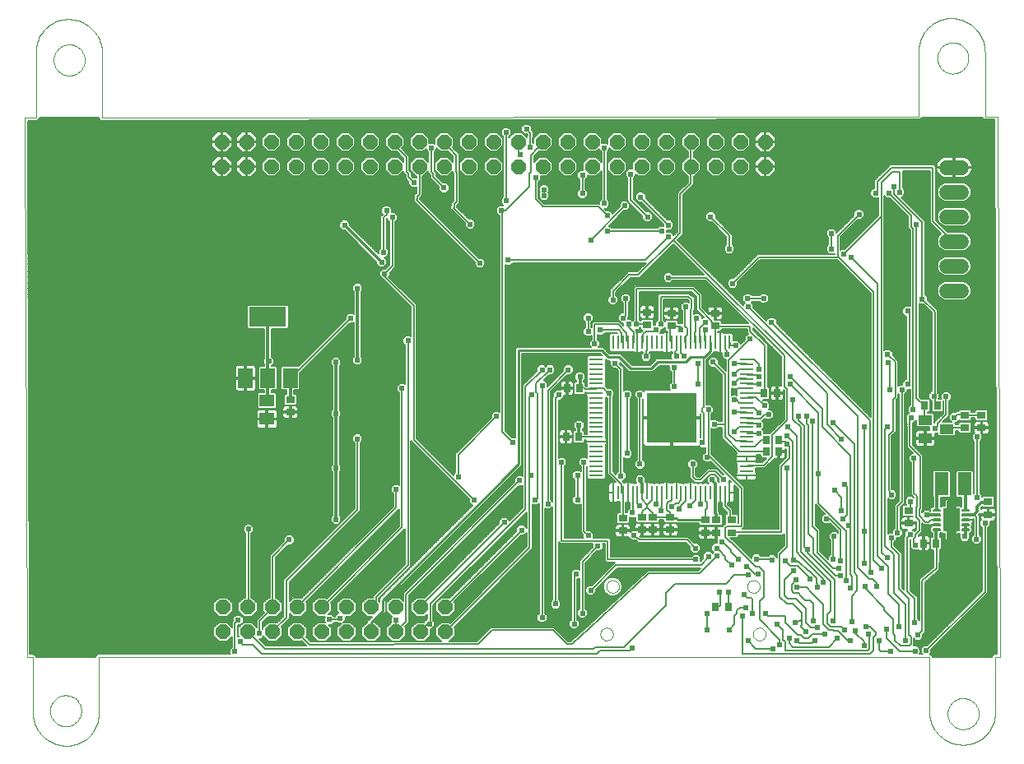
<source format=gtl>
G75*
G70*
%OFA0B0*%
%FSLAX24Y24*%
%IPPOS*%
%LPD*%
%AMOC8*
5,1,8,0,0,1.08239X$1,22.5*
%
%ADD10C,0.0000*%
%ADD11OC8,0.0600*%
%ADD12R,0.0110X0.1496*%
%ADD13R,0.0650X0.0945*%
%ADD14C,0.0055*%
%ADD15R,0.0551X0.0945*%
%ADD16R,0.0354X0.0276*%
%ADD17R,0.0276X0.0354*%
%ADD18R,0.0551X0.0394*%
%ADD19R,0.0580X0.0110*%
%ADD20R,0.0110X0.0580*%
%ADD21R,0.2050X0.2050*%
%ADD22C,0.0600*%
%ADD23R,0.0591X0.0787*%
%ADD24R,0.1496X0.0787*%
%ADD25R,0.0591X0.0512*%
%ADD26C,0.0060*%
%ADD27C,0.0394*%
%ADD28C,0.0240*%
%ADD29C,0.0118*%
%ADD30C,0.0240*%
%ADD31C,0.0100*%
%ADD32C,0.0079*%
D10*
X001853Y001821D02*
X001923Y001823D01*
X001993Y001829D01*
X002063Y001838D01*
X002132Y001851D01*
X002201Y001868D01*
X002268Y001889D01*
X002334Y001913D01*
X002398Y001941D01*
X002461Y001972D01*
X002523Y002007D01*
X002582Y002045D01*
X002639Y002086D01*
X002694Y002130D01*
X002746Y002177D01*
X002796Y002227D01*
X002843Y002279D01*
X002887Y002334D01*
X002928Y002391D01*
X002966Y002450D01*
X003001Y002512D01*
X003032Y002575D01*
X003060Y002639D01*
X003084Y002705D01*
X003105Y002772D01*
X003122Y002841D01*
X003135Y002910D01*
X003144Y002980D01*
X003150Y003050D01*
X003152Y003120D01*
X003152Y005403D01*
X036774Y005403D01*
X036774Y003238D01*
X036776Y003166D01*
X036782Y003094D01*
X036791Y003022D01*
X036804Y002951D01*
X036821Y002881D01*
X036841Y002812D01*
X036866Y002744D01*
X036893Y002678D01*
X036924Y002612D01*
X036959Y002549D01*
X036996Y002487D01*
X037037Y002428D01*
X037081Y002371D01*
X037128Y002316D01*
X037178Y002264D01*
X037230Y002214D01*
X037285Y002167D01*
X037342Y002123D01*
X037401Y002082D01*
X037463Y002045D01*
X037526Y002010D01*
X037592Y001979D01*
X037658Y001952D01*
X037726Y001927D01*
X037795Y001907D01*
X037865Y001890D01*
X037936Y001877D01*
X038008Y001868D01*
X038080Y001862D01*
X038152Y001860D01*
X037522Y003120D02*
X037524Y003170D01*
X037530Y003220D01*
X037540Y003269D01*
X037554Y003317D01*
X037571Y003364D01*
X037592Y003409D01*
X037617Y003453D01*
X037645Y003494D01*
X037677Y003533D01*
X037711Y003570D01*
X037748Y003604D01*
X037788Y003634D01*
X037830Y003661D01*
X037874Y003685D01*
X037920Y003706D01*
X037967Y003722D01*
X038015Y003735D01*
X038065Y003744D01*
X038114Y003749D01*
X038165Y003750D01*
X038215Y003747D01*
X038264Y003740D01*
X038313Y003729D01*
X038361Y003714D01*
X038407Y003696D01*
X038452Y003674D01*
X038495Y003648D01*
X038536Y003619D01*
X038575Y003587D01*
X038611Y003552D01*
X038643Y003514D01*
X038673Y003474D01*
X038700Y003431D01*
X038723Y003387D01*
X038742Y003341D01*
X038758Y003293D01*
X038770Y003244D01*
X038778Y003195D01*
X038782Y003145D01*
X038782Y003095D01*
X038778Y003045D01*
X038770Y002996D01*
X038758Y002947D01*
X038742Y002899D01*
X038723Y002853D01*
X038700Y002809D01*
X038673Y002766D01*
X038643Y002726D01*
X038611Y002688D01*
X038575Y002653D01*
X038536Y002621D01*
X038495Y002592D01*
X038452Y002566D01*
X038407Y002544D01*
X038361Y002526D01*
X038313Y002511D01*
X038264Y002500D01*
X038215Y002493D01*
X038165Y002490D01*
X038114Y002491D01*
X038065Y002496D01*
X038015Y002505D01*
X037967Y002518D01*
X037920Y002534D01*
X037874Y002555D01*
X037830Y002579D01*
X037788Y002606D01*
X037748Y002636D01*
X037711Y002670D01*
X037677Y002707D01*
X037645Y002746D01*
X037617Y002787D01*
X037592Y002831D01*
X037571Y002876D01*
X037554Y002923D01*
X037540Y002971D01*
X037530Y003020D01*
X037524Y003070D01*
X037522Y003120D01*
X038152Y001860D02*
X038222Y001862D01*
X038292Y001868D01*
X038362Y001877D01*
X038431Y001890D01*
X038500Y001907D01*
X038567Y001928D01*
X038633Y001952D01*
X038697Y001980D01*
X038760Y002011D01*
X038822Y002046D01*
X038881Y002084D01*
X038938Y002125D01*
X038993Y002169D01*
X039045Y002216D01*
X039095Y002266D01*
X039142Y002318D01*
X039186Y002373D01*
X039227Y002430D01*
X039265Y002489D01*
X039300Y002551D01*
X039331Y002614D01*
X039359Y002678D01*
X039383Y002744D01*
X039404Y002811D01*
X039421Y002880D01*
X039434Y002949D01*
X039443Y003019D01*
X039449Y003089D01*
X039451Y003159D01*
X039452Y003159D02*
X039452Y005403D01*
X039649Y005403D01*
X039550Y027332D01*
X039038Y027332D01*
X039038Y029931D01*
X037109Y029694D02*
X037111Y029744D01*
X037117Y029794D01*
X037127Y029843D01*
X037141Y029891D01*
X037158Y029938D01*
X037179Y029983D01*
X037204Y030027D01*
X037232Y030068D01*
X037264Y030107D01*
X037298Y030144D01*
X037335Y030178D01*
X037375Y030208D01*
X037417Y030235D01*
X037461Y030259D01*
X037507Y030280D01*
X037554Y030296D01*
X037602Y030309D01*
X037652Y030318D01*
X037701Y030323D01*
X037752Y030324D01*
X037802Y030321D01*
X037851Y030314D01*
X037900Y030303D01*
X037948Y030288D01*
X037994Y030270D01*
X038039Y030248D01*
X038082Y030222D01*
X038123Y030193D01*
X038162Y030161D01*
X038198Y030126D01*
X038230Y030088D01*
X038260Y030048D01*
X038287Y030005D01*
X038310Y029961D01*
X038329Y029915D01*
X038345Y029867D01*
X038357Y029818D01*
X038365Y029769D01*
X038369Y029719D01*
X038369Y029669D01*
X038365Y029619D01*
X038357Y029570D01*
X038345Y029521D01*
X038329Y029473D01*
X038310Y029427D01*
X038287Y029383D01*
X038260Y029340D01*
X038230Y029300D01*
X038198Y029262D01*
X038162Y029227D01*
X038123Y029195D01*
X038082Y029166D01*
X038039Y029140D01*
X037994Y029118D01*
X037948Y029100D01*
X037900Y029085D01*
X037851Y029074D01*
X037802Y029067D01*
X037752Y029064D01*
X037701Y029065D01*
X037652Y029070D01*
X037602Y029079D01*
X037554Y029092D01*
X037507Y029108D01*
X037461Y029129D01*
X037417Y029153D01*
X037375Y029180D01*
X037335Y029210D01*
X037298Y029244D01*
X037264Y029281D01*
X037232Y029320D01*
X037204Y029361D01*
X037179Y029405D01*
X037158Y029450D01*
X037141Y029497D01*
X037127Y029545D01*
X037117Y029594D01*
X037111Y029644D01*
X037109Y029694D01*
X036361Y030009D02*
X036361Y027332D01*
X003290Y027293D01*
X003290Y029891D01*
X001322Y029616D02*
X001324Y029666D01*
X001330Y029716D01*
X001340Y029765D01*
X001354Y029813D01*
X001371Y029860D01*
X001392Y029905D01*
X001417Y029949D01*
X001445Y029990D01*
X001477Y030029D01*
X001511Y030066D01*
X001548Y030100D01*
X001588Y030130D01*
X001630Y030157D01*
X001674Y030181D01*
X001720Y030202D01*
X001767Y030218D01*
X001815Y030231D01*
X001865Y030240D01*
X001914Y030245D01*
X001965Y030246D01*
X002015Y030243D01*
X002064Y030236D01*
X002113Y030225D01*
X002161Y030210D01*
X002207Y030192D01*
X002252Y030170D01*
X002295Y030144D01*
X002336Y030115D01*
X002375Y030083D01*
X002411Y030048D01*
X002443Y030010D01*
X002473Y029970D01*
X002500Y029927D01*
X002523Y029883D01*
X002542Y029837D01*
X002558Y029789D01*
X002570Y029740D01*
X002578Y029691D01*
X002582Y029641D01*
X002582Y029591D01*
X002578Y029541D01*
X002570Y029492D01*
X002558Y029443D01*
X002542Y029395D01*
X002523Y029349D01*
X002500Y029305D01*
X002473Y029262D01*
X002443Y029222D01*
X002411Y029184D01*
X002375Y029149D01*
X002336Y029117D01*
X002295Y029088D01*
X002252Y029062D01*
X002207Y029040D01*
X002161Y029022D01*
X002113Y029007D01*
X002064Y028996D01*
X002015Y028989D01*
X001965Y028986D01*
X001914Y028987D01*
X001865Y028992D01*
X001815Y029001D01*
X001767Y029014D01*
X001720Y029030D01*
X001674Y029051D01*
X001630Y029075D01*
X001588Y029102D01*
X001548Y029132D01*
X001511Y029166D01*
X001477Y029203D01*
X001445Y029242D01*
X001417Y029283D01*
X001392Y029327D01*
X001371Y029372D01*
X001354Y029419D01*
X001340Y029467D01*
X001330Y029516D01*
X001324Y029566D01*
X001322Y029616D01*
X001912Y031269D02*
X001984Y031267D01*
X002056Y031261D01*
X002128Y031252D01*
X002199Y031239D01*
X002269Y031222D01*
X002338Y031202D01*
X002406Y031177D01*
X002472Y031150D01*
X002538Y031119D01*
X002601Y031084D01*
X002663Y031047D01*
X002722Y031006D01*
X002779Y030962D01*
X002834Y030915D01*
X002886Y030865D01*
X002936Y030813D01*
X002983Y030758D01*
X003027Y030701D01*
X003068Y030642D01*
X003105Y030580D01*
X003140Y030517D01*
X003171Y030451D01*
X003198Y030385D01*
X003223Y030317D01*
X003243Y030248D01*
X003260Y030178D01*
X003273Y030107D01*
X003282Y030035D01*
X003288Y029963D01*
X003290Y029891D01*
X001912Y031269D02*
X001842Y031267D01*
X001772Y031261D01*
X001702Y031252D01*
X001633Y031239D01*
X001564Y031222D01*
X001497Y031201D01*
X001431Y031177D01*
X001367Y031149D01*
X001304Y031118D01*
X001242Y031083D01*
X001183Y031045D01*
X001126Y031004D01*
X001071Y030960D01*
X001019Y030913D01*
X000969Y030863D01*
X000922Y030811D01*
X000878Y030756D01*
X000837Y030699D01*
X000799Y030640D01*
X000764Y030578D01*
X000733Y030515D01*
X000705Y030451D01*
X000681Y030385D01*
X000660Y030318D01*
X000643Y030249D01*
X000630Y030180D01*
X000621Y030110D01*
X000615Y030040D01*
X000613Y029970D01*
X000613Y027293D01*
X000141Y027293D01*
X000239Y005403D01*
X000475Y005403D01*
X000475Y003198D01*
X001184Y003238D02*
X001186Y003288D01*
X001192Y003338D01*
X001202Y003387D01*
X001216Y003435D01*
X001233Y003482D01*
X001254Y003527D01*
X001279Y003571D01*
X001307Y003612D01*
X001339Y003651D01*
X001373Y003688D01*
X001410Y003722D01*
X001450Y003752D01*
X001492Y003779D01*
X001536Y003803D01*
X001582Y003824D01*
X001629Y003840D01*
X001677Y003853D01*
X001727Y003862D01*
X001776Y003867D01*
X001827Y003868D01*
X001877Y003865D01*
X001926Y003858D01*
X001975Y003847D01*
X002023Y003832D01*
X002069Y003814D01*
X002114Y003792D01*
X002157Y003766D01*
X002198Y003737D01*
X002237Y003705D01*
X002273Y003670D01*
X002305Y003632D01*
X002335Y003592D01*
X002362Y003549D01*
X002385Y003505D01*
X002404Y003459D01*
X002420Y003411D01*
X002432Y003362D01*
X002440Y003313D01*
X002444Y003263D01*
X002444Y003213D01*
X002440Y003163D01*
X002432Y003114D01*
X002420Y003065D01*
X002404Y003017D01*
X002385Y002971D01*
X002362Y002927D01*
X002335Y002884D01*
X002305Y002844D01*
X002273Y002806D01*
X002237Y002771D01*
X002198Y002739D01*
X002157Y002710D01*
X002114Y002684D01*
X002069Y002662D01*
X002023Y002644D01*
X001975Y002629D01*
X001926Y002618D01*
X001877Y002611D01*
X001827Y002608D01*
X001776Y002609D01*
X001727Y002614D01*
X001677Y002623D01*
X001629Y002636D01*
X001582Y002652D01*
X001536Y002673D01*
X001492Y002697D01*
X001450Y002724D01*
X001410Y002754D01*
X001373Y002788D01*
X001339Y002825D01*
X001307Y002864D01*
X001279Y002905D01*
X001254Y002949D01*
X001233Y002994D01*
X001216Y003041D01*
X001202Y003089D01*
X001192Y003138D01*
X001186Y003188D01*
X001184Y003238D01*
X000475Y003198D02*
X000477Y003126D01*
X000483Y003054D01*
X000492Y002982D01*
X000505Y002911D01*
X000522Y002841D01*
X000542Y002772D01*
X000567Y002704D01*
X000594Y002638D01*
X000625Y002572D01*
X000660Y002509D01*
X000697Y002447D01*
X000738Y002388D01*
X000782Y002331D01*
X000829Y002276D01*
X000879Y002224D01*
X000931Y002174D01*
X000986Y002127D01*
X001043Y002083D01*
X001102Y002042D01*
X001164Y002005D01*
X001227Y001970D01*
X001293Y001939D01*
X001359Y001912D01*
X001427Y001887D01*
X001496Y001867D01*
X001566Y001850D01*
X001637Y001837D01*
X001709Y001828D01*
X001781Y001822D01*
X001853Y001820D01*
X023467Y006348D02*
X023469Y006379D01*
X023475Y006410D01*
X023484Y006440D01*
X023497Y006469D01*
X023514Y006496D01*
X023534Y006520D01*
X023556Y006542D01*
X023582Y006561D01*
X023609Y006577D01*
X023638Y006589D01*
X023668Y006598D01*
X023699Y006603D01*
X023731Y006604D01*
X023762Y006601D01*
X023793Y006594D01*
X023823Y006584D01*
X023851Y006570D01*
X023877Y006552D01*
X023901Y006532D01*
X023922Y006508D01*
X023941Y006483D01*
X023956Y006455D01*
X023967Y006426D01*
X023975Y006395D01*
X023979Y006364D01*
X023979Y006332D01*
X023975Y006301D01*
X023967Y006270D01*
X023956Y006241D01*
X023941Y006213D01*
X023922Y006188D01*
X023901Y006164D01*
X023877Y006144D01*
X023851Y006126D01*
X023823Y006112D01*
X023793Y006102D01*
X023762Y006095D01*
X023731Y006092D01*
X023699Y006093D01*
X023668Y006098D01*
X023638Y006107D01*
X023609Y006119D01*
X023582Y006135D01*
X023556Y006154D01*
X023534Y006176D01*
X023514Y006200D01*
X023497Y006227D01*
X023484Y006256D01*
X023475Y006286D01*
X023469Y006317D01*
X023467Y006348D01*
X023704Y008277D02*
X023706Y008308D01*
X023712Y008339D01*
X023721Y008369D01*
X023734Y008398D01*
X023751Y008425D01*
X023771Y008449D01*
X023793Y008471D01*
X023819Y008490D01*
X023846Y008506D01*
X023875Y008518D01*
X023905Y008527D01*
X023936Y008532D01*
X023968Y008533D01*
X023999Y008530D01*
X024030Y008523D01*
X024060Y008513D01*
X024088Y008499D01*
X024114Y008481D01*
X024138Y008461D01*
X024159Y008437D01*
X024178Y008412D01*
X024193Y008384D01*
X024204Y008355D01*
X024212Y008324D01*
X024216Y008293D01*
X024216Y008261D01*
X024212Y008230D01*
X024204Y008199D01*
X024193Y008170D01*
X024178Y008142D01*
X024159Y008117D01*
X024138Y008093D01*
X024114Y008073D01*
X024088Y008055D01*
X024060Y008041D01*
X024030Y008031D01*
X023999Y008024D01*
X023968Y008021D01*
X023936Y008022D01*
X023905Y008027D01*
X023875Y008036D01*
X023846Y008048D01*
X023819Y008064D01*
X023793Y008083D01*
X023771Y008105D01*
X023751Y008129D01*
X023734Y008156D01*
X023721Y008185D01*
X023712Y008215D01*
X023706Y008246D01*
X023704Y008277D01*
X029412Y008277D02*
X029414Y008308D01*
X029420Y008339D01*
X029429Y008369D01*
X029442Y008398D01*
X029459Y008425D01*
X029479Y008449D01*
X029501Y008471D01*
X029527Y008490D01*
X029554Y008506D01*
X029583Y008518D01*
X029613Y008527D01*
X029644Y008532D01*
X029676Y008533D01*
X029707Y008530D01*
X029738Y008523D01*
X029768Y008513D01*
X029796Y008499D01*
X029822Y008481D01*
X029846Y008461D01*
X029867Y008437D01*
X029886Y008412D01*
X029901Y008384D01*
X029912Y008355D01*
X029920Y008324D01*
X029924Y008293D01*
X029924Y008261D01*
X029920Y008230D01*
X029912Y008199D01*
X029901Y008170D01*
X029886Y008142D01*
X029867Y008117D01*
X029846Y008093D01*
X029822Y008073D01*
X029796Y008055D01*
X029768Y008041D01*
X029738Y008031D01*
X029707Y008024D01*
X029676Y008021D01*
X029644Y008022D01*
X029613Y008027D01*
X029583Y008036D01*
X029554Y008048D01*
X029527Y008064D01*
X029501Y008083D01*
X029479Y008105D01*
X029459Y008129D01*
X029442Y008156D01*
X029429Y008185D01*
X029420Y008215D01*
X029414Y008246D01*
X029412Y008277D01*
X029648Y006348D02*
X029650Y006379D01*
X029656Y006410D01*
X029665Y006440D01*
X029678Y006469D01*
X029695Y006496D01*
X029715Y006520D01*
X029737Y006542D01*
X029763Y006561D01*
X029790Y006577D01*
X029819Y006589D01*
X029849Y006598D01*
X029880Y006603D01*
X029912Y006604D01*
X029943Y006601D01*
X029974Y006594D01*
X030004Y006584D01*
X030032Y006570D01*
X030058Y006552D01*
X030082Y006532D01*
X030103Y006508D01*
X030122Y006483D01*
X030137Y006455D01*
X030148Y006426D01*
X030156Y006395D01*
X030160Y006364D01*
X030160Y006332D01*
X030156Y006301D01*
X030148Y006270D01*
X030137Y006241D01*
X030122Y006213D01*
X030103Y006188D01*
X030082Y006164D01*
X030058Y006144D01*
X030032Y006126D01*
X030004Y006112D01*
X029974Y006102D01*
X029943Y006095D01*
X029912Y006092D01*
X029880Y006093D01*
X029849Y006098D01*
X029819Y006107D01*
X029790Y006119D01*
X029763Y006135D01*
X029737Y006154D01*
X029715Y006176D01*
X029695Y006200D01*
X029678Y006227D01*
X029665Y006256D01*
X029656Y006286D01*
X029650Y006317D01*
X029648Y006348D01*
X039038Y029931D02*
X039036Y030003D01*
X039030Y030075D01*
X039021Y030147D01*
X039008Y030218D01*
X038991Y030288D01*
X038971Y030357D01*
X038946Y030425D01*
X038919Y030491D01*
X038888Y030557D01*
X038853Y030620D01*
X038816Y030682D01*
X038775Y030741D01*
X038731Y030798D01*
X038684Y030853D01*
X038634Y030905D01*
X038582Y030955D01*
X038527Y031002D01*
X038470Y031046D01*
X038411Y031087D01*
X038349Y031124D01*
X038286Y031159D01*
X038220Y031190D01*
X038154Y031217D01*
X038086Y031242D01*
X038017Y031262D01*
X037947Y031279D01*
X037876Y031292D01*
X037804Y031301D01*
X037732Y031307D01*
X037660Y031309D01*
X037660Y031308D02*
X037590Y031306D01*
X037520Y031300D01*
X037450Y031291D01*
X037381Y031278D01*
X037312Y031261D01*
X037245Y031240D01*
X037179Y031216D01*
X037115Y031188D01*
X037052Y031157D01*
X036990Y031122D01*
X036931Y031084D01*
X036874Y031043D01*
X036819Y030999D01*
X036767Y030952D01*
X036717Y030902D01*
X036670Y030850D01*
X036626Y030795D01*
X036585Y030738D01*
X036547Y030679D01*
X036512Y030617D01*
X036481Y030554D01*
X036453Y030490D01*
X036429Y030424D01*
X036408Y030357D01*
X036391Y030288D01*
X036378Y030219D01*
X036369Y030149D01*
X036363Y030079D01*
X036361Y030009D01*
D11*
X030137Y026297D03*
X030137Y025297D03*
X029137Y025297D03*
X028137Y025297D03*
X028137Y026297D03*
X029137Y026297D03*
X027137Y026297D03*
X026137Y026297D03*
X026137Y025297D03*
X027137Y025297D03*
X025137Y025297D03*
X024137Y025297D03*
X024137Y026297D03*
X025137Y026297D03*
X023137Y026297D03*
X022137Y026297D03*
X022137Y025297D03*
X023137Y025297D03*
X021137Y025297D03*
X020137Y025297D03*
X020137Y026297D03*
X021137Y026297D03*
X019137Y026297D03*
X018137Y026297D03*
X018137Y025297D03*
X019137Y025297D03*
X017137Y025297D03*
X016137Y025297D03*
X016137Y026297D03*
X017137Y026297D03*
X015137Y026297D03*
X014137Y026297D03*
X014137Y025297D03*
X015137Y025297D03*
X013137Y025297D03*
X012137Y025297D03*
X012137Y026297D03*
X013137Y026297D03*
X011137Y026297D03*
X010137Y026297D03*
X010137Y025297D03*
X011137Y025297D03*
X009137Y025297D03*
X008137Y025297D03*
X008137Y026297D03*
X009137Y026297D03*
X009180Y007439D03*
X008180Y007439D03*
X008180Y006439D03*
X009180Y006439D03*
X010180Y006439D03*
X011180Y006439D03*
X011180Y007439D03*
X010180Y007439D03*
X012180Y007439D03*
X013180Y007439D03*
X014180Y007439D03*
X015180Y007439D03*
X016180Y007439D03*
X017180Y007439D03*
X017180Y006439D03*
X016180Y006439D03*
X015180Y006439D03*
X014180Y006439D03*
X013180Y006439D03*
X012180Y006439D03*
D12*
X037562Y010977D03*
X037779Y010977D03*
D13*
X037671Y010977D03*
D14*
X038111Y011005D02*
X038391Y011005D01*
X038391Y010949D01*
X038111Y010949D01*
X038111Y011005D01*
X038111Y011003D02*
X038391Y011003D01*
X038391Y011202D02*
X038111Y011202D01*
X038391Y011202D02*
X038391Y011146D01*
X038111Y011146D01*
X038111Y011202D01*
X038111Y011200D02*
X038391Y011200D01*
X038391Y011399D02*
X038111Y011399D01*
X038391Y011399D02*
X038391Y011343D01*
X038111Y011343D01*
X038111Y011399D01*
X038111Y011397D02*
X038391Y011397D01*
X038391Y010808D02*
X038111Y010808D01*
X038391Y010808D02*
X038391Y010752D01*
X038111Y010752D01*
X038111Y010808D01*
X038111Y010806D02*
X038391Y010806D01*
X038391Y010611D02*
X038111Y010611D01*
X038391Y010611D02*
X038391Y010555D01*
X038111Y010555D01*
X038111Y010611D01*
X038111Y010609D02*
X038391Y010609D01*
X037230Y010555D02*
X036950Y010555D01*
X036950Y010611D01*
X037230Y010611D01*
X037230Y010555D01*
X037230Y010609D02*
X036950Y010609D01*
X036950Y010752D02*
X037230Y010752D01*
X036950Y010752D02*
X036950Y010808D01*
X037230Y010808D01*
X037230Y010752D01*
X037230Y010806D02*
X036950Y010806D01*
X036950Y010949D02*
X037230Y010949D01*
X036950Y010949D02*
X036950Y011005D01*
X037230Y011005D01*
X037230Y010949D01*
X037230Y011003D02*
X036950Y011003D01*
X036950Y011146D02*
X037230Y011146D01*
X036950Y011146D02*
X036950Y011202D01*
X037230Y011202D01*
X037230Y011146D01*
X037230Y011200D02*
X036950Y011200D01*
X036950Y011343D02*
X037230Y011343D01*
X036950Y011343D02*
X036950Y011399D01*
X037230Y011399D01*
X037230Y011343D01*
X037230Y011397D02*
X036950Y011397D01*
D15*
X037277Y012434D03*
X038222Y012434D03*
D16*
X039167Y011705D03*
X039167Y011193D03*
X035938Y011351D03*
X035938Y010839D03*
X038231Y014714D03*
X038231Y015226D03*
X038900Y015226D03*
X038900Y014714D03*
X028782Y010974D03*
X028782Y010462D03*
X028152Y010462D03*
X027719Y010462D03*
X027719Y010974D03*
X028152Y010974D03*
X026302Y011092D03*
X025593Y011092D03*
X025160Y011092D03*
X024373Y011053D03*
X024373Y010541D03*
X025160Y010580D03*
X025593Y010580D03*
X026302Y010580D03*
X026341Y018848D03*
X026341Y019360D03*
X025357Y019399D03*
X025357Y018887D03*
X028113Y018848D03*
X028113Y019360D03*
X010908Y015856D03*
X010908Y015344D03*
D17*
X022070Y014340D03*
X022582Y014340D03*
X022621Y016309D03*
X022109Y016309D03*
X030101Y016112D03*
X030613Y016112D03*
X030692Y014222D03*
X030180Y014222D03*
X030180Y013750D03*
X030692Y013750D03*
X036597Y015600D03*
X037109Y015600D03*
X037060Y010032D03*
X036549Y010032D03*
X028645Y007450D03*
X028133Y007450D03*
D18*
X036617Y014281D03*
X036617Y015029D03*
X037483Y014655D03*
D19*
X029381Y014738D03*
X029381Y014928D03*
X029381Y015128D03*
X029381Y015328D03*
X029381Y015518D03*
X029381Y015718D03*
X029381Y015918D03*
X029381Y016108D03*
X029381Y016308D03*
X029381Y016508D03*
X029381Y016698D03*
X029381Y016898D03*
X029381Y017098D03*
X029381Y017298D03*
X029381Y017488D03*
X029381Y014538D03*
X029381Y014338D03*
X029381Y014148D03*
X029381Y013948D03*
X029381Y013748D03*
X029381Y013558D03*
X029381Y013358D03*
X029381Y013158D03*
X029381Y012958D03*
X029381Y012768D03*
X023301Y012768D03*
X023301Y012958D03*
X023301Y013158D03*
X023301Y013358D03*
X023301Y013558D03*
X023301Y013748D03*
X023301Y013948D03*
X023301Y014148D03*
X023301Y014338D03*
X023301Y014538D03*
X023301Y014738D03*
X023301Y014928D03*
X023301Y015128D03*
X023301Y015328D03*
X023301Y015518D03*
X023301Y015718D03*
X023301Y015918D03*
X023301Y016108D03*
X023301Y016308D03*
X023301Y016508D03*
X023301Y016698D03*
X023301Y016898D03*
X023301Y017098D03*
X023301Y017298D03*
X023301Y017488D03*
D20*
X023981Y018168D03*
X024171Y018168D03*
X024371Y018168D03*
X024571Y018168D03*
X024771Y018168D03*
X024961Y018168D03*
X025161Y018168D03*
X025361Y018168D03*
X025551Y018168D03*
X025751Y018168D03*
X025951Y018168D03*
X026141Y018168D03*
X026341Y018168D03*
X026541Y018168D03*
X026731Y018168D03*
X026931Y018168D03*
X027131Y018168D03*
X027321Y018168D03*
X027521Y018168D03*
X027721Y018168D03*
X027911Y018168D03*
X028111Y018168D03*
X028311Y018168D03*
X028511Y018168D03*
X028701Y018168D03*
X028701Y012088D03*
X028511Y012088D03*
X028311Y012088D03*
X028111Y012088D03*
X027911Y012088D03*
X027721Y012088D03*
X027521Y012088D03*
X027321Y012088D03*
X027131Y012088D03*
X026931Y012088D03*
X026731Y012088D03*
X026541Y012088D03*
X026341Y012088D03*
X026141Y012088D03*
X025951Y012088D03*
X025751Y012088D03*
X025551Y012088D03*
X025361Y012088D03*
X025161Y012088D03*
X024961Y012088D03*
X024771Y012088D03*
X024571Y012088D03*
X024371Y012088D03*
X024171Y012088D03*
X023981Y012088D03*
D21*
X026351Y015108D03*
D22*
X037498Y020265D02*
X038098Y020265D01*
X038098Y021265D02*
X037498Y021265D01*
X037498Y022265D02*
X038098Y022265D01*
X038098Y023265D02*
X037498Y023265D01*
X037498Y024265D02*
X038098Y024265D01*
X038098Y025265D02*
X037498Y025265D01*
D23*
X010908Y016722D03*
X010003Y016722D03*
X009097Y016722D03*
D24*
X010003Y019202D03*
D25*
X009963Y015817D03*
X009963Y015069D03*
D26*
X009933Y015069D02*
X000326Y015069D01*
X000326Y015011D02*
X009538Y015011D01*
X009538Y015039D02*
X009538Y014795D01*
X009547Y014762D01*
X009564Y014733D01*
X009588Y014709D01*
X009618Y014691D01*
X009651Y014683D01*
X009934Y014683D01*
X009934Y015038D01*
X009993Y015038D01*
X009993Y014683D01*
X010276Y014683D01*
X010309Y014691D01*
X010339Y014709D01*
X010363Y014733D01*
X010380Y014762D01*
X010389Y014795D01*
X010389Y015039D01*
X009994Y015039D01*
X009994Y015098D01*
X010389Y015098D01*
X010389Y015342D01*
X010380Y015375D01*
X010363Y015404D01*
X010339Y015428D01*
X010309Y015446D01*
X010276Y015454D01*
X009993Y015454D01*
X009993Y015099D01*
X009934Y015099D01*
X009934Y015454D01*
X009651Y015454D01*
X009618Y015446D01*
X009588Y015428D01*
X009564Y015404D01*
X009547Y015375D01*
X009538Y015342D01*
X009538Y015098D01*
X009933Y015098D01*
X009933Y015039D01*
X009538Y015039D01*
X009538Y014952D02*
X000326Y014952D01*
X000326Y014894D02*
X009538Y014894D01*
X009538Y014835D02*
X000327Y014835D01*
X000327Y014777D02*
X009543Y014777D01*
X009579Y014718D02*
X000327Y014718D01*
X000327Y014660D02*
X012610Y014660D01*
X012610Y014718D02*
X010348Y014718D01*
X010384Y014777D02*
X012610Y014777D01*
X012610Y014835D02*
X010389Y014835D01*
X010389Y014894D02*
X012610Y014894D01*
X012610Y014952D02*
X010389Y014952D01*
X010389Y015011D02*
X012610Y015011D01*
X012610Y015069D02*
X009994Y015069D01*
X009993Y015011D02*
X009934Y015011D01*
X009934Y014952D02*
X009993Y014952D01*
X009993Y014894D02*
X009934Y014894D01*
X009934Y014835D02*
X009993Y014835D01*
X009993Y014777D02*
X009934Y014777D01*
X009934Y014718D02*
X009993Y014718D01*
X010681Y015085D02*
X010714Y015076D01*
X010878Y015076D01*
X010878Y015314D01*
X010601Y015314D01*
X010601Y015189D01*
X010610Y015156D01*
X010627Y015126D01*
X010651Y015102D01*
X010681Y015085D01*
X010626Y015128D02*
X010389Y015128D01*
X010389Y015186D02*
X010602Y015186D01*
X010601Y015245D02*
X010389Y015245D01*
X010389Y015304D02*
X010601Y015304D01*
X010601Y015374D02*
X010878Y015374D01*
X010878Y015314D01*
X010938Y015314D01*
X010938Y015076D01*
X011103Y015076D01*
X011136Y015085D01*
X011165Y015102D01*
X011189Y015126D01*
X011207Y015156D01*
X011215Y015189D01*
X011215Y015314D01*
X010938Y015314D01*
X010938Y015374D01*
X010878Y015374D01*
X010878Y015612D01*
X010714Y015612D01*
X010681Y015603D01*
X010651Y015586D01*
X010627Y015562D01*
X010610Y015532D01*
X010601Y015499D01*
X010601Y015374D01*
X010601Y015421D02*
X010346Y015421D01*
X010383Y015362D02*
X010878Y015362D01*
X010878Y015304D02*
X010938Y015304D01*
X010938Y015362D02*
X012549Y015362D01*
X012549Y015372D02*
X012549Y015198D01*
X012610Y015137D01*
X012610Y013228D01*
X012549Y013167D01*
X012549Y012993D01*
X012610Y012932D01*
X012610Y011142D01*
X012549Y011081D01*
X012549Y010907D01*
X012672Y010784D01*
X012846Y010784D01*
X012969Y010907D01*
X012969Y011081D01*
X012908Y011142D01*
X012908Y012932D01*
X012969Y012993D01*
X012969Y013167D01*
X012908Y013228D01*
X012908Y015137D01*
X012969Y015198D01*
X012969Y015372D01*
X012908Y015433D01*
X012908Y017224D01*
X012969Y017285D01*
X012969Y017459D01*
X012846Y017582D01*
X012672Y017582D01*
X012549Y017459D01*
X012549Y017285D01*
X012610Y017224D01*
X012610Y015433D01*
X012549Y015372D01*
X012549Y015304D02*
X011215Y015304D01*
X011215Y015245D02*
X012549Y015245D01*
X012560Y015186D02*
X011215Y015186D01*
X011190Y015128D02*
X012610Y015128D01*
X012597Y015421D02*
X011215Y015421D01*
X011215Y015374D02*
X011215Y015499D01*
X011207Y015532D01*
X011189Y015562D01*
X011165Y015586D01*
X011136Y015603D01*
X011103Y015612D01*
X010938Y015612D01*
X010938Y015374D01*
X011215Y015374D01*
X011215Y015479D02*
X012610Y015479D01*
X012610Y015538D02*
X011203Y015538D01*
X011147Y015596D02*
X012610Y015596D01*
X012610Y015655D02*
X011149Y015655D01*
X011175Y015681D02*
X011175Y016031D01*
X011123Y016084D01*
X011057Y016084D01*
X011057Y016238D01*
X011241Y016238D01*
X011294Y016291D01*
X011294Y016918D01*
X013309Y018933D01*
X013476Y018933D01*
X013436Y018933D02*
X013476Y018973D01*
X013476Y017598D01*
X013415Y017537D01*
X013415Y017363D01*
X013538Y017240D01*
X013712Y017240D01*
X013835Y017363D01*
X013835Y017537D01*
X013774Y017598D01*
X013774Y020216D01*
X013835Y020277D01*
X013835Y020451D01*
X013712Y020574D01*
X013538Y020574D01*
X013415Y020451D01*
X013415Y020277D01*
X013476Y020216D01*
X013476Y019314D01*
X013436Y019353D01*
X013262Y019353D01*
X013139Y019230D01*
X013139Y019103D01*
X011241Y017205D01*
X011241Y017206D01*
X010576Y017206D01*
X010523Y017153D01*
X010523Y016291D01*
X010576Y016238D01*
X010759Y016238D01*
X010759Y016084D01*
X010694Y016084D01*
X010641Y016031D01*
X010641Y015681D01*
X010694Y015628D01*
X011123Y015628D01*
X011175Y015681D01*
X011175Y015713D02*
X012610Y015713D01*
X012610Y015772D02*
X011175Y015772D01*
X011175Y015830D02*
X012610Y015830D01*
X012610Y015889D02*
X011175Y015889D01*
X011175Y015948D02*
X012610Y015948D01*
X012610Y016006D02*
X011175Y016006D01*
X011142Y016065D02*
X012610Y016065D01*
X012610Y016123D02*
X011057Y016123D01*
X011057Y016182D02*
X012610Y016182D01*
X012610Y016240D02*
X011243Y016240D01*
X011294Y016299D02*
X012610Y016299D01*
X012610Y016357D02*
X011294Y016357D01*
X011294Y016416D02*
X012610Y016416D01*
X012610Y016474D02*
X011294Y016474D01*
X011294Y016533D02*
X012610Y016533D01*
X012610Y016592D02*
X011294Y016592D01*
X011294Y016650D02*
X012610Y016650D01*
X012610Y016709D02*
X011294Y016709D01*
X011294Y016767D02*
X012610Y016767D01*
X012610Y016826D02*
X011294Y016826D01*
X011294Y016884D02*
X012610Y016884D01*
X012610Y016943D02*
X011318Y016943D01*
X011377Y017001D02*
X012610Y017001D01*
X012610Y017060D02*
X011436Y017060D01*
X011494Y017118D02*
X012610Y017118D01*
X012610Y017177D02*
X011553Y017177D01*
X011611Y017236D02*
X012598Y017236D01*
X012549Y017294D02*
X011670Y017294D01*
X011728Y017353D02*
X012549Y017353D01*
X012549Y017411D02*
X011787Y017411D01*
X011845Y017470D02*
X012560Y017470D01*
X012618Y017528D02*
X011904Y017528D01*
X011962Y017587D02*
X013464Y017587D01*
X013476Y017645D02*
X012021Y017645D01*
X012080Y017704D02*
X013476Y017704D01*
X013476Y017762D02*
X012138Y017762D01*
X012197Y017821D02*
X013476Y017821D01*
X013476Y017879D02*
X012255Y017879D01*
X012314Y017938D02*
X013476Y017938D01*
X013476Y017997D02*
X012372Y017997D01*
X012431Y018055D02*
X013476Y018055D01*
X013476Y018114D02*
X012489Y018114D01*
X012548Y018172D02*
X013476Y018172D01*
X013476Y018231D02*
X012606Y018231D01*
X012665Y018289D02*
X013476Y018289D01*
X013476Y018348D02*
X012724Y018348D01*
X012782Y018406D02*
X013476Y018406D01*
X013476Y018465D02*
X012841Y018465D01*
X012899Y018523D02*
X013476Y018523D01*
X013476Y018582D02*
X012958Y018582D01*
X013016Y018641D02*
X013476Y018641D01*
X013476Y018699D02*
X013075Y018699D01*
X013133Y018758D02*
X013476Y018758D01*
X013476Y018816D02*
X013192Y018816D01*
X013250Y018875D02*
X013476Y018875D01*
X013436Y018933D02*
X013309Y018933D01*
X013349Y019143D02*
X010948Y016742D01*
X010908Y016722D01*
X010523Y016709D02*
X010388Y016709D01*
X010388Y016767D02*
X010523Y016767D01*
X010523Y016826D02*
X010388Y016826D01*
X010388Y016884D02*
X010523Y016884D01*
X010523Y016943D02*
X010388Y016943D01*
X010388Y017001D02*
X010523Y017001D01*
X010523Y017060D02*
X010388Y017060D01*
X010388Y017118D02*
X010523Y017118D01*
X010547Y017177D02*
X010364Y017177D01*
X010388Y017153D02*
X010335Y017206D01*
X010152Y017206D01*
X010152Y017224D01*
X010252Y017324D01*
X010252Y017498D01*
X010152Y017598D01*
X010152Y018719D01*
X010788Y018719D01*
X010841Y018771D01*
X010841Y019633D01*
X010788Y019686D01*
X009218Y019686D01*
X009165Y019633D01*
X009165Y018771D01*
X009218Y018719D01*
X009854Y018719D01*
X009854Y017520D01*
X009832Y017498D01*
X009832Y017324D01*
X009854Y017302D01*
X009854Y017206D01*
X009670Y017206D01*
X009618Y017153D01*
X009618Y016291D01*
X009670Y016238D01*
X009854Y016238D01*
X009854Y016162D01*
X009631Y016162D01*
X009578Y016110D01*
X009578Y015523D01*
X009631Y015471D01*
X010296Y015471D01*
X010349Y015523D01*
X010349Y016110D01*
X010296Y016162D01*
X010152Y016162D01*
X010152Y016238D01*
X010335Y016238D01*
X010388Y016291D01*
X010388Y017153D01*
X010222Y017294D02*
X011330Y017294D01*
X011272Y017236D02*
X010164Y017236D01*
X010252Y017353D02*
X011389Y017353D01*
X011447Y017411D02*
X010252Y017411D01*
X010252Y017470D02*
X011506Y017470D01*
X011565Y017528D02*
X010222Y017528D01*
X010163Y017587D02*
X011623Y017587D01*
X011682Y017645D02*
X010152Y017645D01*
X010152Y017704D02*
X011740Y017704D01*
X011799Y017762D02*
X010152Y017762D01*
X010152Y017821D02*
X011857Y017821D01*
X011916Y017879D02*
X010152Y017879D01*
X010152Y017938D02*
X011974Y017938D01*
X012033Y017997D02*
X010152Y017997D01*
X010152Y018055D02*
X012091Y018055D01*
X012150Y018114D02*
X010152Y018114D01*
X010152Y018172D02*
X012209Y018172D01*
X012267Y018231D02*
X010152Y018231D01*
X010152Y018289D02*
X012326Y018289D01*
X012384Y018348D02*
X010152Y018348D01*
X010152Y018406D02*
X012443Y018406D01*
X012501Y018465D02*
X010152Y018465D01*
X010152Y018523D02*
X012560Y018523D01*
X012618Y018582D02*
X010152Y018582D01*
X010152Y018641D02*
X012677Y018641D01*
X012735Y018699D02*
X010152Y018699D01*
X009854Y018699D02*
X000309Y018699D01*
X000310Y018641D02*
X009854Y018641D01*
X009854Y018582D02*
X000310Y018582D01*
X000310Y018523D02*
X009854Y018523D01*
X009854Y018465D02*
X000310Y018465D01*
X000311Y018406D02*
X009854Y018406D01*
X009854Y018348D02*
X000311Y018348D01*
X000311Y018289D02*
X009854Y018289D01*
X009854Y018231D02*
X000311Y018231D01*
X000312Y018172D02*
X009854Y018172D01*
X009854Y018114D02*
X000312Y018114D01*
X000312Y018055D02*
X009854Y018055D01*
X009854Y017997D02*
X000312Y017997D01*
X000313Y017938D02*
X009854Y017938D01*
X009854Y017879D02*
X000313Y017879D01*
X000313Y017821D02*
X009854Y017821D01*
X009854Y017762D02*
X000313Y017762D01*
X000314Y017704D02*
X009854Y017704D01*
X009854Y017645D02*
X000314Y017645D01*
X000314Y017587D02*
X009854Y017587D01*
X009854Y017528D02*
X000315Y017528D01*
X000315Y017470D02*
X009832Y017470D01*
X009832Y017411D02*
X000315Y017411D01*
X000315Y017353D02*
X009832Y017353D01*
X009854Y017294D02*
X000316Y017294D01*
X000316Y017236D02*
X008750Y017236D01*
X008752Y017237D02*
X008722Y017220D01*
X008698Y017196D01*
X008681Y017166D01*
X008672Y017133D01*
X008672Y016752D01*
X009067Y016752D01*
X009067Y016692D01*
X008672Y016692D01*
X008672Y016311D01*
X008681Y016278D01*
X008698Y016249D01*
X008722Y016224D01*
X008752Y016207D01*
X008785Y016198D01*
X009067Y016198D01*
X009067Y016692D01*
X009127Y016692D01*
X009127Y016198D01*
X009410Y016198D01*
X009443Y016207D01*
X009472Y016224D01*
X009497Y016249D01*
X009514Y016278D01*
X009523Y016311D01*
X009523Y016692D01*
X009127Y016692D01*
X009127Y016752D01*
X009067Y016752D01*
X009067Y017246D01*
X008785Y017246D01*
X008752Y017237D01*
X008687Y017177D02*
X000316Y017177D01*
X000316Y017118D02*
X008672Y017118D01*
X008672Y017060D02*
X000317Y017060D01*
X000317Y017001D02*
X008672Y017001D01*
X008672Y016943D02*
X000317Y016943D01*
X000317Y016884D02*
X008672Y016884D01*
X008672Y016826D02*
X000318Y016826D01*
X000318Y016767D02*
X008672Y016767D01*
X008672Y016650D02*
X000318Y016650D01*
X000319Y016592D02*
X008672Y016592D01*
X008672Y016533D02*
X000319Y016533D01*
X000319Y016474D02*
X008672Y016474D01*
X008672Y016416D02*
X000320Y016416D01*
X000320Y016357D02*
X008672Y016357D01*
X008675Y016299D02*
X000320Y016299D01*
X000320Y016240D02*
X008706Y016240D01*
X009067Y016240D02*
X009127Y016240D01*
X009127Y016299D02*
X009067Y016299D01*
X009067Y016357D02*
X009127Y016357D01*
X009127Y016416D02*
X009067Y016416D01*
X009067Y016474D02*
X009127Y016474D01*
X009127Y016533D02*
X009067Y016533D01*
X009067Y016592D02*
X009127Y016592D01*
X009127Y016650D02*
X009067Y016650D01*
X009067Y016709D02*
X000318Y016709D01*
X000321Y016182D02*
X009854Y016182D01*
X009668Y016240D02*
X009488Y016240D01*
X009519Y016299D02*
X009618Y016299D01*
X009618Y016357D02*
X009523Y016357D01*
X009523Y016416D02*
X009618Y016416D01*
X009618Y016474D02*
X009523Y016474D01*
X009523Y016533D02*
X009618Y016533D01*
X009618Y016592D02*
X009523Y016592D01*
X009523Y016650D02*
X009618Y016650D01*
X009618Y016709D02*
X009127Y016709D01*
X009127Y016752D02*
X009523Y016752D01*
X009523Y017133D01*
X009514Y017166D01*
X009497Y017196D01*
X009472Y017220D01*
X009443Y017237D01*
X009410Y017246D01*
X009127Y017246D01*
X009127Y016752D01*
X009127Y016767D02*
X009067Y016767D01*
X009067Y016826D02*
X009127Y016826D01*
X009127Y016884D02*
X009067Y016884D01*
X009067Y016943D02*
X009127Y016943D01*
X009127Y017001D02*
X009067Y017001D01*
X009067Y017060D02*
X009127Y017060D01*
X009127Y017118D02*
X009067Y017118D01*
X009067Y017177D02*
X009127Y017177D01*
X009127Y017236D02*
X009067Y017236D01*
X009445Y017236D02*
X009854Y017236D01*
X009642Y017177D02*
X009507Y017177D01*
X009523Y017118D02*
X009618Y017118D01*
X009618Y017060D02*
X009523Y017060D01*
X009523Y017001D02*
X009618Y017001D01*
X009618Y016943D02*
X009523Y016943D01*
X009523Y016884D02*
X009618Y016884D01*
X009618Y016826D02*
X009523Y016826D01*
X009523Y016767D02*
X009618Y016767D01*
X009592Y016123D02*
X000321Y016123D01*
X000321Y016065D02*
X009578Y016065D01*
X009578Y016006D02*
X000321Y016006D01*
X000322Y015948D02*
X009578Y015948D01*
X009578Y015889D02*
X000322Y015889D01*
X000322Y015830D02*
X009578Y015830D01*
X009578Y015772D02*
X000322Y015772D01*
X000323Y015713D02*
X009578Y015713D01*
X009578Y015655D02*
X000323Y015655D01*
X000323Y015596D02*
X009578Y015596D01*
X009578Y015538D02*
X000323Y015538D01*
X000324Y015479D02*
X009622Y015479D01*
X009581Y015421D02*
X000324Y015421D01*
X000324Y015362D02*
X009544Y015362D01*
X009538Y015304D02*
X000325Y015304D01*
X000325Y015245D02*
X009538Y015245D01*
X009538Y015186D02*
X000325Y015186D01*
X000325Y015128D02*
X009538Y015128D01*
X009934Y015128D02*
X009993Y015128D01*
X009993Y015186D02*
X009934Y015186D01*
X009934Y015245D02*
X009993Y015245D01*
X009993Y015304D02*
X009934Y015304D01*
X009934Y015362D02*
X009993Y015362D01*
X009993Y015421D02*
X009934Y015421D01*
X010305Y015479D02*
X010601Y015479D01*
X010613Y015538D02*
X010349Y015538D01*
X010349Y015596D02*
X010669Y015596D01*
X010667Y015655D02*
X010349Y015655D01*
X010349Y015713D02*
X010641Y015713D01*
X010641Y015772D02*
X010349Y015772D01*
X010349Y015830D02*
X010641Y015830D01*
X010641Y015889D02*
X010349Y015889D01*
X010349Y015948D02*
X010641Y015948D01*
X010641Y016006D02*
X010349Y016006D01*
X010349Y016065D02*
X010675Y016065D01*
X010759Y016123D02*
X010335Y016123D01*
X010337Y016240D02*
X010574Y016240D01*
X010523Y016299D02*
X010388Y016299D01*
X010388Y016357D02*
X010523Y016357D01*
X010523Y016416D02*
X010388Y016416D01*
X010388Y016474D02*
X010523Y016474D01*
X010523Y016533D02*
X010388Y016533D01*
X010388Y016592D02*
X010523Y016592D01*
X010523Y016650D02*
X010388Y016650D01*
X010152Y016182D02*
X010759Y016182D01*
X010878Y015596D02*
X010938Y015596D01*
X010938Y015538D02*
X010878Y015538D01*
X010878Y015479D02*
X010938Y015479D01*
X010938Y015421D02*
X010878Y015421D01*
X010878Y015245D02*
X010938Y015245D01*
X010938Y015186D02*
X010878Y015186D01*
X010878Y015128D02*
X010938Y015128D01*
X012610Y014601D02*
X000328Y014601D01*
X000328Y014543D02*
X012610Y014543D01*
X012610Y014484D02*
X000328Y014484D01*
X000328Y014425D02*
X012610Y014425D01*
X012610Y014367D02*
X000329Y014367D01*
X000329Y014308D02*
X012610Y014308D01*
X012610Y014250D02*
X000329Y014250D01*
X000330Y014191D02*
X012610Y014191D01*
X012610Y014133D02*
X000330Y014133D01*
X000330Y014074D02*
X012610Y014074D01*
X012610Y014016D02*
X000330Y014016D01*
X000331Y013957D02*
X012610Y013957D01*
X012610Y013899D02*
X000331Y013899D01*
X000331Y013840D02*
X012610Y013840D01*
X012610Y013781D02*
X000331Y013781D01*
X000332Y013723D02*
X012610Y013723D01*
X012610Y013664D02*
X000332Y013664D01*
X000332Y013606D02*
X012610Y013606D01*
X012610Y013547D02*
X000332Y013547D01*
X000333Y013489D02*
X012610Y013489D01*
X012610Y013430D02*
X000333Y013430D01*
X000333Y013372D02*
X012610Y013372D01*
X012610Y013313D02*
X000333Y013313D01*
X000334Y013255D02*
X012610Y013255D01*
X012577Y013196D02*
X000334Y013196D01*
X000334Y013137D02*
X012549Y013137D01*
X012549Y013079D02*
X000335Y013079D01*
X000335Y013020D02*
X012549Y013020D01*
X012580Y012962D02*
X000335Y012962D01*
X000335Y012903D02*
X012610Y012903D01*
X012610Y012845D02*
X000336Y012845D01*
X000336Y012786D02*
X012610Y012786D01*
X012610Y012728D02*
X000336Y012728D01*
X000336Y012669D02*
X012610Y012669D01*
X012610Y012611D02*
X000337Y012611D01*
X000337Y012552D02*
X012610Y012552D01*
X012610Y012494D02*
X000337Y012494D01*
X000337Y012435D02*
X012610Y012435D01*
X012610Y012376D02*
X000338Y012376D01*
X000338Y012318D02*
X012610Y012318D01*
X012610Y012259D02*
X000338Y012259D01*
X000338Y012201D02*
X012610Y012201D01*
X012610Y012142D02*
X000339Y012142D01*
X000339Y012084D02*
X012610Y012084D01*
X012610Y012025D02*
X000339Y012025D01*
X000340Y011967D02*
X012610Y011967D01*
X012610Y011908D02*
X000340Y011908D01*
X000340Y011850D02*
X012610Y011850D01*
X012610Y011791D02*
X000340Y011791D01*
X000341Y011732D02*
X012610Y011732D01*
X012610Y011674D02*
X000341Y011674D01*
X000341Y011615D02*
X012610Y011615D01*
X012610Y011557D02*
X000341Y011557D01*
X000342Y011498D02*
X012610Y011498D01*
X012610Y011440D02*
X000342Y011440D01*
X000342Y011381D02*
X012610Y011381D01*
X012610Y011323D02*
X000342Y011323D01*
X000343Y011264D02*
X012610Y011264D01*
X012610Y011206D02*
X000343Y011206D01*
X000343Y011147D02*
X012610Y011147D01*
X012556Y011088D02*
X000343Y011088D01*
X000344Y011030D02*
X012549Y011030D01*
X012549Y010971D02*
X000344Y010971D01*
X000344Y010913D02*
X012549Y010913D01*
X012601Y010854D02*
X000345Y010854D01*
X000345Y010796D02*
X009114Y010796D01*
X009128Y010810D02*
X009005Y010687D01*
X009005Y010513D01*
X009095Y010423D01*
X009095Y007829D01*
X009018Y007829D01*
X008790Y007600D01*
X008790Y007277D01*
X009018Y007049D01*
X008969Y007049D01*
X009018Y007049D02*
X009341Y007049D01*
X009570Y007277D01*
X009570Y007600D01*
X009341Y007829D01*
X009335Y007829D01*
X009335Y010423D01*
X009425Y010513D01*
X009425Y010687D01*
X009302Y010810D01*
X009128Y010810D01*
X009056Y010737D02*
X000345Y010737D01*
X000345Y010679D02*
X009005Y010679D01*
X009005Y010620D02*
X000346Y010620D01*
X000346Y010562D02*
X009005Y010562D01*
X009015Y010503D02*
X000346Y010503D01*
X000346Y010444D02*
X009074Y010444D01*
X009095Y010386D02*
X000347Y010386D01*
X000347Y010327D02*
X009095Y010327D01*
X009095Y010269D02*
X000347Y010269D01*
X000347Y010210D02*
X009095Y010210D01*
X009095Y010152D02*
X000348Y010152D01*
X000348Y010093D02*
X009095Y010093D01*
X009095Y010035D02*
X000348Y010035D01*
X000348Y009976D02*
X009095Y009976D01*
X009095Y009918D02*
X000349Y009918D01*
X000349Y009859D02*
X009095Y009859D01*
X009095Y009801D02*
X000349Y009801D01*
X000350Y009742D02*
X009095Y009742D01*
X009095Y009683D02*
X000350Y009683D01*
X000350Y009625D02*
X009095Y009625D01*
X009095Y009566D02*
X000350Y009566D01*
X000351Y009508D02*
X009095Y009508D01*
X009095Y009449D02*
X000351Y009449D01*
X000351Y009391D02*
X009095Y009391D01*
X009095Y009332D02*
X000351Y009332D01*
X000352Y009274D02*
X009095Y009274D01*
X009095Y009215D02*
X000352Y009215D01*
X000352Y009157D02*
X009095Y009157D01*
X009095Y009098D02*
X000352Y009098D01*
X000353Y009039D02*
X009095Y009039D01*
X009095Y008981D02*
X000353Y008981D01*
X000353Y008922D02*
X009095Y008922D01*
X009095Y008864D02*
X000353Y008864D01*
X000354Y008805D02*
X009095Y008805D01*
X009095Y008747D02*
X000354Y008747D01*
X000354Y008688D02*
X009095Y008688D01*
X009095Y008630D02*
X000355Y008630D01*
X000355Y008571D02*
X009095Y008571D01*
X009095Y008513D02*
X000355Y008513D01*
X000355Y008454D02*
X009095Y008454D01*
X009095Y008395D02*
X000356Y008395D01*
X000356Y008337D02*
X009095Y008337D01*
X009095Y008278D02*
X000356Y008278D01*
X000356Y008220D02*
X009095Y008220D01*
X009095Y008161D02*
X000357Y008161D01*
X000357Y008103D02*
X009095Y008103D01*
X009095Y008044D02*
X000357Y008044D01*
X000357Y007986D02*
X009095Y007986D01*
X009095Y007927D02*
X000358Y007927D01*
X000358Y007869D02*
X009095Y007869D01*
X009000Y007810D02*
X008360Y007810D01*
X008341Y007829D02*
X008018Y007829D01*
X007790Y007600D01*
X007790Y007277D01*
X008018Y007049D01*
X000362Y007049D01*
X000361Y007108D02*
X007960Y007108D01*
X007901Y007166D02*
X000361Y007166D01*
X000361Y007225D02*
X007842Y007225D01*
X007790Y007283D02*
X000361Y007283D01*
X000360Y007342D02*
X007790Y007342D01*
X007790Y007400D02*
X000360Y007400D01*
X000360Y007459D02*
X007790Y007459D01*
X007790Y007517D02*
X000360Y007517D01*
X000359Y007576D02*
X007790Y007576D01*
X007824Y007634D02*
X000359Y007634D01*
X000359Y007693D02*
X007883Y007693D01*
X007941Y007751D02*
X000358Y007751D01*
X000358Y007810D02*
X008000Y007810D01*
X008341Y007829D02*
X008570Y007600D01*
X008570Y007277D01*
X008341Y007049D01*
X008018Y007049D01*
X008018Y006829D02*
X007790Y006600D01*
X007790Y006277D01*
X008018Y006049D01*
X008341Y006049D01*
X008544Y006251D01*
X008544Y005816D01*
X008454Y005726D01*
X008454Y005552D01*
X008474Y005533D01*
X003206Y005533D01*
X003099Y005533D01*
X003022Y005457D01*
X003022Y005403D01*
X000605Y005403D01*
X000605Y005457D01*
X000529Y005533D01*
X000421Y005533D01*
X000368Y005533D01*
X000271Y027163D01*
X000667Y027163D01*
X000743Y027239D01*
X000743Y027293D01*
X003160Y027293D01*
X003160Y027239D01*
X003160Y027239D01*
X003196Y027203D01*
X003236Y027163D01*
X003236Y027163D01*
X003237Y027163D01*
X003300Y027163D01*
X003344Y027163D01*
X036346Y027202D01*
X036415Y027202D01*
X036415Y027202D01*
X036451Y027238D01*
X036491Y027278D01*
X036491Y027279D01*
X036491Y027293D01*
X038908Y027293D01*
X038908Y027278D01*
X038984Y027202D01*
X039421Y027202D01*
X039518Y005533D01*
X039398Y005533D01*
X039322Y005457D01*
X039322Y005403D01*
X036904Y005403D01*
X036904Y005457D01*
X036828Y005533D01*
X036808Y005533D01*
X036866Y005592D01*
X036866Y005719D01*
X039158Y008011D01*
X039158Y008110D01*
X039158Y010659D01*
X039248Y010749D01*
X039248Y010923D01*
X039246Y010926D01*
X039361Y010926D01*
X039394Y010934D01*
X039424Y010952D01*
X039448Y010976D01*
X039465Y011005D01*
X039474Y011038D01*
X039474Y011163D01*
X039197Y011163D01*
X039197Y011223D01*
X039474Y011223D01*
X039474Y011348D01*
X039465Y011381D01*
X039492Y011381D01*
X039465Y011381D02*
X039448Y011411D01*
X039424Y011435D01*
X039394Y011452D01*
X039361Y011461D01*
X039197Y011461D01*
X039197Y011224D01*
X039137Y011224D01*
X039137Y011461D01*
X038972Y011461D01*
X038939Y011452D01*
X038910Y011435D01*
X038886Y011411D01*
X038883Y011406D01*
X038883Y011466D01*
X038923Y011507D01*
X038952Y011477D01*
X039381Y011477D01*
X039434Y011530D01*
X039434Y011880D01*
X039381Y011933D01*
X038952Y011933D01*
X038933Y011914D01*
X038933Y011966D01*
X038843Y012057D01*
X038843Y014163D01*
X038933Y014253D01*
X038933Y014427D01*
X038871Y014490D01*
X038871Y014684D01*
X038930Y014684D01*
X038930Y014446D01*
X039095Y014446D01*
X039128Y014455D01*
X039157Y014472D01*
X039182Y014497D01*
X039199Y014526D01*
X039208Y014559D01*
X039208Y014684D01*
X038931Y014684D01*
X038931Y014744D01*
X039208Y014744D01*
X039208Y014869D01*
X039199Y014902D01*
X039182Y014932D01*
X039157Y014956D01*
X039128Y014973D01*
X039095Y014982D01*
X038930Y014982D01*
X038930Y014744D01*
X038871Y014744D01*
X038871Y014982D01*
X038706Y014982D01*
X038673Y014973D01*
X038643Y014956D01*
X038619Y014932D01*
X038602Y014902D01*
X038593Y014869D01*
X038593Y014744D01*
X038870Y014744D01*
X038870Y014684D01*
X038593Y014684D01*
X038593Y014559D01*
X038602Y014526D01*
X038606Y014520D01*
X038513Y014427D01*
X038513Y014253D01*
X038603Y014163D01*
X038603Y012057D01*
X038587Y012041D01*
X038587Y012943D01*
X038535Y012996D01*
X037909Y012996D01*
X037856Y012943D01*
X037856Y011924D01*
X037909Y011871D01*
X038102Y011871D01*
X038102Y011516D01*
X038063Y011516D01*
X038060Y011512D01*
X038033Y011539D01*
X037924Y011539D01*
X037924Y011762D01*
X037871Y011815D01*
X037687Y011815D01*
X037671Y011799D01*
X037655Y011815D01*
X037470Y011815D01*
X037417Y011762D01*
X037417Y011539D01*
X037309Y011539D01*
X037282Y011512D01*
X037278Y011516D01*
X037239Y011516D01*
X037239Y011871D01*
X037590Y011871D01*
X037643Y011924D01*
X037643Y012943D01*
X037590Y012996D01*
X036964Y012996D01*
X036911Y012943D01*
X036911Y011924D01*
X036941Y011894D01*
X036941Y011516D01*
X036902Y011516D01*
X036833Y011447D01*
X036833Y011324D01*
X036773Y011384D01*
X036599Y011384D01*
X036491Y011276D01*
X036491Y011360D01*
X036531Y011400D01*
X036531Y013503D01*
X036531Y013603D01*
X036116Y014017D01*
X036116Y014459D01*
X036117Y014460D01*
X036116Y014509D01*
X036116Y014557D01*
X036115Y014558D01*
X036109Y014918D01*
X036153Y014918D01*
X036251Y015016D01*
X036251Y014795D01*
X036304Y014742D01*
X036801Y014742D01*
X036801Y014608D01*
X036647Y014608D01*
X036647Y014311D01*
X037023Y014311D01*
X037023Y014484D01*
X037118Y014484D01*
X037098Y014484D02*
X037118Y014504D01*
X037118Y014421D01*
X037170Y014368D01*
X037796Y014368D01*
X037849Y014421D01*
X037849Y014594D01*
X037964Y014594D01*
X037964Y014539D01*
X038017Y014486D01*
X038446Y014486D01*
X038498Y014539D01*
X038498Y014889D01*
X038446Y014942D01*
X038017Y014942D01*
X037964Y014889D01*
X037964Y014834D01*
X037849Y014834D01*
X037849Y014889D01*
X037820Y014918D01*
X037885Y014918D01*
X037991Y015024D01*
X038017Y014998D01*
X038446Y014998D01*
X038498Y015051D01*
X038498Y015106D01*
X038633Y015106D01*
X038633Y015051D01*
X038686Y014998D01*
X039115Y014998D01*
X039168Y015051D01*
X039168Y015401D01*
X039115Y015454D01*
X038686Y015454D01*
X038633Y015401D01*
X038633Y015346D01*
X038498Y015346D01*
X038498Y015401D01*
X038446Y015454D01*
X038017Y015454D01*
X037964Y015401D01*
X037964Y015366D01*
X037866Y015366D01*
X037838Y015338D01*
X037711Y015338D01*
X037588Y015215D01*
X037588Y015041D01*
X037687Y014942D01*
X037329Y014942D01*
X037583Y015196D01*
X037583Y015295D01*
X037583Y015797D01*
X037673Y015887D01*
X037673Y016061D01*
X037550Y016184D01*
X037376Y016184D01*
X037253Y016061D01*
X037253Y015887D01*
X037273Y015867D01*
X037142Y015867D01*
X037181Y015907D01*
X037181Y016081D01*
X037131Y016131D01*
X037131Y019369D01*
X037131Y019469D01*
X036709Y019890D01*
X036709Y020018D01*
X036619Y020108D01*
X036619Y023091D01*
X036549Y023161D01*
X035658Y024051D01*
X035680Y024051D01*
X035803Y024174D01*
X035803Y024348D01*
X035713Y024438D01*
X035713Y025126D01*
X036812Y025126D01*
X036812Y023130D01*
X036812Y023031D01*
X036619Y023031D01*
X036619Y022973D02*
X036870Y022973D01*
X036812Y023031D02*
X037262Y022581D01*
X037167Y022486D01*
X037108Y022343D01*
X037108Y022188D01*
X037167Y022044D01*
X037277Y021935D01*
X037421Y021875D01*
X038176Y021875D01*
X038319Y021935D01*
X038429Y022044D01*
X038488Y022188D01*
X038488Y022343D01*
X038429Y022486D01*
X038319Y022596D01*
X038176Y022655D01*
X037527Y022655D01*
X037052Y023130D01*
X037052Y025295D01*
X036982Y025366D01*
X036882Y025366D01*
X035189Y025366D01*
X035119Y025295D01*
X034568Y024744D01*
X034568Y024645D01*
X034568Y024432D01*
X034522Y024432D01*
X034399Y024309D01*
X034399Y024135D01*
X034522Y024012D01*
X034696Y024012D01*
X034725Y024041D01*
X034725Y023327D01*
X033350Y021952D01*
X033223Y021952D01*
X033194Y021922D01*
X033194Y022440D01*
X033900Y023146D01*
X034027Y023146D01*
X034150Y023269D01*
X034150Y023443D01*
X034027Y023566D01*
X033853Y023566D01*
X033730Y023443D01*
X033730Y023316D01*
X033028Y022614D01*
X033028Y022675D01*
X032905Y022798D01*
X032731Y022798D01*
X032608Y022675D01*
X032608Y022501D01*
X032698Y022411D01*
X032698Y022135D01*
X032608Y022045D01*
X032608Y021871D01*
X032731Y021748D01*
X032905Y021748D01*
X032954Y021797D01*
X032954Y021744D01*
X029835Y021744D01*
X029765Y021673D01*
X028862Y020771D01*
X028735Y020771D01*
X028612Y020648D01*
X028612Y020474D01*
X028735Y020351D01*
X028909Y020351D01*
X029032Y020474D01*
X029032Y020601D01*
X029934Y021504D01*
X033024Y021504D01*
X033063Y021504D01*
X034410Y020157D01*
X034410Y015142D01*
X030606Y018946D01*
X030606Y019073D01*
X030484Y019196D01*
X030310Y019196D01*
X030187Y019073D01*
X030187Y019050D01*
X029662Y019575D01*
X029662Y019703D01*
X029571Y019793D01*
X029609Y019830D01*
X029905Y019830D01*
X029995Y019740D01*
X030169Y019740D01*
X030292Y019863D01*
X030292Y020037D01*
X030169Y020160D01*
X029995Y020160D01*
X029905Y020070D01*
X029609Y020070D01*
X029519Y020160D01*
X029345Y020160D01*
X029222Y020037D01*
X029222Y019863D01*
X029312Y019773D01*
X029242Y019703D01*
X029242Y019680D01*
X026590Y022332D01*
X026745Y022488D01*
X026816Y022558D01*
X026816Y024133D01*
X027249Y024566D01*
X027249Y024665D01*
X027249Y024907D01*
X027298Y024907D01*
X027527Y025135D01*
X027527Y025458D01*
X027298Y025687D01*
X027249Y025687D01*
X027249Y025907D01*
X027298Y025907D01*
X027527Y026135D01*
X027527Y026458D01*
X027298Y026687D01*
X026975Y026687D01*
X026747Y026458D01*
X026747Y026135D01*
X026975Y025907D01*
X027009Y025907D01*
X027009Y025687D01*
X026975Y025687D01*
X026747Y025458D01*
X026747Y025135D01*
X026975Y024907D01*
X027009Y024907D01*
X027009Y024665D01*
X026646Y024303D01*
X026576Y024232D01*
X026576Y022658D01*
X026433Y022515D01*
X026433Y022537D01*
X026310Y022660D01*
X026158Y022660D01*
X026158Y022713D01*
X026310Y022713D01*
X026433Y022836D01*
X026433Y023010D01*
X026310Y023133D01*
X026183Y023133D01*
X025311Y024005D01*
X025311Y024152D01*
X025188Y024275D01*
X025014Y024275D01*
X024891Y024152D01*
X024891Y023978D01*
X025014Y023855D01*
X025122Y023855D01*
X026013Y022963D01*
X026013Y022897D01*
X025861Y022897D01*
X025771Y022807D01*
X023920Y022807D01*
X023830Y022897D01*
X023808Y022897D01*
X024411Y023500D01*
X024539Y023500D01*
X024662Y023623D01*
X024662Y023797D01*
X024539Y023920D01*
X024365Y023920D01*
X024242Y023797D01*
X024242Y023670D01*
X023953Y023381D01*
X023953Y023404D01*
X023830Y023526D01*
X023703Y023526D01*
X023631Y023599D01*
X023712Y023599D01*
X023835Y023722D01*
X023835Y023896D01*
X023745Y023986D01*
X023745Y025876D01*
X023835Y025966D01*
X023835Y026047D01*
X023975Y025907D01*
X024298Y025907D01*
X024527Y026135D01*
X024527Y026458D01*
X024298Y026687D01*
X023975Y026687D01*
X023747Y026458D01*
X023747Y026228D01*
X023712Y026263D01*
X023538Y026263D01*
X023527Y026251D01*
X023527Y026458D01*
X023298Y026687D01*
X022975Y026687D01*
X022747Y026458D01*
X022747Y026135D01*
X022975Y025907D01*
X023298Y025907D01*
X023415Y026024D01*
X023415Y025966D01*
X023505Y025876D01*
X023505Y025480D01*
X023298Y025687D01*
X022975Y025687D01*
X022747Y025458D01*
X022747Y025160D01*
X022652Y025160D01*
X022529Y025037D01*
X022529Y024863D01*
X022619Y024773D01*
X022619Y024379D01*
X022529Y024289D01*
X022529Y024115D01*
X022652Y023992D01*
X022826Y023992D01*
X022949Y024115D01*
X022949Y024289D01*
X022859Y024379D01*
X022859Y024773D01*
X022949Y024863D01*
X022949Y024933D01*
X022975Y024907D01*
X023298Y024907D01*
X023505Y025114D01*
X023505Y023986D01*
X023415Y023896D01*
X023415Y023791D01*
X021194Y023791D01*
X021155Y023830D01*
X021155Y023830D01*
X020969Y024016D01*
X020969Y024675D01*
X021059Y024765D01*
X021059Y024907D01*
X021298Y024907D01*
X021527Y025135D01*
X021527Y025458D01*
X021298Y025687D01*
X020975Y025687D01*
X020772Y025484D01*
X020772Y025708D01*
X020973Y025909D01*
X020975Y025907D01*
X021298Y025907D01*
X021527Y026135D01*
X021527Y026458D01*
X021298Y026687D01*
X020975Y026687D01*
X020747Y026458D01*
X020747Y026255D01*
X020733Y026269D01*
X020733Y026456D01*
X020753Y026475D01*
X020753Y026613D01*
X020753Y026713D01*
X020685Y026780D01*
X020685Y026907D01*
X020562Y027030D01*
X020388Y027030D01*
X020265Y026907D01*
X020265Y026733D01*
X020388Y026610D01*
X020513Y026610D01*
X020513Y026575D01*
X020493Y026555D01*
X020493Y026492D01*
X020298Y026687D01*
X019975Y026687D01*
X019768Y026480D01*
X019768Y026506D01*
X019859Y026596D01*
X019859Y026770D01*
X019735Y026893D01*
X019561Y026893D01*
X019438Y026770D01*
X019438Y026596D01*
X019529Y026506D01*
X019529Y024084D01*
X019438Y023994D01*
X019438Y023820D01*
X019535Y023723D01*
X019365Y023723D01*
X019242Y023600D01*
X019242Y023426D01*
X019365Y023303D01*
X019371Y023303D01*
X019371Y015348D01*
X019342Y015377D01*
X019168Y015377D01*
X019045Y015254D01*
X019045Y015127D01*
X017670Y013751D01*
X017670Y013751D01*
X017599Y013681D01*
X017599Y012903D01*
X017509Y012813D01*
X017509Y012791D01*
X016028Y014272D01*
X016028Y019605D01*
X016028Y019705D01*
X014901Y020832D01*
X014937Y020867D01*
X014937Y020995D01*
X015092Y021149D01*
X015162Y021220D01*
X015162Y023061D01*
X015252Y023151D01*
X015252Y023325D01*
X015129Y023448D01*
X015016Y023448D01*
X015016Y023600D01*
X014893Y023723D01*
X014719Y023723D01*
X014596Y023600D01*
X014596Y023426D01*
X014651Y023371D01*
X014638Y023358D01*
X014568Y023287D01*
X014568Y021997D01*
X014478Y021907D01*
X014478Y021769D01*
X013323Y022924D01*
X013323Y023010D01*
X013200Y023133D01*
X013026Y023133D01*
X012903Y023010D01*
X012903Y022836D01*
X013026Y022713D01*
X013112Y022713D01*
X014399Y021426D01*
X014399Y021340D01*
X014522Y021217D01*
X014696Y021217D01*
X014819Y021340D01*
X014819Y021514D01*
X014722Y021610D01*
X014775Y021610D01*
X014898Y021733D01*
X014898Y021907D01*
X014808Y021997D01*
X014808Y023188D01*
X014832Y023212D01*
X014832Y023151D01*
X014922Y023061D01*
X014922Y021319D01*
X014768Y021164D01*
X014640Y021164D01*
X014517Y021041D01*
X000299Y021041D01*
X000298Y021099D02*
X014575Y021099D01*
X014517Y021041D02*
X014517Y020867D01*
X014640Y020744D01*
X014649Y020744D01*
X014678Y020716D01*
X015788Y019605D01*
X015788Y018418D01*
X015759Y018448D01*
X015585Y018448D01*
X015462Y018325D01*
X015462Y018151D01*
X015552Y018061D01*
X015552Y016489D01*
X015523Y016519D01*
X015349Y016519D01*
X015226Y016396D01*
X015226Y016222D01*
X015316Y016132D01*
X015316Y012395D01*
X015287Y012424D01*
X015113Y012424D01*
X014990Y012301D01*
X014990Y012127D01*
X015080Y012037D01*
X015080Y011516D01*
X011367Y007803D01*
X011341Y007829D01*
X011018Y007829D01*
X010871Y007681D01*
X010871Y008464D01*
X013675Y011267D01*
X013745Y011338D01*
X013745Y014084D01*
X013835Y014174D01*
X013835Y014348D01*
X013712Y014471D01*
X013538Y014471D01*
X013415Y014348D01*
X013415Y014174D01*
X013505Y014084D01*
X013505Y011437D01*
X010631Y008563D01*
X010631Y008464D01*
X010631Y007067D01*
X010367Y006803D01*
X010341Y006829D01*
X010018Y006829D01*
X009790Y006600D01*
X009790Y006543D01*
X009788Y006545D01*
X009788Y006830D01*
X010013Y007054D01*
X010018Y007049D01*
X010007Y007049D01*
X010018Y007049D02*
X010341Y007049D01*
X010570Y007277D01*
X010570Y007600D01*
X010341Y007829D01*
X010320Y007829D01*
X010320Y009448D01*
X010829Y009957D01*
X010956Y009957D01*
X011079Y010080D01*
X011079Y010254D01*
X010956Y010377D01*
X010782Y010377D01*
X010659Y010254D01*
X010659Y010127D01*
X010150Y009618D01*
X010080Y009547D01*
X010080Y007829D01*
X010018Y007829D01*
X009790Y007600D01*
X009790Y007277D01*
X009843Y007224D01*
X009548Y006929D01*
X009548Y006830D01*
X009548Y006622D01*
X009341Y006829D01*
X009018Y006829D01*
X008790Y006600D01*
X008790Y006277D01*
X008804Y006263D01*
X008794Y006263D01*
X008784Y006253D01*
X008784Y006709D01*
X008889Y006709D01*
X009012Y006832D01*
X009012Y007006D01*
X008889Y007129D01*
X008715Y007129D01*
X008592Y007006D01*
X008592Y006879D01*
X008544Y006831D01*
X008544Y006731D01*
X008544Y006626D01*
X008341Y006829D01*
X008018Y006829D01*
X008005Y006815D02*
X000363Y006815D01*
X000362Y006873D02*
X008587Y006873D01*
X008592Y006932D02*
X000362Y006932D01*
X000362Y006990D02*
X008592Y006990D01*
X008635Y007049D02*
X008342Y007049D01*
X008400Y007108D02*
X008694Y007108D01*
X008842Y007225D02*
X008518Y007225D01*
X008570Y007283D02*
X008790Y007283D01*
X008790Y007342D02*
X008570Y007342D01*
X008570Y007400D02*
X008790Y007400D01*
X008790Y007459D02*
X008570Y007459D01*
X008570Y007517D02*
X008790Y007517D01*
X008790Y007576D02*
X008570Y007576D01*
X008536Y007634D02*
X008824Y007634D01*
X008883Y007693D02*
X008477Y007693D01*
X008419Y007751D02*
X008941Y007751D01*
X009180Y007439D02*
X009215Y007450D01*
X009215Y010600D01*
X009357Y010444D02*
X012512Y010444D01*
X012454Y010386D02*
X009335Y010386D01*
X009335Y010327D02*
X010732Y010327D01*
X010674Y010269D02*
X009335Y010269D01*
X009335Y010210D02*
X010659Y010210D01*
X010659Y010152D02*
X009335Y010152D01*
X009335Y010093D02*
X010626Y010093D01*
X010567Y010035D02*
X009335Y010035D01*
X009335Y009976D02*
X010509Y009976D01*
X010450Y009918D02*
X009335Y009918D01*
X009335Y009859D02*
X010391Y009859D01*
X010333Y009801D02*
X009335Y009801D01*
X009335Y009742D02*
X010274Y009742D01*
X010216Y009683D02*
X009335Y009683D01*
X009335Y009625D02*
X010157Y009625D01*
X010099Y009566D02*
X009335Y009566D01*
X009335Y009508D02*
X010080Y009508D01*
X010080Y009449D02*
X009335Y009449D01*
X009335Y009391D02*
X010080Y009391D01*
X010080Y009332D02*
X009335Y009332D01*
X009335Y009274D02*
X010080Y009274D01*
X010080Y009215D02*
X009335Y009215D01*
X009335Y009157D02*
X010080Y009157D01*
X010080Y009098D02*
X009335Y009098D01*
X009335Y009039D02*
X010080Y009039D01*
X010080Y008981D02*
X009335Y008981D01*
X009335Y008922D02*
X010080Y008922D01*
X010080Y008864D02*
X009335Y008864D01*
X009335Y008805D02*
X010080Y008805D01*
X010080Y008747D02*
X009335Y008747D01*
X009335Y008688D02*
X010080Y008688D01*
X010080Y008630D02*
X009335Y008630D01*
X009335Y008571D02*
X010080Y008571D01*
X010080Y008513D02*
X009335Y008513D01*
X009335Y008454D02*
X010080Y008454D01*
X010080Y008395D02*
X009335Y008395D01*
X009335Y008337D02*
X010080Y008337D01*
X010080Y008278D02*
X009335Y008278D01*
X009335Y008220D02*
X010080Y008220D01*
X010080Y008161D02*
X009335Y008161D01*
X009335Y008103D02*
X010080Y008103D01*
X010080Y008044D02*
X009335Y008044D01*
X009335Y007986D02*
X010080Y007986D01*
X010080Y007927D02*
X009335Y007927D01*
X009335Y007869D02*
X010080Y007869D01*
X010000Y007810D02*
X009360Y007810D01*
X009419Y007751D02*
X009941Y007751D01*
X009883Y007693D02*
X009477Y007693D01*
X009536Y007634D02*
X009824Y007634D01*
X009790Y007576D02*
X009570Y007576D01*
X009570Y007517D02*
X009790Y007517D01*
X009790Y007459D02*
X009570Y007459D01*
X009570Y007400D02*
X009790Y007400D01*
X009790Y007342D02*
X009570Y007342D01*
X009570Y007283D02*
X009790Y007283D01*
X009842Y007225D02*
X009518Y007225D01*
X009459Y007166D02*
X009785Y007166D01*
X009727Y007108D02*
X009400Y007108D01*
X009342Y007049D02*
X009668Y007049D01*
X009609Y006990D02*
X009012Y006990D01*
X009012Y006932D02*
X009551Y006932D01*
X009548Y006873D02*
X009012Y006873D01*
X009005Y006815D02*
X008995Y006815D01*
X008946Y006756D02*
X008936Y006756D01*
X008888Y006698D02*
X008784Y006698D01*
X008784Y006639D02*
X008829Y006639D01*
X008790Y006581D02*
X008784Y006581D01*
X008784Y006522D02*
X008790Y006522D01*
X008784Y006464D02*
X008790Y006464D01*
X008784Y006405D02*
X008790Y006405D01*
X008784Y006346D02*
X008790Y006346D01*
X008784Y006288D02*
X008790Y006288D01*
X008881Y006053D02*
X008881Y006013D01*
X008979Y005915D01*
X009373Y005915D01*
X009747Y005541D01*
X023330Y005541D01*
X023467Y005679D01*
X024668Y005679D01*
X024767Y005777D01*
X024412Y005817D02*
X026125Y007529D01*
X026125Y008021D01*
X026499Y008395D01*
X028546Y008395D01*
X028900Y008750D01*
X029452Y008750D01*
X029727Y008789D02*
X029432Y009084D01*
X029393Y009084D01*
X029747Y009084D02*
X029885Y009084D01*
X030101Y008868D01*
X030101Y007864D01*
X029924Y007687D01*
X029924Y006939D01*
X030731Y006131D01*
X030731Y005915D01*
X030869Y006112D02*
X030948Y006033D01*
X030948Y005679D01*
X034294Y005679D01*
X034353Y005738D01*
X034353Y006328D01*
X034334Y006348D01*
X034530Y006230D02*
X034530Y005698D01*
X034373Y005541D01*
X029215Y005541D01*
X029215Y007096D01*
X028999Y007175D02*
X028999Y007313D01*
X029117Y007431D01*
X029353Y007431D01*
X029629Y007194D02*
X029629Y007746D01*
X029570Y007805D01*
X029412Y007805D01*
X029274Y007943D01*
X028664Y008041D02*
X028664Y007450D01*
X028645Y007450D01*
X028310Y007529D02*
X028192Y007411D01*
X028152Y007450D01*
X028133Y007450D01*
X028310Y007529D02*
X028310Y008002D01*
X028330Y008021D01*
X028310Y008041D01*
X028271Y008041D01*
X028330Y008021D02*
X028389Y008080D01*
X027778Y007194D02*
X027778Y006525D01*
X028684Y006525D02*
X028900Y006742D01*
X028900Y007076D01*
X028999Y007175D01*
X030160Y007194D02*
X030259Y007096D01*
X030928Y007096D01*
X030967Y007057D01*
X030967Y006801D01*
X031460Y006309D01*
X031597Y006309D01*
X031715Y006191D01*
X031893Y006191D01*
X032050Y006348D01*
X032562Y006348D01*
X032719Y006506D02*
X032483Y006742D01*
X032483Y007549D01*
X032030Y008021D01*
X031814Y008238D01*
X031420Y008238D01*
X031479Y008002D02*
X031597Y007883D01*
X031755Y007706D01*
X031952Y007706D01*
X032089Y007569D01*
X032089Y006880D01*
X031991Y006624D02*
X031794Y006820D01*
X031794Y007391D01*
X031400Y007785D01*
X031046Y007785D01*
X030928Y007903D01*
X030928Y008533D01*
X031302Y008907D01*
X031145Y009124D02*
X030967Y009301D01*
X031145Y009124D02*
X031460Y009124D01*
X031952Y008631D01*
X031952Y008572D01*
X032227Y008553D02*
X032267Y008257D01*
X032227Y008553D02*
X032227Y008612D01*
X031932Y008907D01*
X031873Y008907D01*
X031479Y009281D01*
X031302Y009360D01*
X031263Y009301D02*
X031263Y014143D01*
X031026Y014380D01*
X030948Y014143D02*
X030711Y014143D01*
X030711Y014222D01*
X030692Y014222D01*
X030948Y014143D02*
X031026Y014065D01*
X031105Y013986D01*
X031105Y013474D01*
X030790Y013159D01*
X030790Y010482D01*
X028782Y010482D01*
X028782Y010462D01*
X028727Y010234D02*
X028997Y010234D01*
X029049Y010287D01*
X029049Y010362D01*
X030741Y010362D01*
X030840Y010362D01*
X030906Y010428D01*
X030906Y009941D01*
X030611Y009646D01*
X030611Y009546D01*
X030611Y009462D01*
X030503Y009570D01*
X030329Y009570D01*
X030279Y009519D01*
X029963Y009519D01*
X029873Y009609D01*
X029699Y009609D01*
X029576Y009486D01*
X029576Y009425D01*
X028812Y010188D01*
X028773Y010188D01*
X028727Y010234D01*
X028751Y010210D02*
X030906Y010210D01*
X030906Y010152D02*
X028849Y010152D01*
X028908Y010093D02*
X030906Y010093D01*
X030889Y010147D02*
X030810Y010226D01*
X030906Y010269D02*
X029031Y010269D01*
X029049Y010327D02*
X030906Y010327D01*
X030906Y010386D02*
X030864Y010386D01*
X030670Y010602D02*
X029229Y010602D01*
X029296Y010668D01*
X029296Y012204D01*
X029296Y012303D01*
X028008Y013591D01*
X028008Y013600D01*
X027957Y013651D01*
X027957Y014671D01*
X027987Y014642D01*
X028161Y014642D01*
X028251Y014732D01*
X028387Y014732D01*
X028387Y014390D01*
X028387Y014290D01*
X028977Y013700D01*
X028986Y013691D01*
X028970Y013663D01*
X028961Y013630D01*
X028961Y013558D01*
X029381Y013558D01*
X029381Y013557D01*
X029382Y013557D01*
X029382Y013558D01*
X029801Y013558D01*
X029801Y013630D01*
X029952Y013630D01*
X029952Y013535D01*
X030005Y013482D01*
X030196Y013482D01*
X030032Y013318D01*
X029801Y013318D01*
X029801Y013357D01*
X029382Y013357D01*
X029382Y013358D01*
X029801Y013358D01*
X029801Y013430D01*
X030144Y013430D01*
X030085Y013372D02*
X029801Y013372D01*
X029801Y013430D02*
X029794Y013458D01*
X029801Y013485D01*
X029801Y013557D01*
X029382Y013557D01*
X029382Y013373D01*
X029382Y013358D01*
X029381Y013358D01*
X029381Y013543D01*
X029381Y013557D01*
X028961Y013557D01*
X028961Y013485D01*
X028969Y013458D01*
X028961Y013430D01*
X028961Y013358D01*
X029381Y013358D01*
X029381Y013357D01*
X028961Y013357D01*
X028961Y013285D01*
X028970Y013252D01*
X028987Y013223D01*
X029001Y013209D01*
X029001Y013065D01*
X029009Y013058D01*
X029001Y013050D01*
X029001Y012916D01*
X028987Y012902D01*
X028970Y012873D01*
X028961Y012840D01*
X028961Y012768D01*
X029381Y012768D01*
X029381Y012767D01*
X029382Y012767D01*
X029382Y012768D01*
X029801Y012768D01*
X029801Y012840D01*
X029793Y012873D01*
X029775Y012902D01*
X029761Y012916D01*
X029761Y013050D01*
X029754Y013058D01*
X029761Y013065D01*
X029761Y013078D01*
X030131Y013078D01*
X030202Y013149D01*
X030504Y013451D01*
X030537Y013442D01*
X030662Y013442D01*
X030662Y013719D01*
X030722Y013719D01*
X030722Y013442D01*
X030847Y013442D01*
X030880Y013451D01*
X030909Y013468D01*
X030934Y013493D01*
X030951Y013522D01*
X030960Y013555D01*
X030960Y013720D01*
X030722Y013720D01*
X030722Y013779D01*
X030960Y013779D01*
X030960Y013855D01*
X030985Y013855D01*
X030985Y013524D01*
X030670Y013209D01*
X030670Y013109D01*
X030670Y010602D01*
X030670Y010620D02*
X029248Y010620D01*
X029296Y010679D02*
X030670Y010679D01*
X030670Y010737D02*
X029296Y010737D01*
X029296Y010796D02*
X030670Y010796D01*
X030670Y010854D02*
X029296Y010854D01*
X029296Y010913D02*
X030670Y010913D01*
X030670Y010971D02*
X029296Y010971D01*
X029296Y011030D02*
X030670Y011030D01*
X030670Y011088D02*
X029296Y011088D01*
X029296Y011147D02*
X030670Y011147D01*
X030670Y011206D02*
X029296Y011206D01*
X029296Y011264D02*
X030670Y011264D01*
X030670Y011323D02*
X029296Y011323D01*
X029296Y011381D02*
X030670Y011381D01*
X030670Y011440D02*
X029296Y011440D01*
X029296Y011498D02*
X030670Y011498D01*
X030670Y011557D02*
X029296Y011557D01*
X029296Y011615D02*
X030670Y011615D01*
X030670Y011674D02*
X029296Y011674D01*
X029296Y011732D02*
X030670Y011732D01*
X030670Y011791D02*
X029296Y011791D01*
X029296Y011850D02*
X030670Y011850D01*
X030670Y011908D02*
X029296Y011908D01*
X029296Y011967D02*
X030670Y011967D01*
X030670Y012025D02*
X029296Y012025D01*
X029296Y012084D02*
X030670Y012084D01*
X030670Y012142D02*
X029296Y012142D01*
X029296Y012201D02*
X030670Y012201D01*
X030670Y012259D02*
X029296Y012259D01*
X029281Y012318D02*
X030670Y012318D01*
X030670Y012376D02*
X029223Y012376D01*
X029164Y012435D02*
X030670Y012435D01*
X030670Y012494D02*
X029106Y012494D01*
X029047Y012552D02*
X030670Y012552D01*
X030670Y012611D02*
X029753Y012611D01*
X029751Y012609D02*
X029775Y012633D01*
X029793Y012662D01*
X029801Y012695D01*
X029801Y012767D01*
X029382Y012767D01*
X029382Y012583D01*
X029689Y012583D01*
X029722Y012591D01*
X029751Y012609D01*
X029794Y012669D02*
X030670Y012669D01*
X030670Y012728D02*
X029801Y012728D01*
X029801Y012786D02*
X030670Y012786D01*
X030670Y012845D02*
X029800Y012845D01*
X029774Y012903D02*
X030670Y012903D01*
X030670Y012962D02*
X029761Y012962D01*
X029761Y013020D02*
X030670Y013020D01*
X030670Y013079D02*
X030132Y013079D01*
X030190Y013137D02*
X030670Y013137D01*
X030670Y013196D02*
X030249Y013196D01*
X030307Y013255D02*
X030716Y013255D01*
X030775Y013313D02*
X030366Y013313D01*
X030424Y013372D02*
X030833Y013372D01*
X030892Y013430D02*
X030483Y013430D01*
X030436Y013553D02*
X030082Y013198D01*
X029412Y013198D01*
X029412Y013159D01*
X029381Y013158D01*
X029381Y013372D02*
X029382Y013372D01*
X029381Y013430D02*
X029382Y013430D01*
X029381Y013489D02*
X029382Y013489D01*
X029381Y013547D02*
X029382Y013547D01*
X029381Y013748D02*
X029373Y013750D01*
X029097Y013750D01*
X028507Y014340D01*
X028507Y014852D01*
X028074Y014852D01*
X028212Y015011D02*
X028387Y015011D01*
X028387Y014972D02*
X028251Y014972D01*
X028161Y015062D01*
X027987Y015062D01*
X027957Y015033D01*
X027957Y015266D01*
X028047Y015356D01*
X028047Y015529D01*
X027924Y015652D01*
X027761Y015652D01*
X027761Y017451D01*
X028056Y017747D01*
X028056Y017788D01*
X028163Y017788D01*
X028177Y017774D01*
X028206Y017756D01*
X028239Y017748D01*
X028311Y017748D01*
X028311Y018167D01*
X028312Y018167D01*
X028312Y017748D01*
X028375Y017748D01*
X028375Y017600D01*
X028499Y017477D01*
X028544Y017477D01*
X028544Y017031D01*
X028244Y017331D01*
X028244Y017459D01*
X028121Y017582D01*
X027947Y017582D01*
X027824Y017459D01*
X027824Y017285D01*
X027947Y017162D01*
X028075Y017162D01*
X028387Y016850D01*
X028387Y014972D01*
X028387Y015069D02*
X027957Y015069D01*
X027957Y015128D02*
X028387Y015128D01*
X028387Y015186D02*
X027957Y015186D01*
X027957Y015245D02*
X028387Y015245D01*
X028387Y015304D02*
X027996Y015304D01*
X028047Y015362D02*
X028387Y015362D01*
X028387Y015421D02*
X028047Y015421D01*
X028047Y015479D02*
X028387Y015479D01*
X028387Y015538D02*
X028039Y015538D01*
X027981Y015596D02*
X028387Y015596D01*
X028387Y015655D02*
X027761Y015655D01*
X027761Y015713D02*
X028387Y015713D01*
X028387Y015772D02*
X027761Y015772D01*
X027761Y015830D02*
X028387Y015830D01*
X028387Y015889D02*
X027761Y015889D01*
X027761Y015948D02*
X028387Y015948D01*
X028387Y016006D02*
X027761Y016006D01*
X027761Y016065D02*
X028387Y016065D01*
X028387Y016123D02*
X027761Y016123D01*
X027761Y016182D02*
X028387Y016182D01*
X028387Y016240D02*
X027761Y016240D01*
X027761Y016299D02*
X028387Y016299D01*
X028387Y016357D02*
X027761Y016357D01*
X027761Y016416D02*
X028387Y016416D01*
X028387Y016474D02*
X027761Y016474D01*
X027761Y016533D02*
X028387Y016533D01*
X028387Y016592D02*
X027761Y016592D01*
X027761Y016650D02*
X028387Y016650D01*
X028387Y016709D02*
X027761Y016709D01*
X027761Y016767D02*
X028387Y016767D01*
X028387Y016826D02*
X027761Y016826D01*
X027761Y016884D02*
X028352Y016884D01*
X028294Y016943D02*
X027761Y016943D01*
X027761Y017001D02*
X028235Y017001D01*
X028176Y017060D02*
X027761Y017060D01*
X027761Y017118D02*
X028118Y017118D01*
X027932Y017177D02*
X027761Y017177D01*
X027761Y017236D02*
X027873Y017236D01*
X027824Y017294D02*
X027761Y017294D01*
X027761Y017353D02*
X027824Y017353D01*
X027824Y017411D02*
X027761Y017411D01*
X027779Y017470D02*
X027835Y017470D01*
X027838Y017528D02*
X027894Y017528D01*
X027896Y017587D02*
X028388Y017587D01*
X028375Y017645D02*
X027955Y017645D01*
X028013Y017704D02*
X028375Y017704D01*
X028312Y017762D02*
X028311Y017762D01*
X028311Y017821D02*
X028312Y017821D01*
X028311Y017879D02*
X028312Y017879D01*
X028311Y017938D02*
X028312Y017938D01*
X028311Y017997D02*
X028312Y017997D01*
X028311Y018055D02*
X028312Y018055D01*
X028311Y018114D02*
X028312Y018114D01*
X028311Y018168D02*
X028311Y018588D01*
X028239Y018588D01*
X028233Y018586D01*
X028233Y018620D01*
X028327Y018620D01*
X028380Y018673D01*
X028380Y018708D01*
X029410Y018708D01*
X029410Y018681D01*
X029410Y018582D01*
X028404Y018582D01*
X028417Y018579D02*
X028384Y018588D01*
X028312Y018588D01*
X028312Y018168D01*
X028311Y018168D01*
X028311Y018172D02*
X028312Y018172D01*
X028311Y018231D02*
X028312Y018231D01*
X028311Y018289D02*
X028312Y018289D01*
X028311Y018348D02*
X028312Y018348D01*
X028311Y018406D02*
X028312Y018406D01*
X028311Y018465D02*
X028312Y018465D01*
X028311Y018523D02*
X028312Y018523D01*
X028311Y018582D02*
X028312Y018582D01*
X028348Y018641D02*
X029410Y018641D01*
X029410Y018699D02*
X028380Y018699D01*
X028417Y018579D02*
X028446Y018562D01*
X028460Y018548D01*
X028604Y018548D01*
X028606Y018545D01*
X028609Y018548D01*
X028794Y018548D01*
X028846Y018495D01*
X028846Y018244D01*
X028853Y018251D01*
X029027Y018251D01*
X029150Y018128D01*
X029150Y018106D01*
X029320Y018276D01*
X029320Y018404D01*
X029443Y018526D01*
X029466Y018526D01*
X029410Y018582D01*
X029440Y018523D02*
X028818Y018523D01*
X028846Y018465D02*
X029382Y018465D01*
X029323Y018406D02*
X028846Y018406D01*
X028846Y018348D02*
X029320Y018348D01*
X029320Y018289D02*
X028846Y018289D01*
X028701Y018168D02*
X028704Y018159D01*
X028704Y018041D01*
X028940Y018041D01*
X029106Y018172D02*
X029216Y018172D01*
X029158Y018114D02*
X029150Y018114D01*
X029047Y018231D02*
X029275Y018231D01*
X029530Y018317D02*
X028664Y017450D01*
X028664Y014458D01*
X028940Y014183D01*
X029373Y014183D01*
X029381Y014148D01*
X029381Y013948D02*
X029383Y013946D01*
X029727Y013946D01*
X030003Y014222D01*
X030180Y014222D01*
X030095Y014489D02*
X030095Y014585D01*
X030024Y014655D01*
X030095Y014726D01*
X030095Y014900D01*
X030020Y014975D01*
X030083Y015038D01*
X030136Y015091D01*
X030191Y015036D01*
X030365Y015036D01*
X030488Y015159D01*
X030488Y015333D01*
X030365Y015456D01*
X030274Y015456D01*
X030331Y015513D01*
X030331Y015687D01*
X030208Y015810D01*
X030081Y015810D01*
X030046Y015845D01*
X030276Y015845D01*
X030329Y015897D01*
X030329Y016326D01*
X030276Y016379D01*
X030241Y016379D01*
X030241Y018091D01*
X030171Y018161D01*
X029650Y018681D01*
X029650Y018736D01*
X030788Y017598D01*
X030788Y016437D01*
X030788Y016413D01*
X030768Y016419D01*
X030643Y016419D01*
X030643Y016142D01*
X030583Y016142D01*
X030583Y016419D01*
X030458Y016419D01*
X030425Y016410D01*
X030395Y016393D01*
X030371Y016369D01*
X030354Y016339D01*
X030345Y016306D01*
X030345Y016142D01*
X030583Y016142D01*
X030583Y016082D01*
X030345Y016082D01*
X030345Y015917D01*
X030354Y015884D01*
X030371Y015855D01*
X030395Y015831D01*
X030425Y015814D01*
X030458Y015805D01*
X030583Y015805D01*
X030583Y016082D01*
X030643Y016082D01*
X030643Y016142D01*
X030881Y016142D01*
X030881Y016245D01*
X030906Y016220D01*
X030906Y015059D01*
X030386Y014539D01*
X030336Y014489D01*
X030095Y014489D01*
X030095Y014543D02*
X030390Y014543D01*
X030448Y014601D02*
X030078Y014601D01*
X030029Y014660D02*
X030507Y014660D01*
X030565Y014718D02*
X030087Y014718D01*
X030095Y014777D02*
X030624Y014777D01*
X030683Y014835D02*
X030095Y014835D01*
X030095Y014894D02*
X030741Y014894D01*
X030800Y014952D02*
X030042Y014952D01*
X030056Y015011D02*
X030858Y015011D01*
X030906Y015069D02*
X030399Y015069D01*
X030458Y015128D02*
X030906Y015128D01*
X030906Y015186D02*
X030488Y015186D01*
X030488Y015245D02*
X030906Y015245D01*
X030906Y015304D02*
X030488Y015304D01*
X030459Y015362D02*
X030906Y015362D01*
X030906Y015421D02*
X030400Y015421D01*
X030297Y015479D02*
X030906Y015479D01*
X030906Y015538D02*
X030331Y015538D01*
X030331Y015596D02*
X030906Y015596D01*
X030906Y015655D02*
X030331Y015655D01*
X030304Y015713D02*
X030906Y015713D01*
X030906Y015772D02*
X030246Y015772D01*
X030321Y015889D02*
X030353Y015889D01*
X030345Y015948D02*
X030329Y015948D01*
X030329Y016006D02*
X030345Y016006D01*
X030345Y016065D02*
X030329Y016065D01*
X030329Y016123D02*
X030583Y016123D01*
X030583Y016065D02*
X030643Y016065D01*
X030643Y016082D02*
X030643Y015805D01*
X030768Y015805D01*
X030801Y015814D01*
X030831Y015831D01*
X030855Y015855D01*
X030872Y015884D01*
X030881Y015917D01*
X030881Y016082D01*
X030643Y016082D01*
X030643Y016123D02*
X030906Y016123D01*
X030906Y016065D02*
X030881Y016065D01*
X030881Y016006D02*
X030906Y016006D01*
X030906Y015948D02*
X030881Y015948D01*
X030873Y015889D02*
X030906Y015889D01*
X030906Y015830D02*
X030830Y015830D01*
X030643Y015830D02*
X030583Y015830D01*
X030583Y015889D02*
X030643Y015889D01*
X030643Y015948D02*
X030583Y015948D01*
X030583Y016006D02*
X030643Y016006D01*
X030643Y016182D02*
X030583Y016182D01*
X030583Y016240D02*
X030643Y016240D01*
X030643Y016299D02*
X030583Y016299D01*
X030583Y016357D02*
X030643Y016357D01*
X030643Y016416D02*
X030583Y016416D01*
X030447Y016416D02*
X030241Y016416D01*
X030241Y016474D02*
X030788Y016474D01*
X030779Y016416D02*
X030788Y016416D01*
X030788Y016533D02*
X030241Y016533D01*
X030241Y016592D02*
X030788Y016592D01*
X030788Y016650D02*
X030241Y016650D01*
X030241Y016709D02*
X030788Y016709D01*
X030788Y016767D02*
X030241Y016767D01*
X030241Y016826D02*
X030788Y016826D01*
X030788Y016884D02*
X030241Y016884D01*
X030241Y016943D02*
X030788Y016943D01*
X030788Y017001D02*
X030241Y017001D01*
X030241Y017060D02*
X030788Y017060D01*
X030788Y017118D02*
X030241Y017118D01*
X030241Y017177D02*
X030788Y017177D01*
X030788Y017236D02*
X030241Y017236D01*
X030241Y017294D02*
X030788Y017294D01*
X030788Y017353D02*
X030241Y017353D01*
X030241Y017411D02*
X030788Y017411D01*
X030788Y017470D02*
X030241Y017470D01*
X030241Y017528D02*
X030788Y017528D01*
X030788Y017587D02*
X030241Y017587D01*
X030241Y017645D02*
X030741Y017645D01*
X030682Y017704D02*
X030241Y017704D01*
X030241Y017762D02*
X030623Y017762D01*
X030565Y017821D02*
X030241Y017821D01*
X030241Y017879D02*
X030506Y017879D01*
X030448Y017938D02*
X030241Y017938D01*
X030241Y017997D02*
X030389Y017997D01*
X030331Y018055D02*
X030241Y018055D01*
X030218Y018114D02*
X030272Y018114D01*
X030214Y018172D02*
X030159Y018172D01*
X030155Y018231D02*
X030101Y018231D01*
X030097Y018289D02*
X030042Y018289D01*
X030038Y018348D02*
X029984Y018348D01*
X029979Y018406D02*
X029925Y018406D01*
X029921Y018465D02*
X029867Y018465D01*
X029862Y018523D02*
X029808Y018523D01*
X029804Y018582D02*
X029750Y018582D01*
X029745Y018641D02*
X029691Y018641D01*
X029687Y018699D02*
X029650Y018699D01*
X029530Y018631D02*
X030121Y018041D01*
X030121Y016112D01*
X030101Y016112D01*
X029386Y016112D01*
X029381Y016108D01*
X029412Y015954D02*
X029381Y015918D01*
X029412Y015954D02*
X029767Y015954D01*
X030121Y015600D01*
X030060Y015830D02*
X030396Y015830D01*
X030345Y016182D02*
X030329Y016182D01*
X030329Y016240D02*
X030345Y016240D01*
X030345Y016299D02*
X030329Y016299D01*
X030298Y016357D02*
X030365Y016357D01*
X030881Y016240D02*
X030886Y016240D01*
X030881Y016182D02*
X030906Y016182D01*
X031026Y016269D02*
X031026Y015009D01*
X030436Y014419D01*
X030436Y013553D01*
X030662Y013547D02*
X030722Y013547D01*
X030722Y013489D02*
X030662Y013489D01*
X030662Y013606D02*
X030722Y013606D01*
X030722Y013664D02*
X030662Y013664D01*
X030722Y013723D02*
X030985Y013723D01*
X030985Y013781D02*
X030960Y013781D01*
X030960Y013840D02*
X030985Y013840D01*
X030985Y013664D02*
X030960Y013664D01*
X030960Y013606D02*
X030985Y013606D01*
X030985Y013547D02*
X030957Y013547D01*
X030950Y013489D02*
X030930Y013489D01*
X031026Y013080D02*
X031026Y009891D01*
X030731Y009596D01*
X030731Y007844D01*
X031007Y007569D01*
X031263Y007569D01*
X031617Y007214D01*
X031617Y006919D01*
X031361Y006820D01*
X031597Y006702D02*
X031597Y006643D01*
X031774Y006446D01*
X031991Y006624D02*
X032267Y006624D01*
X032660Y006781D02*
X032660Y007155D01*
X032798Y007293D01*
X032798Y008474D01*
X031578Y009694D01*
X031578Y014734D01*
X031263Y015049D01*
X031263Y015836D01*
X031026Y016269D02*
X030908Y016387D01*
X030908Y017647D01*
X027759Y020797D01*
X026223Y020797D01*
X026013Y020807D02*
X025064Y020807D01*
X025053Y020795D02*
X026420Y022163D01*
X027666Y020917D01*
X026400Y020917D01*
X026310Y021007D01*
X026136Y021007D01*
X026013Y020884D01*
X026013Y020710D01*
X026136Y020587D01*
X026310Y020587D01*
X026400Y020677D01*
X027709Y020677D01*
X029438Y018948D01*
X028380Y018948D01*
X028380Y019023D01*
X028327Y019076D01*
X028076Y019076D01*
X028076Y019092D01*
X028083Y019092D01*
X028083Y019330D01*
X027860Y019330D01*
X027603Y019587D01*
X027603Y020019D01*
X027603Y020118D01*
X027328Y020394D01*
X027257Y020464D01*
X024974Y020464D01*
X024874Y020464D01*
X024804Y020394D01*
X024804Y019084D01*
X024767Y019047D01*
X024696Y019117D01*
X024603Y019117D01*
X024603Y019203D01*
X024611Y019212D01*
X024611Y019773D01*
X024701Y019863D01*
X024701Y020037D01*
X024578Y020160D01*
X024404Y020160D01*
X024281Y020037D01*
X024281Y019863D01*
X024371Y019773D01*
X024371Y019373D01*
X024306Y019373D01*
X024183Y019250D01*
X024183Y019076D01*
X024306Y018953D01*
X024399Y018953D01*
X024399Y018854D01*
X024296Y018957D01*
X024226Y019027D01*
X023281Y019027D01*
X023181Y019027D01*
X023111Y018957D01*
X023111Y018773D01*
X023095Y018789D01*
X023095Y018986D01*
X023185Y019076D01*
X023185Y019250D01*
X023062Y019373D01*
X022888Y019373D01*
X022765Y019250D01*
X022765Y019076D01*
X022855Y018986D01*
X022855Y018789D01*
X022765Y018699D01*
X022765Y018525D01*
X022888Y018402D01*
X023062Y018402D01*
X023111Y018451D01*
X023111Y018297D01*
X023021Y018207D01*
X023021Y018033D01*
X023070Y017984D01*
X020218Y017984D01*
X020102Y017984D01*
X020020Y017902D01*
X020020Y014305D01*
X020011Y014314D01*
X019884Y014314D01*
X019611Y014587D01*
X019611Y021325D01*
X019640Y021296D01*
X019814Y021296D01*
X019904Y021386D01*
X025304Y021386D01*
X024953Y021035D01*
X024579Y021035D01*
X024509Y020965D01*
X023859Y020315D01*
X023859Y020216D01*
X023859Y020068D01*
X023769Y019978D01*
X023769Y019804D01*
X023892Y019681D01*
X024066Y019681D01*
X024189Y019804D01*
X024189Y019978D01*
X024099Y020068D01*
X024099Y020216D01*
X024679Y020795D01*
X024953Y020795D01*
X025053Y020795D01*
X025123Y020865D02*
X026013Y020865D01*
X026053Y020924D02*
X025181Y020924D01*
X025240Y020982D02*
X026112Y020982D01*
X026335Y020982D02*
X027600Y020982D01*
X027542Y021041D02*
X025298Y021041D01*
X025357Y021099D02*
X027483Y021099D01*
X027425Y021158D02*
X025415Y021158D01*
X025474Y021216D02*
X027366Y021216D01*
X027308Y021275D02*
X025533Y021275D01*
X025591Y021334D02*
X027249Y021334D01*
X027191Y021392D02*
X025650Y021392D01*
X025708Y021451D02*
X027132Y021451D01*
X027074Y021509D02*
X025767Y021509D01*
X025825Y021568D02*
X027015Y021568D01*
X026956Y021626D02*
X025884Y021626D01*
X025942Y021685D02*
X026898Y021685D01*
X026839Y021743D02*
X026001Y021743D01*
X026059Y021802D02*
X026781Y021802D01*
X026722Y021860D02*
X026118Y021860D01*
X026176Y021919D02*
X026664Y021919D01*
X026605Y021978D02*
X026235Y021978D01*
X026294Y022036D02*
X026547Y022036D01*
X026488Y022095D02*
X026352Y022095D01*
X026411Y022153D02*
X026430Y022153D01*
X026460Y022293D02*
X026460Y022332D01*
X026440Y022352D01*
X025003Y020915D01*
X024629Y020915D01*
X023979Y020265D01*
X023979Y019891D01*
X023821Y019753D02*
X019611Y019753D01*
X019611Y019811D02*
X023769Y019811D01*
X023769Y019870D02*
X019611Y019870D01*
X019611Y019929D02*
X023769Y019929D01*
X023778Y019987D02*
X019611Y019987D01*
X019611Y020046D02*
X023837Y020046D01*
X023859Y020104D02*
X019611Y020104D01*
X019611Y020163D02*
X023859Y020163D01*
X023859Y020221D02*
X019611Y020221D01*
X019611Y020280D02*
X023859Y020280D01*
X023882Y020338D02*
X019611Y020338D01*
X019611Y020397D02*
X023941Y020397D01*
X024000Y020455D02*
X019611Y020455D01*
X019611Y020514D02*
X024058Y020514D01*
X024117Y020572D02*
X019611Y020572D01*
X019611Y020631D02*
X024175Y020631D01*
X024234Y020690D02*
X019611Y020690D01*
X019611Y020748D02*
X024292Y020748D01*
X024351Y020807D02*
X019611Y020807D01*
X019611Y020865D02*
X024409Y020865D01*
X024468Y020924D02*
X019611Y020924D01*
X019611Y020982D02*
X024526Y020982D01*
X024632Y020748D02*
X026013Y020748D01*
X026034Y020690D02*
X024573Y020690D01*
X024515Y020631D02*
X026092Y020631D01*
X026354Y020631D02*
X027755Y020631D01*
X027813Y020572D02*
X024456Y020572D01*
X024397Y020514D02*
X027872Y020514D01*
X027930Y020455D02*
X027266Y020455D01*
X027324Y020397D02*
X027989Y020397D01*
X028048Y020338D02*
X027383Y020338D01*
X027442Y020280D02*
X028106Y020280D01*
X028165Y020221D02*
X027500Y020221D01*
X027559Y020163D02*
X028223Y020163D01*
X028282Y020104D02*
X027603Y020104D01*
X027603Y020046D02*
X028340Y020046D01*
X028399Y019987D02*
X027603Y019987D01*
X027603Y019929D02*
X028457Y019929D01*
X028516Y019870D02*
X027603Y019870D01*
X027603Y019811D02*
X028574Y019811D01*
X028633Y019753D02*
X027603Y019753D01*
X027603Y019694D02*
X028692Y019694D01*
X028750Y019636D02*
X027603Y019636D01*
X027613Y019577D02*
X027832Y019577D01*
X027815Y019548D01*
X027806Y019515D01*
X027806Y019390D01*
X028083Y019390D01*
X028083Y019628D01*
X027919Y019628D01*
X027886Y019619D01*
X027856Y019602D01*
X027832Y019577D01*
X027807Y019519D02*
X027671Y019519D01*
X027730Y019460D02*
X027806Y019460D01*
X027806Y019402D02*
X027788Y019402D01*
X027847Y019343D02*
X028083Y019343D01*
X028083Y019330D02*
X028083Y019390D01*
X028143Y019390D01*
X028143Y019628D01*
X028307Y019628D01*
X028340Y019619D01*
X028370Y019602D01*
X028394Y019577D01*
X028809Y019577D01*
X028867Y019519D02*
X028419Y019519D01*
X028420Y019515D02*
X028411Y019548D01*
X028394Y019577D01*
X028420Y019515D02*
X028420Y019390D01*
X028143Y019390D01*
X028143Y019330D01*
X028420Y019330D01*
X028420Y019205D01*
X028411Y019172D01*
X028394Y019142D01*
X028370Y019118D01*
X028340Y019101D01*
X028307Y019092D01*
X028143Y019092D01*
X028143Y019330D01*
X028083Y019330D01*
X028083Y019285D02*
X028143Y019285D01*
X028143Y019343D02*
X029043Y019343D01*
X029101Y019285D02*
X028420Y019285D01*
X028420Y019226D02*
X029160Y019226D01*
X029218Y019167D02*
X028409Y019167D01*
X028354Y019109D02*
X029277Y019109D01*
X029336Y019050D02*
X028353Y019050D01*
X028380Y018992D02*
X029394Y018992D01*
X029530Y018828D02*
X029530Y018631D01*
X029530Y018828D02*
X028113Y018828D01*
X028113Y018848D01*
X028113Y018868D01*
X027956Y019025D01*
X027956Y019065D01*
X027483Y019537D01*
X027483Y020069D01*
X027208Y020344D01*
X024924Y020344D01*
X024924Y018907D01*
X025357Y018907D01*
X025357Y018887D01*
X025327Y019131D02*
X025327Y019369D01*
X025387Y019369D01*
X025387Y019131D01*
X025551Y019131D01*
X025584Y019140D01*
X025614Y019157D01*
X025638Y019182D01*
X025655Y019211D01*
X025664Y019244D01*
X025664Y019369D01*
X025387Y019369D01*
X025387Y019429D01*
X025664Y019429D01*
X025664Y019554D01*
X025655Y019587D01*
X025638Y019617D01*
X025614Y019641D01*
X025584Y019658D01*
X025551Y019667D01*
X025387Y019667D01*
X025387Y019429D01*
X025327Y019429D01*
X025327Y019369D01*
X025050Y019369D01*
X025050Y019244D01*
X025059Y019211D01*
X025076Y019182D01*
X025100Y019157D01*
X025130Y019140D01*
X025163Y019131D01*
X025327Y019131D01*
X025327Y019167D02*
X025387Y019167D01*
X025387Y019226D02*
X025327Y019226D01*
X025327Y019285D02*
X025387Y019285D01*
X025387Y019343D02*
X025327Y019343D01*
X025327Y019402D02*
X025044Y019402D01*
X025050Y019429D02*
X025050Y019554D01*
X025059Y019587D01*
X025076Y019617D01*
X025100Y019641D01*
X025130Y019658D01*
X025163Y019667D01*
X025327Y019667D01*
X025327Y019429D01*
X025050Y019429D01*
X025044Y019460D02*
X025050Y019460D01*
X025044Y019519D02*
X025050Y019519D01*
X025044Y019577D02*
X025056Y019577D01*
X025044Y019636D02*
X025095Y019636D01*
X025044Y019694D02*
X025788Y019694D01*
X025788Y019636D02*
X025619Y019636D01*
X025658Y019577D02*
X025788Y019577D01*
X025788Y019519D02*
X025664Y019519D01*
X025664Y019460D02*
X025788Y019460D01*
X025788Y019402D02*
X025387Y019402D01*
X025387Y019460D02*
X025327Y019460D01*
X025327Y019519D02*
X025387Y019519D01*
X025387Y019577D02*
X025327Y019577D01*
X025327Y019636D02*
X025387Y019636D01*
X025044Y019753D02*
X025788Y019753D01*
X025788Y019811D02*
X025044Y019811D01*
X025044Y019870D02*
X025788Y019870D01*
X025788Y019929D02*
X025044Y019929D01*
X025044Y019987D02*
X025788Y019987D01*
X025788Y020046D02*
X025044Y020046D01*
X025044Y020104D02*
X025814Y020104D01*
X025788Y020079D02*
X025788Y019084D01*
X025698Y018994D01*
X025698Y018881D01*
X025624Y018881D01*
X025624Y019062D01*
X025572Y019115D01*
X025143Y019115D01*
X025090Y019062D01*
X025090Y019038D01*
X025044Y019084D01*
X025044Y020224D01*
X027158Y020224D01*
X027363Y020019D01*
X027363Y019487D01*
X027433Y019417D01*
X027655Y019196D01*
X027632Y019196D01*
X027575Y019138D01*
X027575Y019230D01*
X027452Y019353D01*
X027278Y019353D01*
X027249Y019324D01*
X027249Y019448D01*
X027288Y019487D01*
X027288Y019896D01*
X027296Y019909D01*
X027288Y019944D01*
X027288Y019980D01*
X027277Y019991D01*
X027274Y020006D01*
X027243Y020025D01*
X027218Y020051D01*
X027203Y020051D01*
X027086Y020124D01*
X027060Y020149D01*
X027045Y020149D01*
X027032Y020157D01*
X026997Y020149D01*
X025958Y020149D01*
X025859Y020149D01*
X025788Y020079D01*
X025908Y020029D02*
X025908Y018907D01*
X025755Y019050D02*
X025624Y019050D01*
X025624Y018992D02*
X025698Y018992D01*
X025698Y018933D02*
X025624Y018933D01*
X025624Y018881D02*
X025624Y018881D01*
X025711Y018671D02*
X025672Y018631D01*
X025318Y018631D01*
X025200Y018513D01*
X025200Y018198D01*
X025161Y018168D01*
X025357Y018159D02*
X025361Y018168D01*
X025357Y018139D01*
X025357Y017864D01*
X025318Y017824D01*
X025318Y017608D01*
X025460Y017762D02*
X026026Y017762D01*
X026036Y017756D02*
X026069Y017748D01*
X026141Y017748D01*
X026141Y018167D01*
X026142Y018167D01*
X026142Y017748D01*
X026214Y017748D01*
X026247Y017756D01*
X026276Y017774D01*
X026290Y017788D01*
X026379Y017788D01*
X026379Y017746D01*
X026328Y017695D01*
X026328Y017521D01*
X026338Y017512D01*
X025732Y017512D01*
X025650Y017430D01*
X025650Y017430D01*
X025476Y017256D01*
X024746Y017256D01*
X024293Y017708D01*
X024177Y017708D01*
X023844Y017708D01*
X023832Y017717D01*
X023647Y017902D01*
X023565Y017984D01*
X023392Y017984D01*
X023441Y018033D01*
X023441Y018207D01*
X023351Y018297D01*
X023351Y018490D01*
X023380Y018461D01*
X023554Y018461D01*
X023644Y018551D01*
X024166Y018551D01*
X024169Y018548D01*
X024079Y018548D01*
X024076Y018545D01*
X024074Y018548D01*
X023889Y018548D01*
X023836Y018495D01*
X023836Y017840D01*
X023889Y017788D01*
X024074Y017788D01*
X024076Y017790D01*
X024079Y017788D01*
X024264Y017788D01*
X024271Y017795D01*
X024279Y017788D01*
X024464Y017788D01*
X024471Y017795D01*
X024479Y017788D01*
X024664Y017788D01*
X024671Y017795D01*
X024679Y017788D01*
X024813Y017788D01*
X024827Y017774D01*
X024856Y017756D01*
X024889Y017748D01*
X024961Y017748D01*
X024961Y018167D01*
X024962Y018167D01*
X024962Y017748D01*
X025034Y017748D01*
X025067Y017756D01*
X025096Y017774D01*
X025110Y017788D01*
X025198Y017788D01*
X025198Y017785D01*
X025108Y017695D01*
X025108Y017521D01*
X025231Y017398D01*
X025405Y017398D01*
X025528Y017521D01*
X025528Y017695D01*
X025443Y017780D01*
X025451Y017788D01*
X025454Y017788D01*
X025456Y017790D01*
X025459Y017788D01*
X025644Y017788D01*
X025651Y017795D01*
X025659Y017788D01*
X025844Y017788D01*
X025851Y017795D01*
X025859Y017788D01*
X025993Y017788D01*
X026007Y017774D01*
X026036Y017756D01*
X026141Y017762D02*
X026142Y017762D01*
X026141Y017821D02*
X026142Y017821D01*
X026141Y017879D02*
X026142Y017879D01*
X026141Y017938D02*
X026142Y017938D01*
X026141Y017997D02*
X026142Y017997D01*
X026141Y018055D02*
X026142Y018055D01*
X026141Y018114D02*
X026142Y018114D01*
X026141Y018168D02*
X026141Y018588D01*
X026069Y018588D01*
X026036Y018579D01*
X026007Y018562D01*
X025993Y018548D01*
X025885Y018548D01*
X025921Y018584D01*
X025921Y018697D01*
X025995Y018697D01*
X026074Y018776D01*
X026074Y018673D01*
X026127Y018620D01*
X026182Y018620D01*
X026182Y018588D01*
X026142Y018588D01*
X026142Y018168D01*
X026141Y018168D01*
X026141Y018172D02*
X026142Y018172D01*
X026141Y018231D02*
X026142Y018231D01*
X026141Y018289D02*
X026142Y018289D01*
X026141Y018348D02*
X026142Y018348D01*
X026141Y018406D02*
X026142Y018406D01*
X026141Y018465D02*
X026142Y018465D01*
X026141Y018523D02*
X026142Y018523D01*
X026141Y018582D02*
X026142Y018582D01*
X026107Y018641D02*
X025921Y018641D01*
X025920Y018582D02*
X026049Y018582D01*
X026074Y018699D02*
X025997Y018699D01*
X026056Y018758D02*
X026074Y018758D01*
X026302Y018789D02*
X026302Y018238D01*
X026341Y018198D01*
X026341Y018168D01*
X026538Y018159D02*
X026538Y017864D01*
X026499Y017824D01*
X026499Y017746D01*
X026538Y017706D01*
X026538Y017608D01*
X026328Y017587D02*
X025528Y017587D01*
X025528Y017645D02*
X026328Y017645D01*
X026337Y017704D02*
X025519Y017704D01*
X025528Y017528D02*
X026328Y017528D01*
X026379Y017762D02*
X026257Y017762D01*
X026735Y017746D02*
X026735Y018159D01*
X026731Y018168D01*
X026893Y018198D02*
X026893Y018395D01*
X026971Y018474D01*
X026971Y018750D01*
X026893Y018828D01*
X026893Y019576D01*
X026932Y019616D01*
X026772Y019753D02*
X026028Y019753D01*
X026028Y019811D02*
X026831Y019811D01*
X026845Y019826D02*
X026722Y019703D01*
X026722Y019529D01*
X026773Y019478D01*
X026773Y018948D01*
X026609Y018948D01*
X026609Y019023D01*
X026556Y019076D01*
X026127Y019076D01*
X026082Y019031D01*
X026028Y019084D01*
X026028Y019909D01*
X026976Y019909D01*
X027048Y019864D01*
X027048Y019796D01*
X027019Y019826D01*
X026845Y019826D01*
X026722Y019694D02*
X026028Y019694D01*
X026028Y019636D02*
X026722Y019636D01*
X026722Y019577D02*
X026623Y019577D01*
X026598Y019602D01*
X026569Y019619D01*
X026536Y019628D01*
X026371Y019628D01*
X026371Y019390D01*
X026311Y019390D01*
X026311Y019330D01*
X026034Y019330D01*
X026034Y019205D01*
X026043Y019172D01*
X026060Y019142D01*
X026084Y019118D01*
X026114Y019101D01*
X026147Y019092D01*
X026311Y019092D01*
X026311Y019330D01*
X026371Y019330D01*
X026371Y019092D01*
X026536Y019092D01*
X026569Y019101D01*
X026598Y019118D01*
X026623Y019142D01*
X026640Y019172D01*
X026649Y019205D01*
X026649Y019330D01*
X026372Y019330D01*
X026372Y019390D01*
X026649Y019390D01*
X026649Y019515D01*
X026640Y019548D01*
X026623Y019577D01*
X026648Y019519D02*
X026732Y019519D01*
X026773Y019460D02*
X026649Y019460D01*
X026649Y019402D02*
X026773Y019402D01*
X026773Y019343D02*
X026372Y019343D01*
X026371Y019285D02*
X026311Y019285D01*
X026311Y019343D02*
X026028Y019343D01*
X026034Y019390D02*
X026034Y019515D01*
X026043Y019548D01*
X026060Y019577D01*
X026028Y019577D01*
X026060Y019577D02*
X026084Y019602D01*
X026114Y019619D01*
X026147Y019628D01*
X026311Y019628D01*
X026311Y019390D01*
X026034Y019390D01*
X026034Y019402D02*
X026028Y019402D01*
X026028Y019460D02*
X026034Y019460D01*
X026028Y019519D02*
X026035Y019519D01*
X026028Y019285D02*
X026034Y019285D01*
X026028Y019226D02*
X026034Y019226D01*
X026028Y019167D02*
X026046Y019167D01*
X026028Y019109D02*
X026100Y019109D01*
X026102Y019050D02*
X026062Y019050D01*
X026311Y019109D02*
X026371Y019109D01*
X026371Y019167D02*
X026311Y019167D01*
X026311Y019226D02*
X026371Y019226D01*
X026371Y019402D02*
X026311Y019402D01*
X026311Y019460D02*
X026371Y019460D01*
X026371Y019519D02*
X026311Y019519D01*
X026311Y019577D02*
X026371Y019577D01*
X026649Y019285D02*
X026773Y019285D01*
X026773Y019226D02*
X026649Y019226D01*
X026637Y019167D02*
X026773Y019167D01*
X026773Y019109D02*
X026583Y019109D01*
X026581Y019050D02*
X026773Y019050D01*
X026773Y018992D02*
X026609Y018992D01*
X026735Y018828D02*
X026341Y018828D01*
X026341Y018848D01*
X026341Y018828D02*
X026302Y018789D01*
X026735Y018828D02*
X026735Y018671D01*
X026893Y018198D02*
X026931Y018168D01*
X027129Y018198D02*
X027131Y018168D01*
X027129Y018198D02*
X027129Y019498D01*
X027168Y019537D01*
X027168Y019931D01*
X027011Y020029D01*
X025908Y020029D01*
X026028Y019870D02*
X027039Y019870D01*
X027033Y019811D02*
X027048Y019811D01*
X027288Y019811D02*
X027363Y019811D01*
X027363Y019753D02*
X027288Y019753D01*
X027288Y019694D02*
X027363Y019694D01*
X027363Y019636D02*
X027288Y019636D01*
X027288Y019577D02*
X027363Y019577D01*
X027363Y019519D02*
X027288Y019519D01*
X027261Y019460D02*
X027390Y019460D01*
X027449Y019402D02*
X027249Y019402D01*
X027249Y019343D02*
X027268Y019343D01*
X027462Y019343D02*
X027507Y019343D01*
X027521Y019285D02*
X027566Y019285D01*
X027575Y019226D02*
X027624Y019226D01*
X027604Y019167D02*
X027575Y019167D01*
X027365Y019143D02*
X027326Y019104D01*
X027326Y018631D01*
X027286Y018592D01*
X027286Y018198D01*
X027321Y018168D01*
X027483Y018198D02*
X027521Y018168D01*
X027483Y018198D02*
X027483Y018750D01*
X027719Y018986D01*
X027719Y018671D02*
X027719Y018631D01*
X027680Y018592D01*
X027680Y018238D01*
X027719Y018198D01*
X027721Y018168D01*
X028111Y018168D02*
X028113Y018169D01*
X028113Y018828D01*
X028083Y019109D02*
X028143Y019109D01*
X028143Y019167D02*
X028083Y019167D01*
X028083Y019226D02*
X028143Y019226D01*
X028143Y019402D02*
X028083Y019402D01*
X028083Y019460D02*
X028143Y019460D01*
X028143Y019519D02*
X028083Y019519D01*
X028083Y019577D02*
X028143Y019577D01*
X028420Y019460D02*
X028926Y019460D01*
X028984Y019402D02*
X028420Y019402D01*
X028994Y019929D02*
X029222Y019929D01*
X029222Y019987D02*
X028935Y019987D01*
X028876Y020046D02*
X029230Y020046D01*
X029289Y020104D02*
X028818Y020104D01*
X028759Y020163D02*
X034404Y020163D01*
X034410Y020104D02*
X030225Y020104D01*
X030283Y020046D02*
X034410Y020046D01*
X034410Y019987D02*
X030292Y019987D01*
X030292Y019929D02*
X034410Y019929D01*
X034410Y019870D02*
X030292Y019870D01*
X030240Y019811D02*
X034410Y019811D01*
X034410Y019753D02*
X030181Y019753D01*
X029982Y019753D02*
X029611Y019753D01*
X029590Y019811D02*
X029924Y019811D01*
X030082Y019950D02*
X029432Y019950D01*
X029274Y019811D02*
X029111Y019811D01*
X029169Y019753D02*
X029292Y019753D01*
X029242Y019694D02*
X029228Y019694D01*
X029222Y019870D02*
X029052Y019870D01*
X029452Y019616D02*
X033900Y015167D01*
X033900Y009045D01*
X034353Y008592D01*
X034471Y008592D01*
X034649Y008415D01*
X034649Y008297D01*
X034176Y008297D02*
X034176Y008218D01*
X034963Y007431D01*
X034963Y007313D01*
X035318Y006958D01*
X035318Y006368D01*
X035397Y006289D01*
X035397Y006092D01*
X035613Y005876D01*
X035987Y005876D01*
X036046Y005935D01*
X036046Y006250D01*
X035967Y006328D01*
X035967Y007785D01*
X035554Y008198D01*
X035554Y009576D01*
X035239Y009891D01*
X035239Y010246D01*
X035449Y010252D02*
X035582Y010252D01*
X035705Y010375D01*
X035705Y010549D01*
X035615Y010639D01*
X035615Y011475D01*
X035792Y011653D01*
X035792Y011752D01*
X035792Y016073D01*
X035882Y016163D01*
X035882Y016256D01*
X035995Y016256D01*
X036005Y016266D01*
X036005Y015639D01*
X035915Y015549D01*
X035915Y015375D01*
X035966Y015324D01*
X035856Y015215D01*
X035856Y015041D01*
X035867Y015029D01*
X035867Y014999D01*
X035868Y014998D01*
X035876Y014507D01*
X035876Y013918D01*
X035946Y013848D01*
X036110Y013684D01*
X036077Y013684D01*
X035954Y013561D01*
X035954Y013387D01*
X036044Y013297D01*
X036044Y012106D01*
X036044Y012007D01*
X036162Y011889D01*
X036162Y011877D01*
X036104Y011935D01*
X035930Y011935D01*
X035807Y011812D01*
X035807Y011638D01*
X035866Y011579D01*
X035724Y011579D01*
X035671Y011526D01*
X035671Y011176D01*
X035724Y011123D01*
X036123Y011123D01*
X036123Y011107D01*
X035968Y011107D01*
X035968Y010869D01*
X035908Y010869D01*
X035908Y010809D01*
X035631Y010809D01*
X035631Y010684D01*
X035640Y010651D01*
X035657Y010621D01*
X035681Y010597D01*
X035711Y010580D01*
X035744Y010571D01*
X035898Y010571D01*
X035797Y010470D01*
X035797Y010343D01*
X035769Y010315D01*
X035769Y010216D01*
X035769Y008153D01*
X035674Y008248D01*
X035674Y009527D01*
X035674Y009626D01*
X035359Y009941D01*
X035359Y010069D01*
X035449Y010159D01*
X035449Y010252D01*
X035449Y010210D02*
X035769Y010210D01*
X035769Y010152D02*
X035442Y010152D01*
X035384Y010093D02*
X035769Y010093D01*
X035769Y010035D02*
X035359Y010035D01*
X035359Y009976D02*
X035769Y009976D01*
X035769Y009918D02*
X035382Y009918D01*
X035441Y009859D02*
X035769Y009859D01*
X035769Y009801D02*
X035500Y009801D01*
X035558Y009742D02*
X035769Y009742D01*
X035769Y009683D02*
X035617Y009683D01*
X035674Y009625D02*
X035769Y009625D01*
X035769Y009566D02*
X035674Y009566D01*
X035674Y009508D02*
X035769Y009508D01*
X035769Y009449D02*
X035674Y009449D01*
X035674Y009391D02*
X035769Y009391D01*
X035769Y009332D02*
X035674Y009332D01*
X035674Y009274D02*
X035769Y009274D01*
X035769Y009215D02*
X035674Y009215D01*
X035674Y009157D02*
X035769Y009157D01*
X035769Y009098D02*
X035674Y009098D01*
X035674Y009039D02*
X035769Y009039D01*
X035769Y008981D02*
X035674Y008981D01*
X035674Y008922D02*
X035769Y008922D01*
X035769Y008864D02*
X035674Y008864D01*
X035674Y008805D02*
X035769Y008805D01*
X035769Y008747D02*
X035674Y008747D01*
X035674Y008688D02*
X035769Y008688D01*
X035769Y008630D02*
X035674Y008630D01*
X035674Y008571D02*
X035769Y008571D01*
X035769Y008513D02*
X035674Y008513D01*
X035674Y008454D02*
X035769Y008454D01*
X035769Y008395D02*
X035674Y008395D01*
X035674Y008337D02*
X035769Y008337D01*
X035769Y008278D02*
X035674Y008278D01*
X035702Y008220D02*
X035769Y008220D01*
X035761Y008161D02*
X035769Y008161D01*
X035889Y008080D02*
X035889Y010265D01*
X036007Y010383D01*
X036009Y010173D02*
X036025Y010173D01*
X036025Y010059D01*
X036025Y010049D01*
X036013Y010037D01*
X036013Y009863D01*
X036136Y009740D01*
X036310Y009740D01*
X036326Y009756D01*
X036331Y009751D01*
X036361Y009734D01*
X036394Y009725D01*
X036519Y009725D01*
X036519Y010002D01*
X036579Y010002D01*
X036579Y010062D01*
X036816Y010062D01*
X036816Y010226D01*
X036808Y010259D01*
X036790Y010289D01*
X036766Y010313D01*
X036737Y010330D01*
X036704Y010339D01*
X036579Y010339D01*
X036579Y010062D01*
X036519Y010062D01*
X036519Y010339D01*
X036394Y010339D01*
X036361Y010330D01*
X036343Y010320D01*
X036343Y010334D01*
X036501Y010491D01*
X036501Y010591D01*
X036501Y010835D01*
X036558Y010778D01*
X036657Y010778D01*
X036793Y010778D01*
X036793Y010732D01*
X036803Y010692D01*
X036824Y010656D01*
X036833Y010647D01*
X036833Y010507D01*
X036902Y010438D01*
X036911Y010438D01*
X036911Y010299D01*
X036885Y010299D01*
X036833Y010246D01*
X036833Y009818D01*
X036885Y009765D01*
X036951Y009765D01*
X036952Y009362D01*
X036940Y009351D01*
X036940Y009064D01*
X036451Y008643D01*
X036445Y008643D01*
X036411Y008608D01*
X036374Y008576D01*
X036374Y008571D01*
X036009Y008571D01*
X036009Y008513D02*
X036369Y008513D01*
X036370Y008518D02*
X036366Y008470D01*
X036370Y008465D01*
X036370Y006912D01*
X036304Y006978D01*
X036304Y007735D01*
X036304Y007835D01*
X036009Y008130D01*
X036009Y010173D01*
X036009Y010152D02*
X036025Y010152D01*
X036025Y010093D02*
X036009Y010093D01*
X036009Y010035D02*
X036013Y010035D01*
X036009Y009976D02*
X036013Y009976D01*
X036009Y009918D02*
X036013Y009918D01*
X036009Y009859D02*
X036018Y009859D01*
X036009Y009801D02*
X036076Y009801D01*
X036135Y009742D02*
X036009Y009742D01*
X036009Y009683D02*
X036951Y009683D01*
X036951Y009625D02*
X036009Y009625D01*
X036009Y009566D02*
X036951Y009566D01*
X036951Y009508D02*
X036009Y009508D01*
X036009Y009449D02*
X036951Y009449D01*
X036951Y009391D02*
X036009Y009391D01*
X036009Y009332D02*
X036940Y009332D01*
X036940Y009274D02*
X036009Y009274D01*
X036009Y009215D02*
X036940Y009215D01*
X036940Y009157D02*
X036009Y009157D01*
X036009Y009098D02*
X036940Y009098D01*
X036912Y009039D02*
X036009Y009039D01*
X036009Y008981D02*
X036844Y008981D01*
X036776Y008922D02*
X036009Y008922D01*
X036009Y008864D02*
X036708Y008864D01*
X036640Y008805D02*
X036009Y008805D01*
X036009Y008747D02*
X036572Y008747D01*
X036504Y008688D02*
X036009Y008688D01*
X036009Y008630D02*
X036432Y008630D01*
X036374Y008571D02*
X036370Y008567D01*
X036370Y008518D01*
X036370Y008454D02*
X036009Y008454D01*
X036009Y008395D02*
X036370Y008395D01*
X036370Y008337D02*
X036009Y008337D01*
X036009Y008278D02*
X036370Y008278D01*
X036370Y008220D02*
X036009Y008220D01*
X036009Y008161D02*
X036370Y008161D01*
X036370Y008103D02*
X036036Y008103D01*
X036094Y008044D02*
X036370Y008044D01*
X036370Y007986D02*
X036153Y007986D01*
X036211Y007927D02*
X036370Y007927D01*
X036370Y007869D02*
X036270Y007869D01*
X036304Y007810D02*
X036370Y007810D01*
X036370Y007751D02*
X036304Y007751D01*
X036304Y007693D02*
X036370Y007693D01*
X036370Y007634D02*
X036304Y007634D01*
X036304Y007576D02*
X036370Y007576D01*
X036370Y007517D02*
X036304Y007517D01*
X036304Y007459D02*
X036370Y007459D01*
X036370Y007400D02*
X036304Y007400D01*
X036304Y007342D02*
X036370Y007342D01*
X036370Y007283D02*
X036304Y007283D01*
X036304Y007225D02*
X036370Y007225D01*
X036370Y007166D02*
X036304Y007166D01*
X036304Y007108D02*
X036370Y007108D01*
X036370Y007049D02*
X036304Y007049D01*
X036304Y006990D02*
X036370Y006990D01*
X036370Y006932D02*
X036350Y006932D01*
X036184Y006801D02*
X036184Y007785D01*
X035889Y008080D01*
X035830Y007549D02*
X035357Y008021D01*
X035357Y009576D01*
X035003Y009931D01*
X035003Y014655D01*
X035082Y014734D01*
X035318Y014596D02*
X035141Y014419D01*
X035141Y012175D01*
X035259Y011998D01*
X035411Y012142D02*
X035552Y012142D01*
X035552Y012084D02*
X035469Y012084D01*
X035469Y012085D02*
X035346Y012208D01*
X035263Y012208D01*
X035261Y012211D01*
X035261Y014369D01*
X035367Y014476D01*
X035438Y014546D01*
X035438Y015806D01*
X035466Y015834D01*
X035536Y015905D01*
X035536Y016089D01*
X035552Y016073D01*
X035552Y011752D01*
X035445Y011645D01*
X035375Y011575D01*
X035375Y010639D01*
X035285Y010549D01*
X035285Y010456D01*
X035152Y010456D01*
X035123Y010426D01*
X035123Y011837D01*
X035172Y011788D01*
X035346Y011788D01*
X035469Y011911D01*
X035469Y012085D01*
X035469Y012025D02*
X035552Y012025D01*
X035552Y011967D02*
X035469Y011967D01*
X035466Y011908D02*
X035552Y011908D01*
X035552Y011850D02*
X035408Y011850D01*
X035349Y011791D02*
X035552Y011791D01*
X035533Y011732D02*
X035123Y011732D01*
X035123Y011674D02*
X035474Y011674D01*
X035415Y011615D02*
X035123Y011615D01*
X035123Y011557D02*
X035375Y011557D01*
X035375Y011498D02*
X035123Y011498D01*
X035123Y011440D02*
X035375Y011440D01*
X035375Y011381D02*
X035123Y011381D01*
X035123Y011323D02*
X035375Y011323D01*
X035375Y011264D02*
X035123Y011264D01*
X035123Y011206D02*
X035375Y011206D01*
X035375Y011147D02*
X035123Y011147D01*
X035123Y011088D02*
X035375Y011088D01*
X035375Y011030D02*
X035123Y011030D01*
X035123Y010971D02*
X035375Y010971D01*
X035375Y010913D02*
X035123Y010913D01*
X035123Y010854D02*
X035375Y010854D01*
X035375Y010796D02*
X035123Y010796D01*
X035123Y010737D02*
X035375Y010737D01*
X035375Y010679D02*
X035123Y010679D01*
X035123Y010620D02*
X035356Y010620D01*
X035297Y010562D02*
X035123Y010562D01*
X035123Y010503D02*
X035285Y010503D01*
X035141Y010444D02*
X035123Y010444D01*
X035495Y010462D02*
X035495Y011525D01*
X035672Y011702D01*
X035672Y016250D01*
X035882Y016240D02*
X036005Y016240D01*
X036005Y016182D02*
X035882Y016182D01*
X035843Y016123D02*
X036005Y016123D01*
X036005Y016065D02*
X035792Y016065D01*
X035792Y016006D02*
X036005Y016006D01*
X036005Y015948D02*
X035792Y015948D01*
X035792Y015889D02*
X036005Y015889D01*
X036005Y015830D02*
X035792Y015830D01*
X035792Y015772D02*
X036005Y015772D01*
X036005Y015713D02*
X035792Y015713D01*
X035792Y015655D02*
X036005Y015655D01*
X035962Y015596D02*
X035792Y015596D01*
X035792Y015538D02*
X035915Y015538D01*
X035915Y015479D02*
X035792Y015479D01*
X035792Y015421D02*
X035915Y015421D01*
X035928Y015362D02*
X035792Y015362D01*
X035792Y015304D02*
X035945Y015304D01*
X035886Y015245D02*
X035792Y015245D01*
X035792Y015186D02*
X035856Y015186D01*
X035856Y015128D02*
X035792Y015128D01*
X035792Y015069D02*
X035856Y015069D01*
X035867Y015011D02*
X035792Y015011D01*
X035792Y014952D02*
X035869Y014952D01*
X035870Y014894D02*
X035792Y014894D01*
X035792Y014835D02*
X035871Y014835D01*
X035872Y014777D02*
X035792Y014777D01*
X035792Y014718D02*
X035873Y014718D01*
X035874Y014660D02*
X035792Y014660D01*
X035792Y014601D02*
X035875Y014601D01*
X035876Y014543D02*
X035792Y014543D01*
X035792Y014484D02*
X035876Y014484D01*
X035876Y014425D02*
X035792Y014425D01*
X035792Y014367D02*
X035876Y014367D01*
X035876Y014308D02*
X035792Y014308D01*
X035792Y014250D02*
X035876Y014250D01*
X035876Y014191D02*
X035792Y014191D01*
X035792Y014133D02*
X035876Y014133D01*
X035876Y014074D02*
X035792Y014074D01*
X035792Y014016D02*
X035876Y014016D01*
X035876Y013957D02*
X035792Y013957D01*
X035792Y013899D02*
X035896Y013899D01*
X035954Y013840D02*
X035792Y013840D01*
X035792Y013781D02*
X036013Y013781D01*
X036071Y013723D02*
X035792Y013723D01*
X035792Y013664D02*
X036058Y013664D01*
X035999Y013606D02*
X035792Y013606D01*
X035792Y013547D02*
X035954Y013547D01*
X035954Y013489D02*
X035792Y013489D01*
X035792Y013430D02*
X035954Y013430D01*
X035970Y013372D02*
X035792Y013372D01*
X035792Y013313D02*
X036028Y013313D01*
X036044Y013255D02*
X035792Y013255D01*
X035792Y013196D02*
X036044Y013196D01*
X036044Y013137D02*
X035792Y013137D01*
X035792Y013079D02*
X036044Y013079D01*
X036044Y013020D02*
X035792Y013020D01*
X035792Y012962D02*
X036044Y012962D01*
X036044Y012903D02*
X035792Y012903D01*
X035792Y012845D02*
X036044Y012845D01*
X036044Y012786D02*
X035792Y012786D01*
X035792Y012728D02*
X036044Y012728D01*
X036044Y012669D02*
X035792Y012669D01*
X035792Y012611D02*
X036044Y012611D01*
X036044Y012552D02*
X035792Y012552D01*
X035792Y012494D02*
X036044Y012494D01*
X036044Y012435D02*
X035792Y012435D01*
X035792Y012376D02*
X036044Y012376D01*
X036044Y012318D02*
X035792Y012318D01*
X035792Y012259D02*
X036044Y012259D01*
X036044Y012201D02*
X035792Y012201D01*
X035792Y012142D02*
X036044Y012142D01*
X036044Y012084D02*
X035792Y012084D01*
X035792Y012025D02*
X036044Y012025D01*
X036085Y011967D02*
X035792Y011967D01*
X035792Y011908D02*
X035903Y011908D01*
X035845Y011850D02*
X035792Y011850D01*
X035792Y011791D02*
X035807Y011791D01*
X035807Y011732D02*
X035792Y011732D01*
X035792Y011674D02*
X035807Y011674D01*
X035830Y011615D02*
X035755Y011615D01*
X035702Y011557D02*
X035696Y011557D01*
X035671Y011498D02*
X035638Y011498D01*
X035615Y011440D02*
X035671Y011440D01*
X035671Y011381D02*
X035615Y011381D01*
X035615Y011323D02*
X035671Y011323D01*
X035671Y011264D02*
X035615Y011264D01*
X035615Y011206D02*
X035671Y011206D01*
X035700Y011147D02*
X035615Y011147D01*
X035615Y011088D02*
X035695Y011088D01*
X035681Y011081D02*
X035657Y011057D01*
X035640Y011027D01*
X035631Y010994D01*
X035631Y010869D01*
X035908Y010869D01*
X035908Y011107D01*
X035744Y011107D01*
X035711Y011098D01*
X035681Y011081D01*
X035642Y011030D02*
X035615Y011030D01*
X035615Y010971D02*
X035631Y010971D01*
X035631Y010913D02*
X035615Y010913D01*
X035615Y010854D02*
X035908Y010854D01*
X035908Y010913D02*
X035968Y010913D01*
X035969Y010869D02*
X036246Y010869D01*
X036246Y010920D01*
X036261Y010905D01*
X036261Y010591D01*
X036179Y010509D01*
X036116Y010571D01*
X036133Y010571D01*
X036166Y010580D01*
X036195Y010597D01*
X036220Y010621D01*
X036237Y010651D01*
X036246Y010684D01*
X036246Y010809D01*
X035969Y010809D01*
X035969Y010869D01*
X035969Y010854D02*
X036261Y010854D01*
X036261Y010796D02*
X036246Y010796D01*
X036246Y010737D02*
X036261Y010737D01*
X036261Y010679D02*
X036244Y010679D01*
X036261Y010620D02*
X036218Y010620D01*
X036232Y010562D02*
X036126Y010562D01*
X036223Y010383D02*
X036223Y010285D01*
X036145Y010206D01*
X036145Y010009D01*
X036204Y009950D01*
X036223Y009950D01*
X036312Y009742D02*
X036346Y009742D01*
X036519Y009742D02*
X036579Y009742D01*
X036579Y009725D02*
X036579Y010002D01*
X036816Y010002D01*
X036816Y009838D01*
X036808Y009805D01*
X036790Y009775D01*
X036766Y009751D01*
X036737Y009734D01*
X036704Y009725D01*
X036579Y009725D01*
X036579Y009801D02*
X036519Y009801D01*
X036519Y009859D02*
X036579Y009859D01*
X036579Y009918D02*
X036519Y009918D01*
X036519Y009976D02*
X036579Y009976D01*
X036579Y010035D02*
X036833Y010035D01*
X036833Y010093D02*
X036816Y010093D01*
X036816Y010152D02*
X036833Y010152D01*
X036833Y010210D02*
X036816Y010210D01*
X036802Y010269D02*
X036855Y010269D01*
X036911Y010327D02*
X036742Y010327D01*
X036579Y010327D02*
X036519Y010327D01*
X036519Y010269D02*
X036579Y010269D01*
X036579Y010210D02*
X036519Y010210D01*
X036519Y010152D02*
X036579Y010152D01*
X036579Y010093D02*
X036519Y010093D01*
X036356Y010327D02*
X036343Y010327D01*
X036395Y010386D02*
X036911Y010386D01*
X036895Y010444D02*
X036454Y010444D01*
X036501Y010503D02*
X036837Y010503D01*
X036833Y010562D02*
X036501Y010562D01*
X036501Y010620D02*
X036833Y010620D01*
X036805Y010662D02*
X036883Y010741D01*
X036883Y010780D01*
X037090Y010780D01*
X036817Y010780D01*
X036816Y010780D01*
X037090Y010780D01*
X037090Y010780D01*
X037090Y010977D02*
X036844Y010977D01*
X036765Y010898D01*
X036608Y010898D01*
X036371Y011134D01*
X036371Y011410D01*
X036411Y011449D01*
X036411Y013553D01*
X035996Y013968D01*
X035996Y014508D01*
X035987Y015049D01*
X036066Y015128D01*
X036188Y014952D02*
X036251Y014952D01*
X036251Y014894D02*
X036110Y014894D01*
X036111Y014835D02*
X036251Y014835D01*
X036270Y014777D02*
X036112Y014777D01*
X036113Y014718D02*
X036801Y014718D01*
X036801Y014660D02*
X036114Y014660D01*
X036115Y014601D02*
X036299Y014601D01*
X036291Y014599D02*
X036262Y014582D01*
X036237Y014558D01*
X036220Y014528D01*
X036211Y014495D01*
X036211Y014311D01*
X036587Y014311D01*
X036587Y014251D01*
X036647Y014251D01*
X036647Y013954D01*
X036910Y013954D01*
X036943Y013963D01*
X036972Y013980D01*
X036997Y014004D01*
X037014Y014034D01*
X037023Y014067D01*
X037023Y014251D01*
X036647Y014251D01*
X036647Y014311D01*
X036587Y014311D01*
X036587Y014608D01*
X036324Y014608D01*
X036291Y014599D01*
X036229Y014543D02*
X036116Y014543D01*
X036117Y014484D02*
X036211Y014484D01*
X036211Y014425D02*
X036116Y014425D01*
X036116Y014367D02*
X036211Y014367D01*
X036116Y014308D02*
X036587Y014308D01*
X036587Y014251D02*
X036211Y014251D01*
X036211Y014067D01*
X036220Y014034D01*
X036237Y014004D01*
X036262Y013980D01*
X036291Y013963D01*
X036324Y013954D01*
X036587Y013954D01*
X036587Y014251D01*
X036587Y014250D02*
X036647Y014250D01*
X036647Y014308D02*
X038513Y014308D01*
X038517Y014250D02*
X037023Y014250D01*
X037023Y014191D02*
X038575Y014191D01*
X038603Y014133D02*
X037023Y014133D01*
X037023Y014074D02*
X038603Y014074D01*
X038603Y014016D02*
X037003Y014016D01*
X036920Y013957D02*
X038603Y013957D01*
X038603Y013899D02*
X036235Y013899D01*
X036176Y013957D02*
X036314Y013957D01*
X036231Y014016D02*
X036118Y014016D01*
X036116Y014074D02*
X036211Y014074D01*
X036211Y014133D02*
X036116Y014133D01*
X036116Y014191D02*
X036211Y014191D01*
X036211Y014250D02*
X036116Y014250D01*
X036294Y013840D02*
X038603Y013840D01*
X038603Y013781D02*
X036352Y013781D01*
X036411Y013723D02*
X038603Y013723D01*
X038603Y013664D02*
X036469Y013664D01*
X036528Y013606D02*
X038603Y013606D01*
X038603Y013547D02*
X036531Y013547D01*
X036531Y013489D02*
X038603Y013489D01*
X038603Y013430D02*
X036531Y013430D01*
X036531Y013372D02*
X038603Y013372D01*
X038603Y013313D02*
X036531Y013313D01*
X036531Y013255D02*
X038603Y013255D01*
X038603Y013196D02*
X036531Y013196D01*
X036531Y013137D02*
X038603Y013137D01*
X038603Y013079D02*
X036531Y013079D01*
X036531Y013020D02*
X038603Y013020D01*
X038603Y012962D02*
X038569Y012962D01*
X038587Y012903D02*
X038603Y012903D01*
X038603Y012845D02*
X038587Y012845D01*
X038587Y012786D02*
X038603Y012786D01*
X038603Y012728D02*
X038587Y012728D01*
X038587Y012669D02*
X038603Y012669D01*
X038603Y012611D02*
X038587Y012611D01*
X038587Y012552D02*
X038603Y012552D01*
X038603Y012494D02*
X038587Y012494D01*
X038587Y012435D02*
X038603Y012435D01*
X038603Y012376D02*
X038587Y012376D01*
X038587Y012318D02*
X038603Y012318D01*
X038603Y012259D02*
X038587Y012259D01*
X038587Y012201D02*
X038603Y012201D01*
X038603Y012142D02*
X038587Y012142D01*
X038587Y012084D02*
X038603Y012084D01*
X038723Y011880D02*
X038723Y014340D01*
X038570Y014484D02*
X037849Y014484D01*
X037849Y014543D02*
X037964Y014543D01*
X037849Y014425D02*
X038513Y014425D01*
X038513Y014367D02*
X037023Y014367D01*
X037023Y014425D02*
X037118Y014425D01*
X037098Y014484D02*
X037023Y014484D01*
X037011Y014694D02*
X037109Y014793D01*
X037109Y014891D01*
X037463Y015246D01*
X037463Y015974D01*
X037316Y016123D02*
X037139Y016123D01*
X037131Y016182D02*
X037374Y016182D01*
X037257Y016065D02*
X037181Y016065D01*
X037181Y016006D02*
X037253Y016006D01*
X037253Y015948D02*
X037181Y015948D01*
X037164Y015889D02*
X037253Y015889D01*
X037337Y015804D02*
X037343Y015797D01*
X037343Y015295D01*
X037059Y015011D01*
X036983Y015011D01*
X036983Y015069D02*
X037118Y015069D01*
X037059Y015011D02*
X036989Y014941D01*
X036989Y014904D01*
X036983Y014904D01*
X036983Y015263D01*
X036930Y015316D01*
X036717Y015316D01*
X036717Y015333D01*
X036772Y015333D01*
X036825Y015386D01*
X036825Y015814D01*
X036772Y015867D01*
X036480Y015867D01*
X036383Y015965D01*
X036383Y019750D01*
X036412Y019721D01*
X036539Y019721D01*
X036891Y019369D01*
X036891Y016204D01*
X036884Y016204D01*
X036761Y016081D01*
X036761Y015907D01*
X036881Y015787D01*
X036881Y015386D01*
X036934Y015333D01*
X037284Y015333D01*
X037337Y015386D01*
X037337Y015804D01*
X037337Y015772D02*
X037343Y015772D01*
X037337Y015713D02*
X037343Y015713D01*
X037337Y015655D02*
X037343Y015655D01*
X037337Y015596D02*
X037343Y015596D01*
X037337Y015538D02*
X037343Y015538D01*
X037337Y015479D02*
X037343Y015479D01*
X037337Y015421D02*
X037343Y015421D01*
X037343Y015362D02*
X037313Y015362D01*
X037343Y015304D02*
X036942Y015304D01*
X036905Y015362D02*
X036802Y015362D01*
X036825Y015421D02*
X036881Y015421D01*
X036881Y015479D02*
X036825Y015479D01*
X036825Y015538D02*
X036881Y015538D01*
X036881Y015596D02*
X036825Y015596D01*
X036825Y015655D02*
X036881Y015655D01*
X036881Y015713D02*
X036825Y015713D01*
X036825Y015772D02*
X036881Y015772D01*
X036838Y015830D02*
X036809Y015830D01*
X036779Y015889D02*
X036458Y015889D01*
X036400Y015948D02*
X036761Y015948D01*
X036761Y016006D02*
X036383Y016006D01*
X036383Y016065D02*
X036761Y016065D01*
X036804Y016123D02*
X036383Y016123D01*
X036383Y016182D02*
X036862Y016182D01*
X036891Y016240D02*
X036383Y016240D01*
X036383Y016299D02*
X036891Y016299D01*
X036891Y016357D02*
X036383Y016357D01*
X036383Y016416D02*
X036891Y016416D01*
X036891Y016474D02*
X036383Y016474D01*
X036383Y016533D02*
X036891Y016533D01*
X036891Y016592D02*
X036383Y016592D01*
X036383Y016650D02*
X036891Y016650D01*
X036891Y016709D02*
X036383Y016709D01*
X036383Y016767D02*
X036891Y016767D01*
X036891Y016826D02*
X036383Y016826D01*
X036383Y016884D02*
X036891Y016884D01*
X036891Y016943D02*
X036383Y016943D01*
X036383Y017001D02*
X036891Y017001D01*
X036891Y017060D02*
X036383Y017060D01*
X036383Y017118D02*
X036891Y017118D01*
X036891Y017177D02*
X036383Y017177D01*
X036383Y017236D02*
X036891Y017236D01*
X036891Y017294D02*
X036383Y017294D01*
X036383Y017353D02*
X036891Y017353D01*
X036891Y017411D02*
X036383Y017411D01*
X036383Y017470D02*
X036891Y017470D01*
X036891Y017528D02*
X036383Y017528D01*
X036383Y017587D02*
X036891Y017587D01*
X036891Y017645D02*
X036383Y017645D01*
X036383Y017704D02*
X036891Y017704D01*
X036891Y017762D02*
X036383Y017762D01*
X036383Y017821D02*
X036891Y017821D01*
X036891Y017879D02*
X036383Y017879D01*
X036383Y017938D02*
X036891Y017938D01*
X036891Y017997D02*
X036383Y017997D01*
X036383Y018055D02*
X036891Y018055D01*
X036891Y018114D02*
X036383Y018114D01*
X036383Y018172D02*
X036891Y018172D01*
X036891Y018231D02*
X036383Y018231D01*
X036383Y018289D02*
X036891Y018289D01*
X036891Y018348D02*
X036383Y018348D01*
X036383Y018406D02*
X036891Y018406D01*
X036891Y018465D02*
X036383Y018465D01*
X036383Y018523D02*
X036891Y018523D01*
X036891Y018582D02*
X036383Y018582D01*
X036383Y018641D02*
X036891Y018641D01*
X036891Y018699D02*
X036383Y018699D01*
X036383Y018758D02*
X036891Y018758D01*
X036891Y018816D02*
X036383Y018816D01*
X036383Y018875D02*
X036891Y018875D01*
X036891Y018933D02*
X036383Y018933D01*
X036383Y018992D02*
X036891Y018992D01*
X036891Y019050D02*
X036383Y019050D01*
X036383Y019109D02*
X036891Y019109D01*
X036891Y019167D02*
X036383Y019167D01*
X036383Y019226D02*
X036891Y019226D01*
X036891Y019285D02*
X036383Y019285D01*
X036383Y019343D02*
X036891Y019343D01*
X036858Y019402D02*
X036383Y019402D01*
X036383Y019460D02*
X036800Y019460D01*
X036741Y019519D02*
X036383Y019519D01*
X036383Y019577D02*
X036683Y019577D01*
X036624Y019636D02*
X036383Y019636D01*
X036383Y019694D02*
X036566Y019694D01*
X036729Y019870D02*
X039454Y019870D01*
X039453Y019929D02*
X038304Y019929D01*
X038319Y019935D02*
X038429Y020044D01*
X038488Y020188D01*
X038488Y020343D01*
X038429Y020486D01*
X038319Y020596D01*
X038176Y020655D01*
X037421Y020655D01*
X037277Y020596D01*
X037167Y020486D01*
X037108Y020343D01*
X037108Y020188D01*
X037167Y020044D01*
X037277Y019935D01*
X037421Y019875D01*
X038176Y019875D01*
X038319Y019935D01*
X038371Y019987D02*
X039453Y019987D01*
X039453Y020046D02*
X038429Y020046D01*
X038453Y020104D02*
X039453Y020104D01*
X039452Y020163D02*
X038478Y020163D01*
X038488Y020221D02*
X039452Y020221D01*
X039452Y020280D02*
X038488Y020280D01*
X038488Y020338D02*
X039451Y020338D01*
X039451Y020397D02*
X038466Y020397D01*
X038441Y020455D02*
X039451Y020455D01*
X039451Y020514D02*
X038401Y020514D01*
X038342Y020572D02*
X039450Y020572D01*
X039450Y020631D02*
X038234Y020631D01*
X038176Y020875D02*
X038319Y020935D01*
X038429Y021044D01*
X038488Y021188D01*
X038488Y021343D01*
X038429Y021486D01*
X038319Y021596D01*
X038176Y021655D01*
X037421Y021655D01*
X037277Y021596D01*
X037167Y021486D01*
X037108Y021343D01*
X037108Y021188D01*
X037167Y021044D01*
X037277Y020935D01*
X037421Y020875D01*
X038176Y020875D01*
X038292Y020924D02*
X039449Y020924D01*
X039449Y020982D02*
X038367Y020982D01*
X038425Y021041D02*
X039448Y021041D01*
X039448Y021099D02*
X038451Y021099D01*
X038476Y021158D02*
X039448Y021158D01*
X039448Y021216D02*
X038488Y021216D01*
X038488Y021275D02*
X039447Y021275D01*
X039447Y021334D02*
X038488Y021334D01*
X038468Y021392D02*
X039447Y021392D01*
X039446Y021451D02*
X038443Y021451D01*
X038406Y021509D02*
X039446Y021509D01*
X039446Y021568D02*
X038347Y021568D01*
X038246Y021626D02*
X039446Y021626D01*
X039445Y021685D02*
X036619Y021685D01*
X036619Y021743D02*
X039445Y021743D01*
X039445Y021802D02*
X036619Y021802D01*
X036619Y021860D02*
X039445Y021860D01*
X039444Y021919D02*
X038281Y021919D01*
X038362Y021978D02*
X039444Y021978D01*
X039444Y022036D02*
X038420Y022036D01*
X038449Y022095D02*
X039444Y022095D01*
X039443Y022153D02*
X038474Y022153D01*
X038488Y022212D02*
X039443Y022212D01*
X039443Y022270D02*
X038488Y022270D01*
X038488Y022329D02*
X039443Y022329D01*
X039442Y022387D02*
X038470Y022387D01*
X038445Y022446D02*
X039442Y022446D01*
X039442Y022504D02*
X038411Y022504D01*
X038352Y022563D02*
X039441Y022563D01*
X039441Y022621D02*
X038257Y022621D01*
X038176Y022875D02*
X038319Y022935D01*
X038429Y023044D01*
X038488Y023188D01*
X038488Y023343D01*
X038429Y023486D01*
X038319Y023596D01*
X038176Y023655D01*
X037421Y023655D01*
X037277Y023596D01*
X037167Y023486D01*
X037108Y023343D01*
X037108Y023188D01*
X037167Y023044D01*
X037277Y022935D01*
X037421Y022875D01*
X038176Y022875D01*
X038269Y022914D02*
X039440Y022914D01*
X039440Y022856D02*
X037326Y022856D01*
X037327Y022914D02*
X037268Y022914D01*
X037239Y022973D02*
X037209Y022973D01*
X037181Y023031D02*
X037151Y023031D01*
X037149Y023090D02*
X037092Y023090D01*
X037124Y023148D02*
X037052Y023148D01*
X037052Y023207D02*
X037108Y023207D01*
X037108Y023265D02*
X037052Y023265D01*
X037052Y023324D02*
X037108Y023324D01*
X037125Y023383D02*
X037052Y023383D01*
X037052Y023441D02*
X037149Y023441D01*
X037181Y023500D02*
X037052Y023500D01*
X037052Y023558D02*
X037239Y023558D01*
X037327Y023617D02*
X037052Y023617D01*
X037052Y023675D02*
X039436Y023675D01*
X039437Y023617D02*
X038269Y023617D01*
X038357Y023558D02*
X039437Y023558D01*
X039437Y023500D02*
X038415Y023500D01*
X038447Y023441D02*
X039438Y023441D01*
X039438Y023383D02*
X038472Y023383D01*
X038488Y023324D02*
X039438Y023324D01*
X039438Y023265D02*
X038488Y023265D01*
X038488Y023207D02*
X039439Y023207D01*
X039439Y023148D02*
X038472Y023148D01*
X038447Y023090D02*
X039439Y023090D01*
X039439Y023031D02*
X038416Y023031D01*
X038357Y022973D02*
X039440Y022973D01*
X039440Y022797D02*
X037385Y022797D01*
X037443Y022739D02*
X039441Y022739D01*
X039441Y022680D02*
X037502Y022680D01*
X037244Y022563D02*
X036619Y022563D01*
X036619Y022621D02*
X037221Y022621D01*
X037163Y022680D02*
X036619Y022680D01*
X036619Y022739D02*
X037104Y022739D01*
X037045Y022797D02*
X036619Y022797D01*
X036619Y022856D02*
X036987Y022856D01*
X036928Y022914D02*
X036619Y022914D01*
X036499Y023041D02*
X036499Y019931D01*
X037011Y019419D01*
X037011Y015994D01*
X036971Y015994D01*
X037011Y015994D02*
X037011Y015679D01*
X037089Y015600D01*
X037109Y015600D01*
X036983Y015245D02*
X037293Y015245D01*
X037235Y015186D02*
X036983Y015186D01*
X036983Y015128D02*
X037176Y015128D01*
X037340Y014952D02*
X037676Y014952D01*
X037618Y015011D02*
X037398Y015011D01*
X037457Y015069D02*
X037588Y015069D01*
X037588Y015128D02*
X037515Y015128D01*
X037574Y015186D02*
X037588Y015186D01*
X037583Y015245D02*
X037619Y015245D01*
X037583Y015304D02*
X037677Y015304D01*
X037583Y015362D02*
X037863Y015362D01*
X037916Y015246D02*
X038231Y015246D01*
X038231Y015226D01*
X038900Y015226D01*
X039168Y015245D02*
X039474Y015245D01*
X039475Y015186D02*
X039168Y015186D01*
X039168Y015128D02*
X039475Y015128D01*
X039475Y015069D02*
X039168Y015069D01*
X039128Y015011D02*
X039475Y015011D01*
X039476Y014952D02*
X039161Y014952D01*
X039201Y014894D02*
X039476Y014894D01*
X039476Y014835D02*
X039208Y014835D01*
X039208Y014777D02*
X039476Y014777D01*
X039477Y014718D02*
X038931Y014718D01*
X038930Y014660D02*
X038871Y014660D01*
X038870Y014718D02*
X038498Y014718D01*
X038498Y014660D02*
X038593Y014660D01*
X038593Y014601D02*
X038498Y014601D01*
X038498Y014543D02*
X038598Y014543D01*
X038593Y014777D02*
X038498Y014777D01*
X038498Y014835D02*
X038593Y014835D01*
X038600Y014894D02*
X038494Y014894D01*
X038458Y015011D02*
X038673Y015011D01*
X038640Y014952D02*
X037920Y014952D01*
X037969Y014894D02*
X037844Y014894D01*
X037849Y014835D02*
X037964Y014835D01*
X037978Y015011D02*
X038004Y015011D01*
X037798Y015128D02*
X037916Y015246D01*
X037984Y015421D02*
X037583Y015421D01*
X037583Y015479D02*
X039473Y015479D01*
X039474Y015421D02*
X039148Y015421D01*
X039168Y015362D02*
X039474Y015362D01*
X039474Y015304D02*
X039168Y015304D01*
X039473Y015538D02*
X037583Y015538D01*
X037583Y015596D02*
X039473Y015596D01*
X039472Y015655D02*
X037583Y015655D01*
X037583Y015713D02*
X039472Y015713D01*
X039472Y015772D02*
X037583Y015772D01*
X037617Y015830D02*
X039472Y015830D01*
X039471Y015889D02*
X037673Y015889D01*
X037673Y015948D02*
X039471Y015948D01*
X039471Y016006D02*
X037673Y016006D01*
X037670Y016065D02*
X039471Y016065D01*
X039470Y016123D02*
X037611Y016123D01*
X037553Y016182D02*
X039470Y016182D01*
X039470Y016240D02*
X037131Y016240D01*
X037131Y016299D02*
X039470Y016299D01*
X039469Y016357D02*
X037131Y016357D01*
X037131Y016416D02*
X039469Y016416D01*
X039469Y016474D02*
X037131Y016474D01*
X037131Y016533D02*
X039469Y016533D01*
X039468Y016592D02*
X037131Y016592D01*
X037131Y016650D02*
X039468Y016650D01*
X039468Y016709D02*
X037131Y016709D01*
X037131Y016767D02*
X039467Y016767D01*
X039467Y016826D02*
X037131Y016826D01*
X037131Y016884D02*
X039467Y016884D01*
X039467Y016943D02*
X037131Y016943D01*
X037131Y017001D02*
X039466Y017001D01*
X039466Y017060D02*
X037131Y017060D01*
X037131Y017118D02*
X039466Y017118D01*
X039466Y017177D02*
X037131Y017177D01*
X037131Y017236D02*
X039465Y017236D01*
X039465Y017294D02*
X037131Y017294D01*
X037131Y017353D02*
X039465Y017353D01*
X039465Y017411D02*
X037131Y017411D01*
X037131Y017470D02*
X039464Y017470D01*
X039464Y017528D02*
X037131Y017528D01*
X037131Y017587D02*
X039464Y017587D01*
X039464Y017645D02*
X037131Y017645D01*
X037131Y017704D02*
X039463Y017704D01*
X039463Y017762D02*
X037131Y017762D01*
X037131Y017821D02*
X039463Y017821D01*
X039462Y017879D02*
X037131Y017879D01*
X037131Y017938D02*
X039462Y017938D01*
X039462Y017997D02*
X037131Y017997D01*
X037131Y018055D02*
X039462Y018055D01*
X039461Y018114D02*
X037131Y018114D01*
X037131Y018172D02*
X039461Y018172D01*
X039461Y018231D02*
X037131Y018231D01*
X037131Y018289D02*
X039461Y018289D01*
X039460Y018348D02*
X037131Y018348D01*
X037131Y018406D02*
X039460Y018406D01*
X039460Y018465D02*
X037131Y018465D01*
X037131Y018523D02*
X039460Y018523D01*
X039459Y018582D02*
X037131Y018582D01*
X037131Y018641D02*
X039459Y018641D01*
X039459Y018699D02*
X037131Y018699D01*
X037131Y018758D02*
X039459Y018758D01*
X039458Y018816D02*
X037131Y018816D01*
X037131Y018875D02*
X039458Y018875D01*
X039458Y018933D02*
X037131Y018933D01*
X037131Y018992D02*
X039457Y018992D01*
X039457Y019050D02*
X037131Y019050D01*
X037131Y019109D02*
X039457Y019109D01*
X039457Y019167D02*
X037131Y019167D01*
X037131Y019226D02*
X039456Y019226D01*
X039456Y019285D02*
X037131Y019285D01*
X037131Y019343D02*
X039456Y019343D01*
X039456Y019402D02*
X037131Y019402D01*
X037131Y019460D02*
X039455Y019460D01*
X039455Y019519D02*
X037081Y019519D01*
X037022Y019577D02*
X039455Y019577D01*
X039455Y019636D02*
X036963Y019636D01*
X036905Y019694D02*
X039454Y019694D01*
X039454Y019753D02*
X036846Y019753D01*
X036788Y019811D02*
X039454Y019811D01*
X039450Y020690D02*
X036619Y020690D01*
X036619Y020748D02*
X039450Y020748D01*
X039449Y020807D02*
X036619Y020807D01*
X036619Y020865D02*
X039449Y020865D01*
X037798Y022265D02*
X037798Y022293D01*
X037719Y022293D01*
X036932Y023080D01*
X036932Y025246D01*
X035239Y025246D01*
X034688Y024694D01*
X034688Y024301D01*
X034609Y024222D01*
X034468Y024378D02*
X027061Y024378D01*
X027119Y024436D02*
X034568Y024436D01*
X034568Y024495D02*
X027178Y024495D01*
X027236Y024553D02*
X034568Y024553D01*
X034568Y024612D02*
X027249Y024612D01*
X027249Y024671D02*
X034568Y024671D01*
X034568Y024729D02*
X027249Y024729D01*
X027249Y024788D02*
X034611Y024788D01*
X034670Y024846D02*
X027249Y024846D01*
X027249Y024905D02*
X029921Y024905D01*
X029959Y024867D02*
X030107Y024867D01*
X030107Y025267D01*
X030167Y025267D01*
X030167Y025327D01*
X030567Y025327D01*
X030567Y025475D01*
X030315Y025727D01*
X030167Y025727D01*
X030167Y025327D01*
X030107Y025327D01*
X030107Y025727D01*
X029959Y025727D01*
X029707Y025475D01*
X029707Y025327D01*
X030106Y025327D01*
X030106Y025267D01*
X029707Y025267D01*
X029707Y025119D01*
X029959Y024867D01*
X029862Y024963D02*
X029355Y024963D01*
X029298Y024907D02*
X029527Y025135D01*
X029527Y025458D01*
X029298Y025687D01*
X028975Y025687D01*
X028747Y025458D01*
X028747Y025135D01*
X028975Y024907D01*
X029298Y024907D01*
X029413Y025022D02*
X029804Y025022D01*
X029745Y025080D02*
X029472Y025080D01*
X029527Y025139D02*
X029707Y025139D01*
X029707Y025197D02*
X029527Y025197D01*
X029527Y025256D02*
X029707Y025256D01*
X029707Y025373D02*
X029527Y025373D01*
X029527Y025314D02*
X030106Y025314D01*
X030107Y025256D02*
X030167Y025256D01*
X030167Y025267D02*
X030167Y024867D01*
X030315Y024867D01*
X030567Y025119D01*
X030567Y025267D01*
X030167Y025267D01*
X030167Y025314D02*
X035138Y025314D01*
X035080Y025256D02*
X030567Y025256D01*
X030567Y025197D02*
X035021Y025197D01*
X034963Y025139D02*
X030567Y025139D01*
X030528Y025080D02*
X034904Y025080D01*
X034845Y025022D02*
X030470Y025022D01*
X030411Y024963D02*
X034787Y024963D01*
X034728Y024905D02*
X030353Y024905D01*
X030167Y024905D02*
X030107Y024905D01*
X030107Y024963D02*
X030167Y024963D01*
X030167Y025022D02*
X030107Y025022D01*
X030107Y025080D02*
X030167Y025080D01*
X030167Y025139D02*
X030107Y025139D01*
X030107Y025197D02*
X030167Y025197D01*
X030167Y025373D02*
X030107Y025373D01*
X030107Y025432D02*
X030167Y025432D01*
X030167Y025490D02*
X030107Y025490D01*
X030107Y025549D02*
X030167Y025549D01*
X030167Y025607D02*
X030107Y025607D01*
X030107Y025666D02*
X030167Y025666D01*
X030167Y025724D02*
X030107Y025724D01*
X030107Y025867D02*
X029959Y025867D01*
X029707Y026119D01*
X029707Y026267D01*
X030106Y026267D01*
X030106Y026327D01*
X029707Y026327D01*
X029707Y026475D01*
X029959Y026727D01*
X030107Y026727D01*
X030107Y026327D01*
X030167Y026327D01*
X030567Y026327D01*
X030567Y026475D01*
X030315Y026727D01*
X030167Y026727D01*
X030167Y026327D01*
X030167Y026267D01*
X030567Y026267D01*
X030567Y026119D01*
X030315Y025867D01*
X030167Y025867D01*
X030167Y026267D01*
X030107Y026267D01*
X030107Y025867D01*
X030107Y025900D02*
X030167Y025900D01*
X030167Y025958D02*
X030107Y025958D01*
X030107Y026017D02*
X030167Y026017D01*
X030167Y026076D02*
X030107Y026076D01*
X030107Y026134D02*
X030167Y026134D01*
X030167Y026193D02*
X030107Y026193D01*
X030107Y026251D02*
X030167Y026251D01*
X030167Y026310D02*
X039425Y026310D01*
X039424Y026368D02*
X030567Y026368D01*
X030567Y026427D02*
X039424Y026427D01*
X039424Y026485D02*
X030556Y026485D01*
X030498Y026544D02*
X039424Y026544D01*
X039423Y026602D02*
X030439Y026602D01*
X030381Y026661D02*
X039423Y026661D01*
X039423Y026720D02*
X030322Y026720D01*
X030167Y026720D02*
X030107Y026720D01*
X030107Y026661D02*
X030167Y026661D01*
X030167Y026602D02*
X030107Y026602D01*
X030107Y026544D02*
X030167Y026544D01*
X030167Y026485D02*
X030107Y026485D01*
X030107Y026427D02*
X030167Y026427D01*
X030167Y026368D02*
X030107Y026368D01*
X030106Y026310D02*
X029527Y026310D01*
X029527Y026368D02*
X029707Y026368D01*
X029707Y026427D02*
X029527Y026427D01*
X029527Y026458D02*
X029298Y026687D01*
X028975Y026687D01*
X028747Y026458D01*
X028747Y026135D01*
X028975Y025907D01*
X029298Y025907D01*
X029527Y026135D01*
X029527Y026458D01*
X029500Y026485D02*
X029717Y026485D01*
X029776Y026544D02*
X029441Y026544D01*
X029383Y026602D02*
X029834Y026602D01*
X029893Y026661D02*
X029324Y026661D01*
X028949Y026661D02*
X028324Y026661D01*
X028298Y026687D02*
X027975Y026687D01*
X027747Y026458D01*
X027747Y026135D01*
X027975Y025907D01*
X028298Y025907D01*
X028527Y026135D01*
X028527Y026458D01*
X028298Y026687D01*
X028383Y026602D02*
X028891Y026602D01*
X028832Y026544D02*
X028441Y026544D01*
X028500Y026485D02*
X028774Y026485D01*
X028747Y026427D02*
X028527Y026427D01*
X028527Y026368D02*
X028747Y026368D01*
X028747Y026310D02*
X028527Y026310D01*
X028527Y026251D02*
X028747Y026251D01*
X028747Y026193D02*
X028527Y026193D01*
X028525Y026134D02*
X028748Y026134D01*
X028806Y026076D02*
X028467Y026076D01*
X028408Y026017D02*
X028865Y026017D01*
X028924Y025958D02*
X028350Y025958D01*
X028298Y025687D02*
X027975Y025687D01*
X027747Y025458D01*
X027747Y025135D01*
X027975Y024907D01*
X028298Y024907D01*
X028527Y025135D01*
X028527Y025458D01*
X028298Y025687D01*
X028319Y025666D02*
X028954Y025666D01*
X028896Y025607D02*
X028378Y025607D01*
X028436Y025549D02*
X028837Y025549D01*
X028778Y025490D02*
X028495Y025490D01*
X028527Y025432D02*
X028747Y025432D01*
X028747Y025373D02*
X028527Y025373D01*
X028527Y025314D02*
X028747Y025314D01*
X028747Y025256D02*
X028527Y025256D01*
X028527Y025197D02*
X028747Y025197D01*
X028747Y025139D02*
X028527Y025139D01*
X028472Y025080D02*
X028802Y025080D01*
X028860Y025022D02*
X028413Y025022D01*
X028355Y024963D02*
X028919Y024963D01*
X029527Y025432D02*
X029707Y025432D01*
X029722Y025490D02*
X029495Y025490D01*
X029436Y025549D02*
X029780Y025549D01*
X029839Y025607D02*
X029378Y025607D01*
X029319Y025666D02*
X029898Y025666D01*
X029956Y025724D02*
X027249Y025724D01*
X027249Y025783D02*
X039427Y025783D01*
X039427Y025841D02*
X027249Y025841D01*
X027249Y025900D02*
X029926Y025900D01*
X029867Y025958D02*
X029350Y025958D01*
X029408Y026017D02*
X029808Y026017D01*
X029750Y026076D02*
X029467Y026076D01*
X029525Y026134D02*
X029707Y026134D01*
X029707Y026193D02*
X029527Y026193D01*
X029527Y026251D02*
X029707Y026251D01*
X030348Y025900D02*
X039426Y025900D01*
X039426Y025958D02*
X030406Y025958D01*
X030465Y026017D02*
X039426Y026017D01*
X039426Y026076D02*
X030523Y026076D01*
X030567Y026134D02*
X039425Y026134D01*
X039425Y026193D02*
X030567Y026193D01*
X030567Y026251D02*
X039425Y026251D01*
X039427Y025724D02*
X030317Y025724D01*
X030376Y025666D02*
X037339Y025666D01*
X037333Y025664D02*
X037273Y025633D01*
X037218Y025593D01*
X037170Y025545D01*
X037130Y025491D01*
X037100Y025430D01*
X037079Y025366D01*
X037068Y025299D01*
X037068Y025295D01*
X037768Y025295D01*
X037768Y025235D01*
X037828Y025235D01*
X037828Y024835D01*
X038132Y024835D01*
X038199Y024846D01*
X038263Y024867D01*
X038323Y024898D01*
X038378Y024937D01*
X038426Y024985D01*
X038466Y025040D01*
X038497Y025100D01*
X038517Y025165D01*
X038528Y025231D01*
X038528Y025235D01*
X037828Y025235D01*
X037828Y025295D01*
X038528Y025295D01*
X038528Y025299D01*
X038517Y025366D01*
X038497Y025430D01*
X038466Y025491D01*
X038426Y025545D01*
X038378Y025593D01*
X038323Y025633D01*
X038263Y025664D01*
X038199Y025685D01*
X038132Y025695D01*
X037828Y025695D01*
X037828Y025296D01*
X037768Y025296D01*
X037768Y025695D01*
X037464Y025695D01*
X037397Y025685D01*
X037333Y025664D01*
X037237Y025607D02*
X030434Y025607D01*
X030493Y025549D02*
X037173Y025549D01*
X037130Y025490D02*
X030551Y025490D01*
X030567Y025432D02*
X037100Y025432D01*
X037081Y025373D02*
X030567Y025373D01*
X029951Y026720D02*
X020746Y026720D01*
X020753Y026661D02*
X020949Y026661D01*
X020891Y026602D02*
X020753Y026602D01*
X020753Y026544D02*
X020832Y026544D01*
X020774Y026485D02*
X020753Y026485D01*
X020747Y026427D02*
X020733Y026427D01*
X020733Y026368D02*
X020747Y026368D01*
X020747Y026310D02*
X020733Y026310D01*
X020613Y026506D02*
X020613Y026092D01*
X020928Y026033D02*
X020652Y025757D01*
X020652Y025088D01*
X020574Y025009D01*
X020574Y024478D01*
X019609Y023513D01*
X019491Y023513D01*
X019452Y023513D01*
X019491Y023513D02*
X019491Y014537D01*
X019924Y014104D01*
X020017Y014308D02*
X020020Y014308D01*
X020020Y014367D02*
X019831Y014367D01*
X019772Y014425D02*
X020020Y014425D01*
X020020Y014484D02*
X019714Y014484D01*
X019655Y014543D02*
X020020Y014543D01*
X020020Y014601D02*
X019611Y014601D01*
X019611Y014660D02*
X020020Y014660D01*
X020020Y014718D02*
X019611Y014718D01*
X019611Y014777D02*
X020020Y014777D01*
X020020Y014835D02*
X019611Y014835D01*
X019611Y014894D02*
X020020Y014894D01*
X020020Y014952D02*
X019611Y014952D01*
X019611Y015011D02*
X020020Y015011D01*
X020020Y015069D02*
X019611Y015069D01*
X019611Y015128D02*
X020020Y015128D01*
X020020Y015186D02*
X019611Y015186D01*
X019611Y015245D02*
X020020Y015245D01*
X020020Y015304D02*
X019611Y015304D01*
X019611Y015362D02*
X020020Y015362D01*
X020020Y015421D02*
X019611Y015421D01*
X019611Y015479D02*
X020020Y015479D01*
X020020Y015538D02*
X019611Y015538D01*
X019611Y015596D02*
X020020Y015596D01*
X020020Y015655D02*
X019611Y015655D01*
X019611Y015713D02*
X020020Y015713D01*
X020020Y015772D02*
X019611Y015772D01*
X019611Y015830D02*
X020020Y015830D01*
X020020Y015889D02*
X019611Y015889D01*
X019611Y015948D02*
X020020Y015948D01*
X020020Y016006D02*
X019611Y016006D01*
X019611Y016065D02*
X020020Y016065D01*
X020020Y016123D02*
X019611Y016123D01*
X019611Y016182D02*
X020020Y016182D01*
X020020Y016240D02*
X019611Y016240D01*
X019611Y016299D02*
X020020Y016299D01*
X020020Y016357D02*
X019611Y016357D01*
X019611Y016416D02*
X020020Y016416D01*
X020020Y016474D02*
X019611Y016474D01*
X019611Y016533D02*
X020020Y016533D01*
X020020Y016592D02*
X019611Y016592D01*
X019611Y016650D02*
X020020Y016650D01*
X020020Y016709D02*
X019611Y016709D01*
X019611Y016767D02*
X020020Y016767D01*
X020020Y016826D02*
X019611Y016826D01*
X019611Y016884D02*
X020020Y016884D01*
X020020Y016943D02*
X019611Y016943D01*
X019611Y017001D02*
X020020Y017001D01*
X020020Y017060D02*
X019611Y017060D01*
X019611Y017118D02*
X020020Y017118D01*
X020020Y017177D02*
X019611Y017177D01*
X019611Y017236D02*
X020020Y017236D01*
X020020Y017294D02*
X019611Y017294D01*
X019611Y017353D02*
X020020Y017353D01*
X020020Y017411D02*
X019611Y017411D01*
X019611Y017470D02*
X020020Y017470D01*
X020020Y017528D02*
X019611Y017528D01*
X019611Y017587D02*
X020020Y017587D01*
X020020Y017645D02*
X019611Y017645D01*
X019611Y017704D02*
X020020Y017704D01*
X020020Y017762D02*
X019611Y017762D01*
X019611Y017821D02*
X020020Y017821D01*
X020020Y017879D02*
X019611Y017879D01*
X019611Y017938D02*
X020056Y017938D01*
X020300Y017704D02*
X023449Y017704D01*
X020300Y017704D01*
X020300Y013296D01*
X020300Y013180D01*
X014788Y007668D01*
X014788Y007351D01*
X014788Y007235D01*
X014362Y006808D01*
X014570Y006600D01*
X014570Y006277D01*
X014341Y006049D01*
X014018Y006049D01*
X013790Y006277D01*
X013790Y006600D01*
X014018Y006829D01*
X014036Y006829D01*
X014036Y006878D01*
X014118Y006960D01*
X014206Y007049D01*
X014018Y007049D01*
X013342Y007049D01*
X013341Y007049D02*
X013570Y007277D01*
X013570Y007600D01*
X013341Y007829D01*
X013018Y007829D01*
X012790Y007600D01*
X012790Y007277D01*
X012859Y007208D01*
X012849Y007208D01*
X012726Y007085D01*
X012726Y007059D01*
X012680Y007059D01*
X012590Y007149D01*
X012441Y007149D01*
X012570Y007277D01*
X012570Y007600D01*
X012548Y007622D01*
X015486Y010559D01*
X015552Y010625D01*
X015552Y009193D01*
X014253Y007894D01*
X014253Y007829D01*
X014018Y007829D01*
X013790Y007600D01*
X013790Y007277D01*
X014018Y007049D01*
X013960Y007108D02*
X013400Y007108D01*
X013459Y007166D02*
X013901Y007166D01*
X013842Y007225D02*
X013518Y007225D01*
X013570Y007283D02*
X013790Y007283D01*
X013790Y007342D02*
X013570Y007342D01*
X013570Y007400D02*
X013790Y007400D01*
X013790Y007459D02*
X013570Y007459D01*
X013570Y007517D02*
X013790Y007517D01*
X013790Y007576D02*
X013570Y007576D01*
X013536Y007634D02*
X013824Y007634D01*
X013883Y007693D02*
X013477Y007693D01*
X013419Y007751D02*
X013941Y007751D01*
X014000Y007810D02*
X013360Y007810D01*
X013000Y007810D02*
X012737Y007810D01*
X012795Y007869D02*
X014253Y007869D01*
X014286Y007927D02*
X012854Y007927D01*
X012913Y007986D02*
X014345Y007986D01*
X014403Y008044D02*
X012971Y008044D01*
X013030Y008103D02*
X014462Y008103D01*
X014520Y008161D02*
X013088Y008161D01*
X013147Y008220D02*
X014579Y008220D01*
X014638Y008278D02*
X013205Y008278D01*
X013264Y008337D02*
X014696Y008337D01*
X014755Y008395D02*
X013322Y008395D01*
X013381Y008454D02*
X014813Y008454D01*
X014872Y008513D02*
X013439Y008513D01*
X013498Y008571D02*
X014930Y008571D01*
X014989Y008630D02*
X013556Y008630D01*
X013615Y008688D02*
X015047Y008688D01*
X015106Y008747D02*
X013674Y008747D01*
X013732Y008805D02*
X015164Y008805D01*
X015223Y008864D02*
X013791Y008864D01*
X013849Y008922D02*
X015281Y008922D01*
X015340Y008981D02*
X013908Y008981D01*
X013966Y009039D02*
X015399Y009039D01*
X015457Y009098D02*
X014025Y009098D01*
X014083Y009157D02*
X015516Y009157D01*
X015552Y009215D02*
X014142Y009215D01*
X014200Y009274D02*
X015552Y009274D01*
X015552Y009332D02*
X014259Y009332D01*
X014318Y009391D02*
X015552Y009391D01*
X015552Y009449D02*
X014376Y009449D01*
X014435Y009508D02*
X015552Y009508D01*
X015552Y009566D02*
X014493Y009566D01*
X014552Y009625D02*
X015552Y009625D01*
X015552Y009683D02*
X014610Y009683D01*
X014669Y009742D02*
X015552Y009742D01*
X015552Y009801D02*
X014727Y009801D01*
X014786Y009859D02*
X015552Y009859D01*
X015552Y009918D02*
X014844Y009918D01*
X014903Y009976D02*
X015552Y009976D01*
X015552Y010035D02*
X014962Y010035D01*
X015020Y010093D02*
X015552Y010093D01*
X015552Y010152D02*
X015079Y010152D01*
X015137Y010210D02*
X015552Y010210D01*
X015552Y010269D02*
X015196Y010269D01*
X015254Y010327D02*
X015552Y010327D01*
X015552Y010386D02*
X015313Y010386D01*
X015371Y010444D02*
X015552Y010444D01*
X015552Y010503D02*
X015430Y010503D01*
X015488Y010562D02*
X015552Y010562D01*
X015547Y010620D02*
X015552Y010620D01*
X015436Y010679D02*
X015436Y016309D01*
X015226Y016299D02*
X012908Y016299D01*
X012908Y016357D02*
X015226Y016357D01*
X015246Y016416D02*
X012908Y016416D01*
X012908Y016474D02*
X015305Y016474D01*
X015226Y016240D02*
X012908Y016240D01*
X012908Y016182D02*
X015266Y016182D01*
X015316Y016123D02*
X012908Y016123D01*
X012908Y016065D02*
X015316Y016065D01*
X015316Y016006D02*
X012908Y016006D01*
X012908Y015948D02*
X015316Y015948D01*
X015316Y015889D02*
X012908Y015889D01*
X012908Y015830D02*
X015316Y015830D01*
X015316Y015772D02*
X012908Y015772D01*
X012908Y015713D02*
X015316Y015713D01*
X015316Y015655D02*
X012908Y015655D01*
X012908Y015596D02*
X015316Y015596D01*
X015316Y015538D02*
X012908Y015538D01*
X012908Y015479D02*
X015316Y015479D01*
X015316Y015421D02*
X012920Y015421D01*
X012969Y015362D02*
X015316Y015362D01*
X015316Y015304D02*
X012969Y015304D01*
X012969Y015245D02*
X015316Y015245D01*
X015316Y015186D02*
X012957Y015186D01*
X012908Y015128D02*
X015316Y015128D01*
X015316Y015069D02*
X012908Y015069D01*
X012908Y015011D02*
X015316Y015011D01*
X015316Y014952D02*
X012908Y014952D01*
X012908Y014894D02*
X015316Y014894D01*
X015316Y014835D02*
X012908Y014835D01*
X012908Y014777D02*
X015316Y014777D01*
X015316Y014718D02*
X012908Y014718D01*
X012908Y014660D02*
X015316Y014660D01*
X015316Y014601D02*
X012908Y014601D01*
X012908Y014543D02*
X015316Y014543D01*
X015316Y014484D02*
X012908Y014484D01*
X012908Y014425D02*
X013492Y014425D01*
X013433Y014367D02*
X012908Y014367D01*
X012908Y014308D02*
X013415Y014308D01*
X013415Y014250D02*
X012908Y014250D01*
X012908Y014191D02*
X013415Y014191D01*
X013457Y014133D02*
X012908Y014133D01*
X012908Y014074D02*
X013505Y014074D01*
X013505Y014016D02*
X012908Y014016D01*
X012908Y013957D02*
X013505Y013957D01*
X013505Y013899D02*
X012908Y013899D01*
X012908Y013840D02*
X013505Y013840D01*
X013505Y013781D02*
X012908Y013781D01*
X012908Y013723D02*
X013505Y013723D01*
X013505Y013664D02*
X012908Y013664D01*
X012908Y013606D02*
X013505Y013606D01*
X013505Y013547D02*
X012908Y013547D01*
X012908Y013489D02*
X013505Y013489D01*
X013505Y013430D02*
X012908Y013430D01*
X012908Y013372D02*
X013505Y013372D01*
X013505Y013313D02*
X012908Y013313D01*
X012908Y013255D02*
X013505Y013255D01*
X013505Y013196D02*
X012940Y013196D01*
X012969Y013137D02*
X013505Y013137D01*
X013505Y013079D02*
X012969Y013079D01*
X012969Y013020D02*
X013505Y013020D01*
X013505Y012962D02*
X012937Y012962D01*
X012908Y012903D02*
X013505Y012903D01*
X013505Y012845D02*
X012908Y012845D01*
X012908Y012786D02*
X013505Y012786D01*
X013505Y012728D02*
X012908Y012728D01*
X012908Y012669D02*
X013505Y012669D01*
X013505Y012611D02*
X012908Y012611D01*
X012908Y012552D02*
X013505Y012552D01*
X013505Y012494D02*
X012908Y012494D01*
X012908Y012435D02*
X013505Y012435D01*
X013505Y012376D02*
X012908Y012376D01*
X012908Y012318D02*
X013505Y012318D01*
X013505Y012259D02*
X012908Y012259D01*
X012908Y012201D02*
X013505Y012201D01*
X013505Y012142D02*
X012908Y012142D01*
X012908Y012084D02*
X013505Y012084D01*
X013505Y012025D02*
X012908Y012025D01*
X012908Y011967D02*
X013505Y011967D01*
X013505Y011908D02*
X012908Y011908D01*
X012908Y011850D02*
X013505Y011850D01*
X013505Y011791D02*
X012908Y011791D01*
X012908Y011732D02*
X013505Y011732D01*
X013505Y011674D02*
X012908Y011674D01*
X012908Y011615D02*
X013505Y011615D01*
X013505Y011557D02*
X012908Y011557D01*
X012908Y011498D02*
X013505Y011498D01*
X013505Y011440D02*
X012908Y011440D01*
X012908Y011381D02*
X013449Y011381D01*
X013390Y011323D02*
X012908Y011323D01*
X012908Y011264D02*
X013332Y011264D01*
X013273Y011206D02*
X012908Y011206D01*
X012908Y011147D02*
X013215Y011147D01*
X013156Y011088D02*
X012961Y011088D01*
X012969Y011030D02*
X013098Y011030D01*
X013039Y010971D02*
X012969Y010971D01*
X012969Y010913D02*
X012981Y010913D01*
X012922Y010854D02*
X012916Y010854D01*
X012864Y010796D02*
X012858Y010796D01*
X012805Y010737D02*
X009375Y010737D01*
X009425Y010679D02*
X012746Y010679D01*
X012688Y010620D02*
X009425Y010620D01*
X009425Y010562D02*
X012629Y010562D01*
X012571Y010503D02*
X009415Y010503D01*
X009317Y010796D02*
X012660Y010796D01*
X012910Y010503D02*
X014067Y010503D01*
X014125Y010562D02*
X012969Y010562D01*
X013027Y010620D02*
X014184Y010620D01*
X014243Y010679D02*
X013086Y010679D01*
X013144Y010737D02*
X014301Y010737D01*
X014360Y010796D02*
X013203Y010796D01*
X013261Y010854D02*
X014418Y010854D01*
X014477Y010913D02*
X013320Y010913D01*
X013379Y010971D02*
X014535Y010971D01*
X014594Y011030D02*
X013437Y011030D01*
X013496Y011088D02*
X014652Y011088D01*
X014711Y011147D02*
X013554Y011147D01*
X013613Y011206D02*
X014769Y011206D01*
X014828Y011264D02*
X013671Y011264D01*
X013730Y011323D02*
X014887Y011323D01*
X014945Y011381D02*
X013745Y011381D01*
X013745Y011440D02*
X015004Y011440D01*
X015062Y011498D02*
X013745Y011498D01*
X013745Y011557D02*
X015080Y011557D01*
X015080Y011615D02*
X013745Y011615D01*
X013745Y011674D02*
X015080Y011674D01*
X015080Y011732D02*
X013745Y011732D01*
X013745Y011791D02*
X015080Y011791D01*
X015080Y011850D02*
X013745Y011850D01*
X013745Y011908D02*
X015080Y011908D01*
X015080Y011967D02*
X013745Y011967D01*
X013745Y012025D02*
X015080Y012025D01*
X015033Y012084D02*
X013745Y012084D01*
X013745Y012142D02*
X014990Y012142D01*
X014990Y012201D02*
X013745Y012201D01*
X013745Y012259D02*
X014990Y012259D01*
X015006Y012318D02*
X013745Y012318D01*
X013745Y012376D02*
X015065Y012376D01*
X015200Y012214D02*
X015200Y011466D01*
X011184Y007450D01*
X011180Y007439D01*
X011459Y007166D02*
X011901Y007166D01*
X011960Y007108D02*
X011400Y007108D01*
X011342Y007049D02*
X012018Y007049D01*
X012316Y007049D01*
X012293Y007026D01*
X012293Y006852D01*
X012316Y006829D01*
X012018Y006829D01*
X011790Y006600D01*
X011790Y006277D01*
X012018Y006049D01*
X012341Y006049D01*
X012570Y006277D01*
X012570Y006600D01*
X012441Y006729D01*
X012590Y006729D01*
X012680Y006819D01*
X012818Y006819D01*
X012849Y006788D01*
X012978Y006788D01*
X012790Y006600D01*
X012790Y006277D01*
X013018Y006049D01*
X013341Y006049D01*
X013570Y006277D01*
X013570Y006600D01*
X013341Y006829D01*
X013064Y006829D01*
X013146Y006911D01*
X013146Y007049D01*
X013341Y007049D01*
X013146Y006990D02*
X014148Y006990D01*
X014089Y006932D02*
X013146Y006932D01*
X013109Y006873D02*
X014036Y006873D01*
X014005Y006815D02*
X013355Y006815D01*
X013414Y006756D02*
X013946Y006756D01*
X013888Y006698D02*
X013472Y006698D01*
X013531Y006639D02*
X013829Y006639D01*
X013790Y006581D02*
X013570Y006581D01*
X013570Y006522D02*
X013790Y006522D01*
X013790Y006464D02*
X013570Y006464D01*
X013570Y006405D02*
X013790Y006405D01*
X013790Y006346D02*
X013570Y006346D01*
X013570Y006288D02*
X013790Y006288D01*
X013838Y006229D02*
X013522Y006229D01*
X013464Y006171D02*
X013896Y006171D01*
X013955Y006112D02*
X013405Y006112D01*
X013347Y006054D02*
X014013Y006054D01*
X014347Y006054D02*
X015013Y006054D01*
X015018Y006049D02*
X015341Y006049D01*
X015570Y006277D01*
X015570Y006600D01*
X015537Y006633D01*
X015713Y006810D01*
X015713Y006910D01*
X015713Y007912D01*
X020159Y012359D01*
X020287Y012359D01*
X020316Y012388D01*
X020316Y011476D01*
X019780Y010940D01*
X019780Y010963D01*
X019657Y011086D01*
X019483Y011086D01*
X019360Y010963D01*
X019360Y010835D01*
X016347Y007823D01*
X016341Y007829D01*
X016018Y007829D01*
X015790Y007600D01*
X015790Y007277D01*
X016018Y007049D01*
X015713Y007049D01*
X015713Y007108D02*
X015960Y007108D01*
X015901Y007166D02*
X015713Y007166D01*
X015713Y007225D02*
X015842Y007225D01*
X015790Y007283D02*
X015713Y007283D01*
X015713Y007342D02*
X015790Y007342D01*
X015790Y007400D02*
X015713Y007400D01*
X015713Y007459D02*
X015790Y007459D01*
X015790Y007517D02*
X015713Y007517D01*
X015713Y007576D02*
X015790Y007576D01*
X015824Y007634D02*
X015713Y007634D01*
X015713Y007693D02*
X015883Y007693D01*
X015941Y007751D02*
X015713Y007751D01*
X015713Y007810D02*
X016000Y007810D01*
X015787Y007986D02*
X016510Y007986D01*
X016569Y008044D02*
X015845Y008044D01*
X015904Y008103D02*
X016627Y008103D01*
X016686Y008161D02*
X015962Y008161D01*
X016021Y008220D02*
X016744Y008220D01*
X016803Y008278D02*
X016079Y008278D01*
X016138Y008337D02*
X016861Y008337D01*
X016920Y008395D02*
X016196Y008395D01*
X016255Y008454D02*
X016979Y008454D01*
X017037Y008513D02*
X016313Y008513D01*
X016372Y008571D02*
X017096Y008571D01*
X017154Y008630D02*
X016431Y008630D01*
X016489Y008688D02*
X017213Y008688D01*
X017271Y008747D02*
X016548Y008747D01*
X016606Y008805D02*
X017330Y008805D01*
X017388Y008864D02*
X016665Y008864D01*
X016723Y008922D02*
X017447Y008922D01*
X017505Y008981D02*
X016782Y008981D01*
X016840Y009039D02*
X017564Y009039D01*
X017623Y009098D02*
X016899Y009098D01*
X016957Y009157D02*
X017681Y009157D01*
X017740Y009215D02*
X017016Y009215D01*
X017074Y009274D02*
X017798Y009274D01*
X017857Y009332D02*
X017133Y009332D01*
X017192Y009391D02*
X017915Y009391D01*
X017974Y009449D02*
X017250Y009449D01*
X017309Y009508D02*
X018032Y009508D01*
X018091Y009566D02*
X017367Y009566D01*
X017426Y009625D02*
X018149Y009625D01*
X018208Y009683D02*
X017484Y009683D01*
X017543Y009742D02*
X018266Y009742D01*
X018325Y009801D02*
X017601Y009801D01*
X017660Y009859D02*
X018384Y009859D01*
X018442Y009918D02*
X017718Y009918D01*
X017777Y009976D02*
X018501Y009976D01*
X018559Y010035D02*
X017836Y010035D01*
X017894Y010093D02*
X018618Y010093D01*
X018676Y010152D02*
X017953Y010152D01*
X018011Y010210D02*
X018735Y010210D01*
X018793Y010269D02*
X018070Y010269D01*
X018128Y010327D02*
X018852Y010327D01*
X018910Y010386D02*
X018187Y010386D01*
X018245Y010444D02*
X018969Y010444D01*
X019028Y010503D02*
X018304Y010503D01*
X018362Y010562D02*
X019086Y010562D01*
X019145Y010620D02*
X018421Y010620D01*
X018480Y010679D02*
X019203Y010679D01*
X019262Y010737D02*
X018538Y010737D01*
X018597Y010796D02*
X019320Y010796D01*
X019360Y010854D02*
X018655Y010854D01*
X018714Y010913D02*
X019360Y010913D01*
X019369Y010971D02*
X018772Y010971D01*
X018831Y011030D02*
X019427Y011030D01*
X019570Y010876D02*
X016184Y007490D01*
X016184Y007450D01*
X016180Y007439D01*
X016458Y007165D02*
X016341Y007049D01*
X016018Y007049D01*
X016018Y006829D02*
X015790Y006600D01*
X015790Y006277D01*
X016018Y006049D01*
X016341Y006049D01*
X016570Y006277D01*
X016570Y006551D01*
X016625Y006551D01*
X016748Y006674D01*
X016748Y006848D01*
X016698Y006899D01*
X016698Y006910D01*
X016698Y007519D01*
X020473Y011295D01*
X020473Y010663D01*
X020365Y010771D01*
X020191Y010771D01*
X020068Y010648D01*
X020068Y010520D01*
X017359Y007811D01*
X017341Y007829D01*
X017018Y007829D01*
X016790Y007600D01*
X016790Y007277D01*
X017018Y007049D01*
X016698Y007049D01*
X016698Y007108D02*
X016960Y007108D01*
X016901Y007166D02*
X016698Y007166D01*
X016698Y007225D02*
X016842Y007225D01*
X016790Y007283D02*
X016698Y007283D01*
X016698Y007342D02*
X016790Y007342D01*
X016790Y007400D02*
X016698Y007400D01*
X016698Y007459D02*
X016790Y007459D01*
X016790Y007517D02*
X016698Y007517D01*
X016755Y007576D02*
X016790Y007576D01*
X016813Y007634D02*
X016824Y007634D01*
X016872Y007693D02*
X016883Y007693D01*
X016930Y007751D02*
X016941Y007751D01*
X016989Y007810D02*
X017000Y007810D01*
X017047Y007869D02*
X017417Y007869D01*
X017475Y007927D02*
X017106Y007927D01*
X017164Y007986D02*
X017534Y007986D01*
X017592Y008044D02*
X017223Y008044D01*
X017282Y008103D02*
X017651Y008103D01*
X017709Y008161D02*
X017340Y008161D01*
X017399Y008220D02*
X017768Y008220D01*
X017827Y008278D02*
X017457Y008278D01*
X017516Y008337D02*
X017885Y008337D01*
X017944Y008395D02*
X017574Y008395D01*
X017633Y008454D02*
X018002Y008454D01*
X018061Y008513D02*
X017691Y008513D01*
X017750Y008571D02*
X018119Y008571D01*
X018178Y008630D02*
X017808Y008630D01*
X017867Y008688D02*
X018236Y008688D01*
X018295Y008747D02*
X017926Y008747D01*
X017984Y008805D02*
X018353Y008805D01*
X018412Y008864D02*
X018043Y008864D01*
X018101Y008922D02*
X018471Y008922D01*
X018529Y008981D02*
X018160Y008981D01*
X018218Y009039D02*
X018588Y009039D01*
X018646Y009098D02*
X018277Y009098D01*
X018335Y009157D02*
X018705Y009157D01*
X018763Y009215D02*
X018394Y009215D01*
X018452Y009274D02*
X018822Y009274D01*
X018880Y009332D02*
X018511Y009332D01*
X018569Y009391D02*
X018939Y009391D01*
X018997Y009449D02*
X018628Y009449D01*
X018687Y009508D02*
X019056Y009508D01*
X019114Y009566D02*
X018745Y009566D01*
X018804Y009625D02*
X019173Y009625D01*
X019232Y009683D02*
X018862Y009683D01*
X018921Y009742D02*
X019290Y009742D01*
X019349Y009801D02*
X018979Y009801D01*
X019038Y009859D02*
X019407Y009859D01*
X019466Y009918D02*
X019096Y009918D01*
X019155Y009976D02*
X019524Y009976D01*
X019583Y010035D02*
X019213Y010035D01*
X019272Y010093D02*
X019641Y010093D01*
X019700Y010152D02*
X019331Y010152D01*
X019389Y010210D02*
X019758Y010210D01*
X019817Y010269D02*
X019448Y010269D01*
X019506Y010327D02*
X019876Y010327D01*
X019934Y010386D02*
X019565Y010386D01*
X019623Y010444D02*
X019993Y010444D01*
X020051Y010503D02*
X019682Y010503D01*
X019740Y010562D02*
X020068Y010562D01*
X020068Y010620D02*
X019799Y010620D01*
X019857Y010679D02*
X020099Y010679D01*
X020158Y010737D02*
X019916Y010737D01*
X019975Y010796D02*
X020473Y010796D01*
X020473Y010854D02*
X020033Y010854D01*
X020092Y010913D02*
X020473Y010913D01*
X020473Y010971D02*
X020150Y010971D01*
X020209Y011030D02*
X020473Y011030D01*
X020473Y011088D02*
X020267Y011088D01*
X020326Y011147D02*
X020473Y011147D01*
X020473Y011206D02*
X020384Y011206D01*
X020443Y011264D02*
X020473Y011264D01*
X020436Y011427D02*
X016578Y007569D01*
X016578Y006860D01*
X016519Y006801D01*
X016538Y006781D01*
X016538Y006761D01*
X016519Y006801D02*
X016184Y006466D01*
X016180Y006439D01*
X015888Y006698D02*
X015601Y006698D01*
X015659Y006756D02*
X015946Y006756D01*
X016005Y006815D02*
X015713Y006815D01*
X015713Y006873D02*
X016353Y006873D01*
X016328Y006848D02*
X016328Y006829D01*
X016018Y006829D01*
X015829Y006639D02*
X015542Y006639D01*
X015570Y006581D02*
X015790Y006581D01*
X015790Y006522D02*
X015570Y006522D01*
X015570Y006464D02*
X015790Y006464D01*
X015790Y006405D02*
X015570Y006405D01*
X015570Y006346D02*
X015790Y006346D01*
X015790Y006288D02*
X015570Y006288D01*
X015522Y006229D02*
X015838Y006229D01*
X015896Y006171D02*
X015464Y006171D01*
X015405Y006112D02*
X015955Y006112D01*
X016013Y006054D02*
X015347Y006054D01*
X015018Y006049D02*
X014790Y006277D01*
X014790Y006600D01*
X014996Y006806D01*
X014970Y006832D01*
X014970Y007006D01*
X015016Y007051D01*
X014790Y007277D01*
X014790Y007600D01*
X015018Y007829D01*
X015341Y007829D01*
X015473Y007697D01*
X015473Y008012D01*
X015544Y008082D01*
X019990Y012528D01*
X019990Y012655D01*
X020113Y012778D01*
X020287Y012778D01*
X020316Y012749D01*
X020316Y016437D01*
X020386Y016507D01*
X020895Y017016D01*
X020895Y017144D01*
X021018Y017267D01*
X021192Y017267D01*
X021263Y017196D01*
X021333Y017267D01*
X021507Y017267D01*
X021630Y017144D01*
X021630Y016970D01*
X021507Y016847D01*
X021380Y016847D01*
X021170Y016637D01*
X021192Y016637D01*
X021315Y016514D01*
X021315Y016373D01*
X021958Y017016D01*
X021958Y017144D01*
X022081Y017267D01*
X022255Y017267D01*
X022378Y017144D01*
X022378Y016970D01*
X022255Y016847D01*
X022128Y016847D01*
X021461Y016180D01*
X021461Y011801D01*
X021536Y011726D01*
X021536Y015965D01*
X021564Y015993D01*
X021564Y016120D01*
X021687Y016243D01*
X021841Y016243D01*
X021841Y016279D01*
X022079Y016279D01*
X022079Y016339D01*
X022079Y016616D01*
X021954Y016616D01*
X021921Y016607D01*
X021891Y016590D01*
X021867Y016566D01*
X021850Y016536D01*
X021841Y016503D01*
X021841Y016339D01*
X022079Y016339D01*
X022139Y016339D01*
X022139Y016616D01*
X022264Y016616D01*
X022297Y016607D01*
X022327Y016590D01*
X022351Y016566D01*
X022368Y016536D01*
X022377Y016503D01*
X022377Y016339D01*
X022139Y016339D01*
X022139Y016279D01*
X022377Y016279D01*
X022377Y016114D01*
X022368Y016081D01*
X022351Y016052D01*
X022327Y016027D01*
X022297Y016010D01*
X022264Y016001D01*
X022139Y016001D01*
X022139Y016279D01*
X022079Y016279D01*
X022079Y016001D01*
X021984Y016001D01*
X021984Y015946D01*
X021861Y015823D01*
X021776Y015823D01*
X021776Y013497D01*
X021806Y013526D01*
X021980Y013526D01*
X022103Y013404D01*
X022103Y013230D01*
X022013Y013140D01*
X022013Y010248D01*
X022775Y010248D01*
X022765Y010257D01*
X022765Y010384D01*
X022678Y010472D01*
X022678Y010571D01*
X022678Y011620D01*
X022629Y011571D01*
X022455Y011571D01*
X022332Y011694D01*
X022332Y011868D01*
X022422Y011958D01*
X022422Y012608D01*
X022332Y012698D01*
X022332Y012872D01*
X022455Y012995D01*
X022629Y012995D01*
X022678Y012946D01*
X022678Y013139D01*
X022588Y013230D01*
X022588Y013404D01*
X022711Y013527D01*
X022885Y013527D01*
X022921Y013490D01*
X022921Y013650D01*
X022924Y013653D01*
X022921Y013655D01*
X022921Y013840D01*
X022929Y013848D01*
X022921Y013855D01*
X022921Y013999D01*
X022907Y014013D01*
X022890Y014042D01*
X022881Y014075D01*
X022881Y014147D01*
X023301Y014147D01*
X023301Y014148D01*
X022881Y014148D01*
X022881Y014220D01*
X022882Y014220D01*
X022809Y014220D01*
X022809Y014126D01*
X022757Y014073D01*
X022406Y014073D01*
X022354Y014126D01*
X022354Y014555D01*
X022406Y014607D01*
X022452Y014607D01*
X022452Y014665D01*
X022391Y014726D01*
X022391Y014900D01*
X022514Y015023D01*
X022688Y015023D01*
X022811Y014900D01*
X022811Y014726D01*
X022750Y014665D01*
X022750Y014607D01*
X022757Y014607D01*
X022809Y014555D01*
X022809Y014460D01*
X022921Y014460D01*
X022921Y014630D01*
X022929Y014638D01*
X022921Y014645D01*
X022921Y014830D01*
X022924Y014833D01*
X022921Y014835D01*
X022811Y014835D01*
X022811Y014777D02*
X022921Y014777D01*
X022921Y014835D02*
X022921Y015020D01*
X022929Y015028D01*
X022921Y015035D01*
X022921Y015220D01*
X022929Y015228D01*
X022921Y015235D01*
X022921Y015420D01*
X022924Y015423D01*
X022921Y015425D01*
X022921Y015610D01*
X022929Y015618D01*
X022921Y015625D01*
X022921Y015810D01*
X022929Y015818D01*
X022921Y015825D01*
X022921Y015959D01*
X022907Y015973D01*
X022890Y016002D01*
X022881Y016035D01*
X022881Y016107D01*
X023301Y016107D01*
X023301Y016108D01*
X022881Y016108D01*
X022881Y016149D01*
X022849Y016149D01*
X022849Y016094D01*
X022796Y016041D01*
X022446Y016041D01*
X022393Y016094D01*
X022393Y016523D01*
X022446Y016576D01*
X022492Y016576D01*
X022492Y016633D01*
X022431Y016694D01*
X022431Y016868D01*
X022554Y016991D01*
X022728Y016991D01*
X022851Y016868D01*
X022851Y016694D01*
X022790Y016633D01*
X022790Y016576D01*
X022796Y016576D01*
X022849Y016523D01*
X022849Y016428D01*
X022887Y016389D01*
X022921Y016389D01*
X022921Y016400D01*
X022929Y016408D01*
X022921Y016415D01*
X022921Y016600D01*
X022924Y016603D01*
X022921Y016605D01*
X022921Y016790D01*
X022929Y016798D01*
X022921Y016805D01*
X022921Y016990D01*
X022929Y016998D01*
X022921Y017005D01*
X022921Y017190D01*
X022929Y017198D01*
X022921Y017205D01*
X022921Y017390D01*
X022924Y017393D01*
X022921Y017395D01*
X022921Y017580D01*
X022974Y017633D01*
X023520Y017633D01*
X023449Y017704D01*
X023508Y017645D02*
X020300Y017645D01*
X020300Y017587D02*
X022928Y017587D01*
X022921Y017528D02*
X020300Y017528D01*
X020300Y017470D02*
X022921Y017470D01*
X022921Y017411D02*
X020300Y017411D01*
X020300Y017353D02*
X022921Y017353D01*
X022921Y017294D02*
X020300Y017294D01*
X020300Y017236D02*
X020987Y017236D01*
X020929Y017177D02*
X020300Y017177D01*
X020300Y017118D02*
X020895Y017118D01*
X020895Y017060D02*
X020300Y017060D01*
X020300Y017001D02*
X020880Y017001D01*
X020822Y016943D02*
X020300Y016943D01*
X020300Y016884D02*
X020763Y016884D01*
X020705Y016826D02*
X020300Y016826D01*
X020300Y016767D02*
X020646Y016767D01*
X020587Y016709D02*
X020300Y016709D01*
X020300Y016650D02*
X020529Y016650D01*
X020470Y016592D02*
X020300Y016592D01*
X020300Y016533D02*
X020412Y016533D01*
X020353Y016474D02*
X020300Y016474D01*
X020300Y016416D02*
X020316Y016416D01*
X020316Y016357D02*
X020300Y016357D01*
X020300Y016299D02*
X020316Y016299D01*
X020316Y016240D02*
X020300Y016240D01*
X020300Y016182D02*
X020316Y016182D01*
X020316Y016123D02*
X020300Y016123D01*
X020300Y016065D02*
X020316Y016065D01*
X020316Y016006D02*
X020300Y016006D01*
X020300Y015948D02*
X020316Y015948D01*
X020316Y015889D02*
X020300Y015889D01*
X020300Y015830D02*
X020316Y015830D01*
X020316Y015772D02*
X020300Y015772D01*
X020300Y015713D02*
X020316Y015713D01*
X020316Y015655D02*
X020300Y015655D01*
X020300Y015596D02*
X020316Y015596D01*
X020316Y015538D02*
X020300Y015538D01*
X020300Y015479D02*
X020316Y015479D01*
X020316Y015421D02*
X020300Y015421D01*
X020300Y015362D02*
X020316Y015362D01*
X020316Y015304D02*
X020300Y015304D01*
X020300Y015245D02*
X020316Y015245D01*
X020316Y015186D02*
X020300Y015186D01*
X020300Y015128D02*
X020316Y015128D01*
X020316Y015069D02*
X020300Y015069D01*
X020300Y015011D02*
X020316Y015011D01*
X020316Y014952D02*
X020300Y014952D01*
X020300Y014894D02*
X020316Y014894D01*
X020316Y014835D02*
X020300Y014835D01*
X020300Y014777D02*
X020316Y014777D01*
X020316Y014718D02*
X020300Y014718D01*
X020300Y014660D02*
X020316Y014660D01*
X020316Y014601D02*
X020300Y014601D01*
X020300Y014543D02*
X020316Y014543D01*
X020316Y014484D02*
X020300Y014484D01*
X020300Y014425D02*
X020316Y014425D01*
X020316Y014367D02*
X020300Y014367D01*
X020300Y014308D02*
X020316Y014308D01*
X020316Y014250D02*
X020300Y014250D01*
X020300Y014191D02*
X020316Y014191D01*
X020316Y014133D02*
X020300Y014133D01*
X020300Y014074D02*
X020316Y014074D01*
X020316Y014016D02*
X020300Y014016D01*
X020300Y013957D02*
X020316Y013957D01*
X020316Y013899D02*
X020300Y013899D01*
X020300Y013840D02*
X020316Y013840D01*
X020316Y013781D02*
X020300Y013781D01*
X020300Y013723D02*
X020316Y013723D01*
X020316Y013664D02*
X020300Y013664D01*
X020300Y013606D02*
X020316Y013606D01*
X020316Y013547D02*
X020300Y013547D01*
X020300Y013489D02*
X020316Y013489D01*
X020316Y013430D02*
X020300Y013430D01*
X020300Y013372D02*
X020316Y013372D01*
X020316Y013313D02*
X020300Y013313D01*
X020300Y013255D02*
X020316Y013255D01*
X020316Y013196D02*
X020300Y013196D01*
X020316Y013137D02*
X020258Y013137D01*
X020199Y013079D02*
X020316Y013079D01*
X020316Y013020D02*
X020141Y013020D01*
X020082Y012962D02*
X020316Y012962D01*
X020316Y012903D02*
X020024Y012903D01*
X019965Y012845D02*
X020316Y012845D01*
X020316Y012786D02*
X019907Y012786D01*
X019848Y012728D02*
X020062Y012728D01*
X020003Y012669D02*
X019790Y012669D01*
X019731Y012611D02*
X019990Y012611D01*
X019990Y012552D02*
X019673Y012552D01*
X019614Y012494D02*
X019955Y012494D01*
X019896Y012435D02*
X019555Y012435D01*
X019497Y012376D02*
X019838Y012376D01*
X019779Y012318D02*
X019438Y012318D01*
X019380Y012259D02*
X019721Y012259D01*
X019662Y012201D02*
X019321Y012201D01*
X019263Y012142D02*
X019604Y012142D01*
X019545Y012084D02*
X019204Y012084D01*
X019146Y012025D02*
X019487Y012025D01*
X019428Y011967D02*
X019087Y011967D01*
X019029Y011908D02*
X019370Y011908D01*
X019311Y011850D02*
X018970Y011850D01*
X018911Y011791D02*
X019252Y011791D01*
X019194Y011732D02*
X018853Y011732D01*
X018794Y011674D02*
X019135Y011674D01*
X019077Y011615D02*
X018736Y011615D01*
X018677Y011557D02*
X019018Y011557D01*
X018960Y011498D02*
X018619Y011498D01*
X018560Y011440D02*
X018901Y011440D01*
X018843Y011381D02*
X018502Y011381D01*
X018443Y011323D02*
X018784Y011323D01*
X018726Y011264D02*
X018385Y011264D01*
X018326Y011206D02*
X018667Y011206D01*
X018609Y011147D02*
X018268Y011147D01*
X018209Y011088D02*
X018550Y011088D01*
X018491Y011030D02*
X018150Y011030D01*
X018092Y010971D02*
X018433Y010971D01*
X018374Y010913D02*
X018033Y010913D01*
X017975Y010854D02*
X018316Y010854D01*
X018257Y010796D02*
X017916Y010796D01*
X017858Y010737D02*
X018199Y010737D01*
X018140Y010679D02*
X017799Y010679D01*
X017741Y010620D02*
X018082Y010620D01*
X018023Y010562D02*
X017682Y010562D01*
X017624Y010503D02*
X017965Y010503D01*
X017906Y010444D02*
X017565Y010444D01*
X017506Y010386D02*
X017847Y010386D01*
X017789Y010327D02*
X017448Y010327D01*
X017389Y010269D02*
X017730Y010269D01*
X017672Y010210D02*
X017331Y010210D01*
X017272Y010152D02*
X017613Y010152D01*
X017555Y010093D02*
X017214Y010093D01*
X017155Y010035D02*
X017496Y010035D01*
X017438Y009976D02*
X017097Y009976D01*
X017038Y009918D02*
X017379Y009918D01*
X017321Y009859D02*
X016980Y009859D01*
X016921Y009801D02*
X017262Y009801D01*
X017203Y009742D02*
X016862Y009742D01*
X016804Y009683D02*
X017145Y009683D01*
X017086Y009625D02*
X016745Y009625D01*
X016687Y009566D02*
X017028Y009566D01*
X016969Y009508D02*
X016628Y009508D01*
X016570Y009449D02*
X016911Y009449D01*
X016852Y009391D02*
X016511Y009391D01*
X016453Y009332D02*
X016794Y009332D01*
X016735Y009274D02*
X016394Y009274D01*
X016336Y009215D02*
X016677Y009215D01*
X016618Y009157D02*
X016277Y009157D01*
X016219Y009098D02*
X016559Y009098D01*
X016501Y009039D02*
X016160Y009039D01*
X016101Y008981D02*
X016442Y008981D01*
X016384Y008922D02*
X016043Y008922D01*
X015984Y008864D02*
X016325Y008864D01*
X016267Y008805D02*
X015926Y008805D01*
X015867Y008747D02*
X016208Y008747D01*
X016150Y008688D02*
X015809Y008688D01*
X015750Y008630D02*
X016091Y008630D01*
X016033Y008571D02*
X015692Y008571D01*
X015633Y008513D02*
X015974Y008513D01*
X015916Y008454D02*
X015575Y008454D01*
X015516Y008395D02*
X015857Y008395D01*
X015798Y008337D02*
X015457Y008337D01*
X015399Y008278D02*
X015740Y008278D01*
X015681Y008220D02*
X015340Y008220D01*
X015282Y008161D02*
X015623Y008161D01*
X015564Y008103D02*
X015223Y008103D01*
X015165Y008044D02*
X015506Y008044D01*
X015473Y007986D02*
X015106Y007986D01*
X015048Y007927D02*
X015473Y007927D01*
X015473Y007869D02*
X014989Y007869D01*
X015000Y007810D02*
X014931Y007810D01*
X014941Y007751D02*
X014872Y007751D01*
X014883Y007693D02*
X014813Y007693D01*
X014824Y007634D02*
X014788Y007634D01*
X014788Y007576D02*
X014790Y007576D01*
X014788Y007517D02*
X014790Y007517D01*
X014788Y007459D02*
X014790Y007459D01*
X014788Y007400D02*
X014790Y007400D01*
X014788Y007342D02*
X014790Y007342D01*
X014788Y007283D02*
X014790Y007283D01*
X014778Y007225D02*
X014842Y007225D01*
X014901Y007166D02*
X014720Y007166D01*
X014661Y007108D02*
X014960Y007108D01*
X015013Y007049D02*
X014603Y007049D01*
X014544Y006990D02*
X014970Y006990D01*
X014970Y006932D02*
X014485Y006932D01*
X014427Y006873D02*
X014970Y006873D01*
X014987Y006815D02*
X014368Y006815D01*
X014414Y006756D02*
X014946Y006756D01*
X014888Y006698D02*
X014472Y006698D01*
X014531Y006639D02*
X014829Y006639D01*
X014790Y006581D02*
X014570Y006581D01*
X014570Y006522D02*
X014790Y006522D01*
X014790Y006464D02*
X014570Y006464D01*
X014570Y006405D02*
X014790Y006405D01*
X014790Y006346D02*
X014570Y006346D01*
X014570Y006288D02*
X014790Y006288D01*
X014838Y006229D02*
X014522Y006229D01*
X014464Y006171D02*
X014896Y006171D01*
X014955Y006112D02*
X014405Y006112D01*
X015180Y006439D02*
X015180Y006919D01*
X015593Y006860D02*
X015200Y006466D01*
X015180Y006439D01*
X015593Y006860D02*
X015593Y007962D01*
X020200Y012569D01*
X020305Y012376D02*
X020316Y012376D01*
X020316Y012318D02*
X020119Y012318D01*
X020060Y012259D02*
X020316Y012259D01*
X020316Y012201D02*
X020002Y012201D01*
X019943Y012142D02*
X020316Y012142D01*
X020316Y012084D02*
X019885Y012084D01*
X019826Y012025D02*
X020316Y012025D01*
X020316Y011967D02*
X019767Y011967D01*
X019709Y011908D02*
X020316Y011908D01*
X020316Y011850D02*
X019650Y011850D01*
X019592Y011791D02*
X020316Y011791D01*
X020316Y011732D02*
X019533Y011732D01*
X019475Y011674D02*
X020316Y011674D01*
X020316Y011615D02*
X019416Y011615D01*
X019358Y011557D02*
X020316Y011557D01*
X020316Y011498D02*
X019299Y011498D01*
X019241Y011440D02*
X020279Y011440D01*
X020221Y011381D02*
X019182Y011381D01*
X019124Y011323D02*
X020162Y011323D01*
X020104Y011264D02*
X019065Y011264D01*
X019006Y011206D02*
X020045Y011206D01*
X019986Y011147D02*
X018948Y011147D01*
X018889Y011088D02*
X019928Y011088D01*
X019869Y011030D02*
X019712Y011030D01*
X019771Y010971D02*
X019811Y010971D01*
X020278Y010561D02*
X017208Y007490D01*
X017208Y007450D01*
X017180Y007439D01*
X017459Y007166D02*
X017738Y007166D01*
X017796Y007225D02*
X017518Y007225D01*
X017570Y007277D02*
X017341Y007049D01*
X017018Y007049D01*
X017018Y006829D02*
X016790Y006600D01*
X016790Y006277D01*
X017017Y006050D01*
X011745Y006035D01*
X011537Y006244D01*
X011570Y006277D01*
X011570Y006600D01*
X011341Y006829D01*
X011018Y006829D01*
X010790Y006600D01*
X010790Y006277D01*
X011018Y006049D01*
X011341Y006049D01*
X011367Y006074D01*
X011564Y005877D01*
X009934Y005877D01*
X009654Y006158D01*
X009755Y006158D01*
X009832Y006235D01*
X010018Y006049D01*
X010341Y006049D01*
X010570Y006277D01*
X010570Y006600D01*
X010537Y006633D01*
X010801Y006897D01*
X010871Y006968D01*
X010871Y007196D01*
X011018Y007049D01*
X010871Y007049D01*
X010871Y007108D02*
X010960Y007108D01*
X010901Y007166D02*
X010871Y007166D01*
X010871Y006990D02*
X012293Y006990D01*
X012293Y006932D02*
X010835Y006932D01*
X010777Y006873D02*
X012293Y006873D01*
X012503Y006939D02*
X012877Y006939D01*
X012936Y006998D01*
X012807Y007166D02*
X012459Y007166D01*
X012517Y007225D02*
X012842Y007225D01*
X012790Y007283D02*
X012570Y007283D01*
X012570Y007342D02*
X012790Y007342D01*
X012790Y007400D02*
X012570Y007400D01*
X012570Y007459D02*
X012790Y007459D01*
X012790Y007517D02*
X012570Y007517D01*
X012570Y007576D02*
X012790Y007576D01*
X012824Y007634D02*
X012561Y007634D01*
X012620Y007693D02*
X012883Y007693D01*
X012941Y007751D02*
X012678Y007751D01*
X012515Y007927D02*
X011830Y007927D01*
X011772Y007869D02*
X012456Y007869D01*
X012398Y007810D02*
X012360Y007810D01*
X012341Y007829D02*
X012018Y007829D01*
X011790Y007600D01*
X011790Y007277D01*
X012018Y007049D01*
X012005Y006815D02*
X011355Y006815D01*
X011414Y006756D02*
X011946Y006756D01*
X011888Y006698D02*
X011472Y006698D01*
X011531Y006639D02*
X011829Y006639D01*
X011790Y006581D02*
X011570Y006581D01*
X011570Y006522D02*
X011790Y006522D01*
X011790Y006464D02*
X011570Y006464D01*
X011570Y006405D02*
X011790Y006405D01*
X011790Y006346D02*
X011570Y006346D01*
X011570Y006288D02*
X011790Y006288D01*
X011838Y006229D02*
X011551Y006229D01*
X011609Y006171D02*
X011896Y006171D01*
X011955Y006112D02*
X011668Y006112D01*
X011727Y006054D02*
X012013Y006054D01*
X012347Y006054D02*
X013013Y006054D01*
X012955Y006112D02*
X012405Y006112D01*
X012464Y006171D02*
X012896Y006171D01*
X012838Y006229D02*
X012522Y006229D01*
X012570Y006288D02*
X012790Y006288D01*
X012790Y006346D02*
X012570Y006346D01*
X012570Y006405D02*
X012790Y006405D01*
X012790Y006464D02*
X012570Y006464D01*
X012570Y006522D02*
X012790Y006522D01*
X012790Y006581D02*
X012570Y006581D01*
X012531Y006639D02*
X012829Y006639D01*
X012888Y006698D02*
X012472Y006698D01*
X012618Y006756D02*
X012946Y006756D01*
X012822Y006815D02*
X012676Y006815D01*
X012631Y007108D02*
X012749Y007108D01*
X012208Y007450D02*
X012180Y007439D01*
X012208Y007450D02*
X015436Y010679D01*
X015316Y010728D02*
X012379Y007791D01*
X012341Y007829D01*
X012573Y007986D02*
X011889Y007986D01*
X011947Y008044D02*
X012632Y008044D01*
X012690Y008103D02*
X012006Y008103D01*
X012064Y008161D02*
X012749Y008161D01*
X012807Y008220D02*
X012123Y008220D01*
X012182Y008278D02*
X012866Y008278D01*
X012924Y008337D02*
X012240Y008337D01*
X012299Y008395D02*
X012983Y008395D01*
X013041Y008454D02*
X012357Y008454D01*
X012416Y008513D02*
X013100Y008513D01*
X013159Y008571D02*
X012474Y008571D01*
X012533Y008630D02*
X013217Y008630D01*
X013276Y008688D02*
X012591Y008688D01*
X012650Y008747D02*
X013334Y008747D01*
X013393Y008805D02*
X012708Y008805D01*
X012767Y008864D02*
X013451Y008864D01*
X013510Y008922D02*
X012826Y008922D01*
X012884Y008981D02*
X013568Y008981D01*
X013627Y009039D02*
X012943Y009039D01*
X013001Y009098D02*
X013685Y009098D01*
X013744Y009157D02*
X013060Y009157D01*
X013118Y009215D02*
X013803Y009215D01*
X013861Y009274D02*
X013177Y009274D01*
X013235Y009332D02*
X013920Y009332D01*
X013978Y009391D02*
X013294Y009391D01*
X013352Y009449D02*
X014037Y009449D01*
X014095Y009508D02*
X013411Y009508D01*
X013470Y009566D02*
X014154Y009566D01*
X014212Y009625D02*
X013528Y009625D01*
X013587Y009683D02*
X014271Y009683D01*
X014329Y009742D02*
X013645Y009742D01*
X013704Y009801D02*
X014388Y009801D01*
X014447Y009859D02*
X013762Y009859D01*
X013821Y009918D02*
X014505Y009918D01*
X014564Y009976D02*
X013879Y009976D01*
X013938Y010035D02*
X014622Y010035D01*
X014681Y010093D02*
X013996Y010093D01*
X014055Y010152D02*
X014739Y010152D01*
X014798Y010210D02*
X014114Y010210D01*
X014172Y010269D02*
X014856Y010269D01*
X014915Y010327D02*
X014231Y010327D01*
X014289Y010386D02*
X014973Y010386D01*
X015032Y010444D02*
X014348Y010444D01*
X014406Y010503D02*
X015091Y010503D01*
X015149Y010562D02*
X014465Y010562D01*
X014523Y010620D02*
X015208Y010620D01*
X015266Y010679D02*
X014582Y010679D01*
X014640Y010737D02*
X015316Y010737D01*
X015316Y010728D02*
X015316Y011413D01*
X015249Y011346D01*
X011537Y007633D01*
X011570Y007600D01*
X011570Y007277D01*
X011341Y007049D01*
X011018Y007049D01*
X011005Y006815D02*
X010718Y006815D01*
X010659Y006756D02*
X010946Y006756D01*
X010888Y006698D02*
X010601Y006698D01*
X010542Y006639D02*
X010829Y006639D01*
X010790Y006581D02*
X010570Y006581D01*
X010570Y006522D02*
X010790Y006522D01*
X010790Y006464D02*
X010570Y006464D01*
X010570Y006405D02*
X010790Y006405D01*
X010790Y006346D02*
X010570Y006346D01*
X010570Y006288D02*
X010790Y006288D01*
X010838Y006229D02*
X010522Y006229D01*
X010464Y006171D02*
X010896Y006171D01*
X010955Y006112D02*
X010405Y006112D01*
X010347Y006054D02*
X011013Y006054D01*
X011347Y006054D02*
X011387Y006054D01*
X011446Y005995D02*
X009817Y005995D01*
X009875Y005937D02*
X011504Y005937D01*
X011563Y005878D02*
X009934Y005878D01*
X009885Y005757D02*
X023192Y005757D01*
X023251Y005817D01*
X024412Y005817D01*
X023034Y006584D02*
X025436Y008809D01*
X027483Y008809D01*
X028192Y009517D01*
X028042Y009665D02*
X028005Y009627D01*
X027924Y009708D01*
X027750Y009708D01*
X027627Y009585D01*
X027627Y009423D01*
X027536Y009305D01*
X027536Y009466D01*
X027413Y009589D01*
X027239Y009589D01*
X027149Y009499D01*
X023883Y009499D01*
X023883Y010078D01*
X023883Y010177D01*
X023812Y010248D01*
X023176Y010248D01*
X023185Y010257D01*
X023185Y010431D01*
X023062Y010554D01*
X022935Y010554D01*
X022918Y010571D01*
X022918Y013139D01*
X022921Y013143D01*
X022921Y013065D01*
X022929Y013058D01*
X022921Y013050D01*
X022921Y012865D01*
X022924Y012863D01*
X022921Y012860D01*
X022921Y012675D01*
X022974Y012623D01*
X023629Y012623D01*
X023681Y012675D01*
X023681Y012860D01*
X023679Y012863D01*
X023681Y012865D01*
X023681Y013050D01*
X023674Y013058D01*
X023681Y013065D01*
X023681Y013250D01*
X023674Y013258D01*
X023681Y013265D01*
X023681Y013450D01*
X023674Y013458D01*
X023681Y013465D01*
X023681Y013650D01*
X023679Y013653D01*
X023681Y013655D01*
X023681Y013840D01*
X023741Y013840D01*
X023741Y013899D02*
X023681Y013899D01*
X023681Y013855D02*
X023681Y013999D01*
X023695Y014013D01*
X023713Y014042D01*
X023721Y014075D01*
X023721Y014147D01*
X023302Y014147D01*
X023302Y014148D01*
X023721Y014148D01*
X023721Y014220D01*
X023713Y014253D01*
X023695Y014282D01*
X023681Y014296D01*
X023681Y014430D01*
X023674Y014438D01*
X023681Y014445D01*
X023681Y014630D01*
X023674Y014638D01*
X023681Y014645D01*
X023681Y014830D01*
X023679Y014833D01*
X023681Y014835D01*
X023741Y014835D01*
X023741Y014777D02*
X023681Y014777D01*
X023681Y014835D02*
X023681Y015020D01*
X023674Y015028D01*
X023681Y015035D01*
X023681Y015220D01*
X023674Y015228D01*
X023681Y015235D01*
X023681Y015420D01*
X023679Y015423D01*
X023681Y015425D01*
X023681Y015610D01*
X023674Y015618D01*
X023681Y015625D01*
X023681Y015810D01*
X023674Y015818D01*
X023681Y015825D01*
X023681Y015955D01*
X023735Y015902D01*
X023741Y015902D01*
X023741Y012933D01*
X023741Y012834D01*
X024072Y012502D01*
X024054Y012508D01*
X023982Y012508D01*
X023982Y012088D01*
X023981Y012088D01*
X023981Y012508D01*
X023909Y012508D01*
X023876Y012499D01*
X023847Y012482D01*
X023822Y012457D01*
X023805Y012428D01*
X023796Y012395D01*
X023796Y012088D01*
X023981Y012088D01*
X023981Y012087D01*
X023982Y012087D01*
X023982Y011668D01*
X024054Y011668D01*
X024087Y011676D01*
X024116Y011694D01*
X024130Y011708D01*
X024253Y011708D01*
X024253Y011281D01*
X024158Y011281D01*
X024106Y011228D01*
X024106Y010878D01*
X024158Y010825D01*
X024587Y010825D01*
X024640Y010878D01*
X024640Y011099D01*
X024680Y011059D01*
X024854Y011059D01*
X024893Y011099D01*
X024893Y010917D01*
X024946Y010864D01*
X025375Y010864D01*
X025377Y010866D01*
X025379Y010864D01*
X025808Y010864D01*
X025861Y010917D01*
X025861Y010972D01*
X026035Y010972D01*
X026035Y010917D01*
X026088Y010864D01*
X026509Y010864D01*
X026520Y010854D01*
X026636Y010854D01*
X027452Y010854D01*
X027452Y010799D01*
X027505Y010746D01*
X027934Y010746D01*
X027936Y010748D01*
X027938Y010746D01*
X028367Y010746D01*
X028420Y010799D01*
X028420Y011149D01*
X028367Y011202D01*
X028301Y011202D01*
X028301Y011272D01*
X028262Y011311D01*
X028262Y011668D01*
X028311Y011668D01*
X028311Y012087D01*
X028312Y012087D01*
X028312Y011668D01*
X028384Y011668D01*
X028387Y011668D01*
X028387Y011495D01*
X028457Y011425D01*
X028584Y011298D01*
X028584Y011202D01*
X028568Y011202D01*
X028515Y011149D01*
X028515Y010817D01*
X028466Y010768D01*
X028405Y010707D01*
X028380Y010721D01*
X028347Y010730D01*
X028182Y010730D01*
X028182Y010492D01*
X028122Y010492D01*
X028122Y010432D01*
X027845Y010432D01*
X027749Y010432D01*
X027749Y010194D01*
X027914Y010194D01*
X027936Y010200D01*
X027958Y010194D01*
X028122Y010194D01*
X028122Y010432D01*
X028182Y010432D01*
X028182Y010194D01*
X028198Y010194D01*
X028179Y010175D01*
X028179Y010042D01*
X028085Y010042D01*
X027962Y009919D01*
X027962Y009745D01*
X028042Y009665D01*
X028024Y009683D02*
X027949Y009683D01*
X027965Y009742D02*
X027513Y009742D01*
X027516Y009745D02*
X027516Y009919D01*
X027393Y010042D01*
X027266Y010042D01*
X027091Y010217D01*
X027021Y010287D01*
X025092Y010287D01*
X025066Y010313D01*
X025130Y010313D01*
X025130Y010550D01*
X024916Y010550D01*
X024913Y010554D01*
X024739Y010554D01*
X024680Y010495D01*
X024680Y010511D01*
X024403Y010511D01*
X024403Y010571D01*
X024680Y010571D01*
X024680Y010696D01*
X024671Y010729D01*
X024654Y010759D01*
X024630Y010783D01*
X024600Y010800D01*
X024567Y010809D01*
X024403Y010809D01*
X024403Y010571D01*
X024343Y010571D01*
X024343Y010809D01*
X024179Y010809D01*
X024146Y010800D01*
X024116Y010783D01*
X024092Y010759D01*
X024075Y010729D01*
X024066Y010696D01*
X024066Y010571D01*
X024343Y010571D01*
X024343Y010511D01*
X024403Y010511D01*
X024403Y010273D01*
X024567Y010273D01*
X024600Y010282D01*
X024616Y010291D01*
X024616Y010257D01*
X024739Y010134D01*
X024905Y010134D01*
X024992Y010047D01*
X025092Y010047D01*
X026922Y010047D01*
X027096Y009873D01*
X027096Y009745D01*
X027219Y009622D01*
X027393Y009622D01*
X027516Y009745D01*
X027516Y009801D02*
X027962Y009801D01*
X027962Y009859D02*
X027516Y009859D01*
X027516Y009918D02*
X027962Y009918D01*
X028019Y009976D02*
X027459Y009976D01*
X027401Y010035D02*
X028078Y010035D01*
X028179Y010093D02*
X027215Y010093D01*
X027156Y010152D02*
X028179Y010152D01*
X028182Y010210D02*
X028122Y010210D01*
X028122Y010269D02*
X028182Y010269D01*
X028182Y010327D02*
X028122Y010327D01*
X028122Y010386D02*
X028182Y010386D01*
X028122Y010444D02*
X027749Y010444D01*
X027749Y010432D02*
X027749Y010492D01*
X027689Y010492D01*
X027689Y010432D01*
X027412Y010432D01*
X027412Y010307D01*
X027421Y010274D01*
X027438Y010245D01*
X027462Y010220D01*
X027492Y010203D01*
X027525Y010194D01*
X027689Y010194D01*
X027689Y010432D01*
X027749Y010432D01*
X027749Y010386D02*
X027689Y010386D01*
X027689Y010444D02*
X026609Y010444D01*
X026609Y010425D02*
X026609Y010550D01*
X026332Y010550D01*
X026332Y010313D01*
X026496Y010313D01*
X026529Y010321D01*
X026559Y010339D01*
X026583Y010363D01*
X026600Y010392D01*
X026609Y010425D01*
X026597Y010386D02*
X027412Y010386D01*
X027412Y010327D02*
X026540Y010327D01*
X026609Y010503D02*
X027412Y010503D01*
X027412Y010492D02*
X027689Y010492D01*
X027689Y010730D01*
X027525Y010730D01*
X027492Y010721D01*
X027462Y010704D01*
X027438Y010680D01*
X027421Y010650D01*
X027412Y010617D01*
X027412Y010492D01*
X027412Y010562D02*
X026332Y010562D01*
X026332Y010550D02*
X026332Y010610D01*
X026609Y010610D01*
X026609Y010735D01*
X026600Y010768D01*
X026583Y010798D01*
X026559Y010822D01*
X026529Y010839D01*
X026496Y010848D01*
X026332Y010848D01*
X026332Y010610D01*
X026272Y010610D01*
X026272Y010550D01*
X026332Y010550D01*
X026332Y010503D02*
X026272Y010503D01*
X026272Y010550D02*
X026272Y010313D01*
X026108Y010313D01*
X026075Y010321D01*
X026045Y010339D01*
X026021Y010363D01*
X026004Y010392D01*
X025995Y010425D01*
X025995Y010550D01*
X026272Y010550D01*
X026272Y010562D02*
X025624Y010562D01*
X025624Y010550D02*
X025624Y010610D01*
X025901Y010610D01*
X025901Y010735D01*
X025892Y010768D01*
X025875Y010798D01*
X025850Y010822D01*
X025821Y010839D01*
X025788Y010848D01*
X025623Y010848D01*
X025623Y010610D01*
X025563Y010610D01*
X025563Y010550D01*
X025286Y010550D01*
X025190Y010550D01*
X025190Y010313D01*
X025355Y010313D01*
X025377Y010319D01*
X025399Y010313D01*
X025563Y010313D01*
X025563Y010550D01*
X025623Y010550D01*
X025623Y010313D01*
X025788Y010313D01*
X025821Y010321D01*
X025850Y010339D01*
X025875Y010363D01*
X025892Y010392D01*
X025901Y010425D01*
X025901Y010550D01*
X025624Y010550D01*
X025623Y010503D02*
X025563Y010503D01*
X025563Y010444D02*
X025623Y010444D01*
X025623Y010386D02*
X025563Y010386D01*
X025563Y010327D02*
X025623Y010327D01*
X025831Y010327D02*
X026064Y010327D01*
X026007Y010386D02*
X025888Y010386D01*
X025901Y010444D02*
X025995Y010444D01*
X025995Y010503D02*
X025901Y010503D01*
X025901Y010620D02*
X025995Y010620D01*
X025995Y010610D02*
X026272Y010610D01*
X026272Y010848D01*
X026108Y010848D01*
X026075Y010839D01*
X026045Y010822D01*
X026021Y010798D01*
X026004Y010768D01*
X025995Y010735D01*
X025995Y010610D01*
X025995Y010679D02*
X025901Y010679D01*
X025900Y010737D02*
X025995Y010737D01*
X026020Y010796D02*
X025876Y010796D01*
X025856Y010913D02*
X026039Y010913D01*
X026035Y010971D02*
X025861Y010971D01*
X025593Y011092D02*
X026302Y011092D01*
X026302Y011269D01*
X026263Y011309D01*
X026204Y011309D01*
X026145Y011368D01*
X026145Y011427D01*
X026145Y011624D01*
X026223Y011702D01*
X026263Y011702D01*
X026341Y011781D01*
X026341Y012088D01*
X026142Y012088D02*
X026141Y012088D01*
X026141Y012508D01*
X026069Y012508D01*
X026036Y012499D01*
X026007Y012482D01*
X025993Y012468D01*
X025859Y012468D01*
X025851Y012460D01*
X025844Y012468D01*
X025659Y012468D01*
X025651Y012460D01*
X025644Y012468D01*
X025510Y012468D01*
X025496Y012482D01*
X025467Y012499D01*
X025434Y012508D01*
X025362Y012508D01*
X025362Y012088D01*
X025361Y012088D01*
X025361Y012508D01*
X025309Y012508D01*
X025309Y012512D01*
X025292Y012530D01*
X025292Y012695D01*
X025169Y012818D01*
X024995Y012818D01*
X024872Y012695D01*
X024872Y012521D01*
X024925Y012468D01*
X024869Y012468D01*
X024866Y012465D01*
X024864Y012468D01*
X024720Y012468D01*
X024706Y012482D01*
X024677Y012499D01*
X024644Y012508D01*
X024572Y012508D01*
X024572Y012088D01*
X024571Y012088D01*
X024571Y012508D01*
X024499Y012508D01*
X024466Y012499D01*
X024437Y012482D01*
X024435Y012480D01*
X024359Y012555D01*
X024381Y012555D01*
X024504Y012678D01*
X024504Y012852D01*
X024414Y012942D01*
X024414Y013510D01*
X024463Y013461D01*
X024637Y013461D01*
X024760Y013584D01*
X024760Y013758D01*
X024670Y013848D01*
X024670Y015876D01*
X024760Y015966D01*
X024760Y016140D01*
X024637Y016263D01*
X024463Y016263D01*
X024414Y016214D01*
X024414Y017146D01*
X024344Y017216D01*
X024268Y017292D01*
X024268Y017338D01*
X024548Y017058D01*
X024630Y016976D01*
X025592Y016976D01*
X025674Y017058D01*
X025848Y017232D01*
X026259Y017232D01*
X026249Y017222D01*
X026249Y017048D01*
X026340Y016958D01*
X026340Y016564D01*
X026249Y016474D01*
X026249Y016300D01*
X026287Y016263D01*
X025309Y016263D01*
X025276Y016254D01*
X025247Y016237D01*
X025222Y016212D01*
X025214Y016198D01*
X025149Y016263D01*
X024975Y016263D01*
X024852Y016140D01*
X024852Y015966D01*
X024942Y015876D01*
X024942Y013415D01*
X024852Y013325D01*
X024852Y013151D01*
X024975Y013028D01*
X025149Y013028D01*
X025272Y013151D01*
X025272Y013325D01*
X025182Y013415D01*
X025182Y015876D01*
X025196Y015890D01*
X025196Y015137D01*
X026321Y015137D01*
X026321Y015078D01*
X025196Y015078D01*
X025196Y014065D01*
X025205Y014032D01*
X025222Y014003D01*
X025247Y013979D01*
X025276Y013961D01*
X025309Y013953D01*
X026321Y013953D01*
X026321Y015077D01*
X026381Y015077D01*
X026381Y013953D01*
X027394Y013953D01*
X027427Y013961D01*
X027439Y013969D01*
X027514Y013894D01*
X027688Y013894D01*
X027717Y013923D01*
X027717Y013723D01*
X027711Y013723D01*
X025182Y013723D01*
X025182Y013781D02*
X027717Y013781D01*
X027711Y013723D02*
X027588Y013600D01*
X027588Y013426D01*
X027711Y013303D01*
X027885Y013303D01*
X027921Y013339D01*
X028442Y012818D01*
X028427Y012818D01*
X028182Y013062D01*
X028083Y013062D01*
X027807Y013062D01*
X027737Y012992D01*
X027473Y012728D01*
X027375Y012728D01*
X027328Y012776D01*
X027328Y013061D01*
X027418Y013151D01*
X027418Y013325D01*
X027295Y013448D01*
X027121Y013448D01*
X026998Y013325D01*
X026998Y013151D01*
X027088Y013061D01*
X027088Y012776D01*
X027088Y012676D01*
X027206Y012558D01*
X027276Y012488D01*
X027473Y012488D01*
X027572Y012488D01*
X027907Y012823D01*
X028083Y012823D01*
X028257Y012648D01*
X028257Y012521D01*
X028271Y012508D01*
X028262Y012508D01*
X028262Y012512D01*
X028205Y012569D01*
X028205Y012695D01*
X028082Y012818D01*
X027908Y012818D01*
X027785Y012695D01*
X027785Y012521D01*
X027838Y012468D01*
X027819Y012468D01*
X027816Y012465D01*
X027814Y012468D01*
X027629Y012468D01*
X027621Y012460D01*
X027614Y012468D01*
X027429Y012468D01*
X027421Y012460D01*
X027414Y012468D01*
X027280Y012468D01*
X027266Y012482D01*
X027237Y012499D01*
X027204Y012508D01*
X027132Y012508D01*
X027132Y012088D01*
X027131Y012088D01*
X027131Y012508D01*
X027059Y012508D01*
X027026Y012499D01*
X026997Y012482D01*
X026983Y012468D01*
X026839Y012468D01*
X026831Y012460D01*
X026824Y012468D01*
X026690Y012468D01*
X026676Y012482D01*
X026647Y012499D01*
X026614Y012508D01*
X026542Y012508D01*
X026542Y012088D01*
X026541Y012088D01*
X026541Y012508D01*
X026469Y012508D01*
X026436Y012499D01*
X026407Y012482D01*
X026393Y012468D01*
X026290Y012468D01*
X026276Y012482D01*
X026247Y012499D01*
X026214Y012508D01*
X026142Y012508D01*
X026142Y012088D01*
X026141Y012142D02*
X026142Y012142D01*
X026141Y012201D02*
X026142Y012201D01*
X026141Y012259D02*
X026142Y012259D01*
X026141Y012318D02*
X026142Y012318D01*
X026141Y012376D02*
X026142Y012376D01*
X026141Y012435D02*
X026142Y012435D01*
X026141Y012494D02*
X026142Y012494D01*
X026256Y012494D02*
X026427Y012494D01*
X026541Y012494D02*
X026542Y012494D01*
X026541Y012435D02*
X026542Y012435D01*
X026541Y012376D02*
X026542Y012376D01*
X026541Y012318D02*
X026542Y012318D01*
X026541Y012259D02*
X026542Y012259D01*
X026541Y012201D02*
X026542Y012201D01*
X026541Y012142D02*
X026542Y012142D01*
X026731Y012088D02*
X026731Y011777D01*
X026617Y011663D01*
X026519Y011663D01*
X026361Y011506D01*
X026656Y011466D02*
X026931Y011741D01*
X026931Y012088D01*
X027131Y012142D02*
X027132Y012142D01*
X027131Y012201D02*
X027132Y012201D01*
X027131Y012259D02*
X027132Y012259D01*
X027131Y012318D02*
X027132Y012318D01*
X027131Y012376D02*
X027132Y012376D01*
X027131Y012435D02*
X027132Y012435D01*
X027131Y012494D02*
X027132Y012494D01*
X027212Y012552D02*
X025292Y012552D01*
X025292Y012611D02*
X027153Y012611D01*
X027095Y012669D02*
X025292Y012669D01*
X025259Y012728D02*
X027088Y012728D01*
X027088Y012786D02*
X025200Y012786D01*
X024963Y012786D02*
X024504Y012786D01*
X024504Y012728D02*
X024904Y012728D01*
X024872Y012669D02*
X024495Y012669D01*
X024436Y012611D02*
X024872Y012611D01*
X024872Y012552D02*
X024362Y012552D01*
X024421Y012494D02*
X024457Y012494D01*
X024571Y012494D02*
X024572Y012494D01*
X024571Y012435D02*
X024572Y012435D01*
X024571Y012376D02*
X024572Y012376D01*
X024571Y012318D02*
X024572Y012318D01*
X024571Y012259D02*
X024572Y012259D01*
X024571Y012201D02*
X024572Y012201D01*
X024571Y012142D02*
X024572Y012142D01*
X024572Y012087D02*
X024572Y011668D01*
X024644Y011668D01*
X024651Y011670D01*
X024651Y011451D01*
X024557Y011356D01*
X024557Y011281D01*
X024493Y011281D01*
X024493Y011669D01*
X024499Y011668D01*
X024571Y011668D01*
X024571Y012087D01*
X024572Y012087D01*
X024571Y012084D02*
X024572Y012084D01*
X024571Y012025D02*
X024572Y012025D01*
X024571Y011967D02*
X024572Y011967D01*
X024571Y011908D02*
X024572Y011908D01*
X024571Y011850D02*
X024572Y011850D01*
X024571Y011791D02*
X024572Y011791D01*
X024571Y011732D02*
X024572Y011732D01*
X024571Y011674D02*
X024572Y011674D01*
X024493Y011615D02*
X024651Y011615D01*
X024651Y011557D02*
X024493Y011557D01*
X024493Y011498D02*
X024651Y011498D01*
X024640Y011440D02*
X024493Y011440D01*
X024493Y011381D02*
X024581Y011381D01*
X024557Y011323D02*
X024493Y011323D01*
X024253Y011323D02*
X022918Y011323D01*
X022918Y011381D02*
X024253Y011381D01*
X024253Y011440D02*
X022918Y011440D01*
X022918Y011498D02*
X024253Y011498D01*
X024253Y011557D02*
X022918Y011557D01*
X022918Y011615D02*
X024253Y011615D01*
X024253Y011674D02*
X024077Y011674D01*
X023982Y011674D02*
X023981Y011674D01*
X023981Y011668D02*
X023981Y012087D01*
X023796Y012087D01*
X023796Y011780D01*
X023805Y011747D01*
X023822Y011718D01*
X023847Y011694D01*
X023876Y011676D01*
X023909Y011668D01*
X023981Y011668D01*
X023981Y011732D02*
X023982Y011732D01*
X023981Y011791D02*
X023982Y011791D01*
X023981Y011850D02*
X023982Y011850D01*
X023981Y011908D02*
X023982Y011908D01*
X023981Y011967D02*
X023982Y011967D01*
X023981Y012025D02*
X023982Y012025D01*
X023981Y012084D02*
X023982Y012084D01*
X023981Y012142D02*
X023982Y012142D01*
X023981Y012201D02*
X023982Y012201D01*
X023981Y012259D02*
X023982Y012259D01*
X023981Y012318D02*
X023982Y012318D01*
X023981Y012376D02*
X023982Y012376D01*
X023981Y012435D02*
X023982Y012435D01*
X023981Y012494D02*
X023982Y012494D01*
X024023Y012552D02*
X022918Y012552D01*
X022918Y012494D02*
X023867Y012494D01*
X023809Y012435D02*
X022918Y012435D01*
X022918Y012376D02*
X023796Y012376D01*
X023796Y012318D02*
X022918Y012318D01*
X022918Y012259D02*
X023796Y012259D01*
X023796Y012201D02*
X022918Y012201D01*
X022918Y012142D02*
X023796Y012142D01*
X023796Y012084D02*
X022918Y012084D01*
X022918Y012025D02*
X023796Y012025D01*
X023796Y011967D02*
X022918Y011967D01*
X022918Y011908D02*
X023796Y011908D01*
X023796Y011850D02*
X022918Y011850D01*
X022918Y011791D02*
X023796Y011791D01*
X023814Y011732D02*
X022918Y011732D01*
X022918Y011674D02*
X023886Y011674D01*
X024334Y012096D02*
X024371Y012088D01*
X024373Y012086D01*
X024373Y011053D01*
X024343Y010796D02*
X024403Y010796D01*
X024403Y010737D02*
X024343Y010737D01*
X024343Y010679D02*
X024403Y010679D01*
X024403Y010620D02*
X024343Y010620D01*
X024343Y010562D02*
X022927Y010562D01*
X022918Y010620D02*
X024066Y010620D01*
X024066Y010679D02*
X022918Y010679D01*
X022918Y010737D02*
X024079Y010737D01*
X024138Y010796D02*
X022918Y010796D01*
X022918Y010854D02*
X024129Y010854D01*
X024106Y010913D02*
X022918Y010913D01*
X022918Y010971D02*
X024106Y010971D01*
X024106Y011030D02*
X022918Y011030D01*
X022918Y011088D02*
X024106Y011088D01*
X024106Y011147D02*
X022918Y011147D01*
X022918Y011206D02*
X024106Y011206D01*
X024142Y011264D02*
X022918Y011264D01*
X022678Y011264D02*
X022013Y011264D01*
X022013Y011206D02*
X022678Y011206D01*
X022678Y011147D02*
X022013Y011147D01*
X022013Y011088D02*
X022678Y011088D01*
X022678Y011030D02*
X022013Y011030D01*
X022013Y010971D02*
X022678Y010971D01*
X022678Y010913D02*
X022013Y010913D01*
X022013Y010854D02*
X022678Y010854D01*
X022678Y010796D02*
X022013Y010796D01*
X022013Y010737D02*
X022678Y010737D01*
X022678Y010679D02*
X022013Y010679D01*
X022013Y010620D02*
X022678Y010620D01*
X022678Y010562D02*
X022013Y010562D01*
X022013Y010503D02*
X022678Y010503D01*
X022705Y010444D02*
X022013Y010444D01*
X022013Y010386D02*
X022764Y010386D01*
X022765Y010327D02*
X022013Y010327D01*
X022013Y010269D02*
X022765Y010269D01*
X022975Y010344D02*
X022798Y010521D01*
X022798Y013317D01*
X022588Y013313D02*
X022103Y013313D01*
X022103Y013255D02*
X022588Y013255D01*
X022622Y013196D02*
X022069Y013196D01*
X022013Y013137D02*
X022678Y013137D01*
X022678Y013079D02*
X022013Y013079D01*
X022013Y013020D02*
X022678Y013020D01*
X022678Y012962D02*
X022662Y012962D01*
X022542Y012785D02*
X022542Y011781D01*
X022332Y011791D02*
X022013Y011791D01*
X022013Y011850D02*
X022332Y011850D01*
X022372Y011908D02*
X022013Y011908D01*
X022013Y011967D02*
X022422Y011967D01*
X022422Y012025D02*
X022013Y012025D01*
X022013Y012084D02*
X022422Y012084D01*
X022422Y012142D02*
X022013Y012142D01*
X022013Y012201D02*
X022422Y012201D01*
X022422Y012259D02*
X022013Y012259D01*
X022013Y012318D02*
X022422Y012318D01*
X022422Y012376D02*
X022013Y012376D01*
X022013Y012435D02*
X022422Y012435D01*
X022422Y012494D02*
X022013Y012494D01*
X022013Y012552D02*
X022422Y012552D01*
X022420Y012611D02*
X022013Y012611D01*
X022013Y012669D02*
X022361Y012669D01*
X022332Y012728D02*
X022013Y012728D01*
X022013Y012786D02*
X022332Y012786D01*
X022332Y012845D02*
X022013Y012845D01*
X022013Y012903D02*
X022363Y012903D01*
X022422Y012962D02*
X022013Y012962D01*
X021893Y013317D02*
X021893Y010128D01*
X023763Y010128D01*
X023763Y009380D01*
X027326Y009380D01*
X027536Y009391D02*
X027602Y009391D01*
X027627Y009449D02*
X027536Y009449D01*
X027494Y009508D02*
X027627Y009508D01*
X027627Y009566D02*
X027436Y009566D01*
X027396Y009625D02*
X027668Y009625D01*
X027726Y009683D02*
X027454Y009683D01*
X027306Y009832D02*
X026971Y010167D01*
X025042Y010167D01*
X024944Y010265D01*
X024904Y010265D01*
X024826Y010344D01*
X024688Y010503D02*
X024680Y010503D01*
X024680Y010620D02*
X024853Y010620D01*
X024853Y010610D02*
X025130Y010610D01*
X025130Y010550D01*
X025190Y010550D01*
X025190Y010610D01*
X025130Y010610D01*
X025130Y010848D01*
X024966Y010848D01*
X024933Y010839D01*
X024903Y010822D01*
X024879Y010798D01*
X024862Y010768D01*
X024853Y010735D01*
X024853Y010610D01*
X024853Y010679D02*
X024680Y010679D01*
X024666Y010737D02*
X024854Y010737D01*
X024878Y010796D02*
X024607Y010796D01*
X024617Y010854D02*
X026519Y010854D01*
X026584Y010796D02*
X027455Y010796D01*
X027438Y010679D02*
X026609Y010679D01*
X026609Y010737D02*
X028435Y010737D01*
X028416Y010796D02*
X028493Y010796D01*
X028515Y010854D02*
X028420Y010854D01*
X028420Y010913D02*
X028515Y010913D01*
X028515Y010971D02*
X028420Y010971D01*
X028420Y011030D02*
X028515Y011030D01*
X028515Y011088D02*
X028420Y011088D01*
X028420Y011147D02*
X028515Y011147D01*
X028584Y011206D02*
X028301Y011206D01*
X028301Y011264D02*
X028584Y011264D01*
X028559Y011323D02*
X028262Y011323D01*
X028262Y011381D02*
X028501Y011381D01*
X028442Y011440D02*
X028262Y011440D01*
X028262Y011498D02*
X028387Y011498D01*
X028387Y011557D02*
X028262Y011557D01*
X028262Y011615D02*
X028387Y011615D01*
X028312Y011674D02*
X028311Y011674D01*
X028311Y011732D02*
X028312Y011732D01*
X028311Y011791D02*
X028312Y011791D01*
X028311Y011850D02*
X028312Y011850D01*
X028311Y011908D02*
X028312Y011908D01*
X028311Y011967D02*
X028312Y011967D01*
X028311Y012025D02*
X028312Y012025D01*
X028311Y012084D02*
X028312Y012084D01*
X028507Y012083D02*
X028511Y012088D01*
X028507Y012083D02*
X028507Y011545D01*
X028704Y011348D01*
X028704Y010994D01*
X028782Y010994D01*
X028782Y010974D01*
X028824Y011202D02*
X028824Y011398D01*
X028753Y011468D01*
X028627Y011595D01*
X028627Y011668D01*
X028629Y011668D01*
X028701Y011668D01*
X028701Y012087D01*
X028702Y012087D01*
X028702Y012088D01*
X028886Y012088D01*
X028886Y012374D01*
X029056Y012204D01*
X029056Y010838D01*
X029049Y010838D01*
X029049Y011149D01*
X028997Y011202D01*
X028824Y011202D01*
X028824Y011206D02*
X029056Y011206D01*
X029056Y011264D02*
X028824Y011264D01*
X028824Y011323D02*
X029056Y011323D01*
X029056Y011381D02*
X028824Y011381D01*
X028782Y011440D02*
X029056Y011440D01*
X029056Y011498D02*
X028723Y011498D01*
X028664Y011557D02*
X029056Y011557D01*
X029056Y011615D02*
X028627Y011615D01*
X028702Y011668D02*
X028774Y011668D01*
X028807Y011676D01*
X028836Y011694D01*
X028860Y011718D01*
X028878Y011747D01*
X028886Y011780D01*
X028886Y012087D01*
X028702Y012087D01*
X028702Y011668D01*
X028701Y011674D02*
X028702Y011674D01*
X028701Y011732D02*
X028702Y011732D01*
X028701Y011791D02*
X028702Y011791D01*
X028701Y011850D02*
X028702Y011850D01*
X028701Y011908D02*
X028702Y011908D01*
X028701Y011967D02*
X028702Y011967D01*
X028701Y012025D02*
X028702Y012025D01*
X028701Y012084D02*
X028702Y012084D01*
X028702Y012088D02*
X028701Y012088D01*
X028701Y012508D01*
X028664Y012508D01*
X028677Y012521D01*
X028677Y012583D01*
X028752Y012508D01*
X028702Y012508D01*
X028702Y012088D01*
X028701Y012142D02*
X028702Y012142D01*
X028701Y012201D02*
X028702Y012201D01*
X028701Y012259D02*
X028702Y012259D01*
X028701Y012318D02*
X028702Y012318D01*
X028701Y012376D02*
X028702Y012376D01*
X028701Y012435D02*
X028702Y012435D01*
X028701Y012494D02*
X028702Y012494D01*
X028708Y012552D02*
X028677Y012552D01*
X028467Y012608D02*
X028133Y012943D01*
X027857Y012943D01*
X027523Y012608D01*
X027326Y012608D01*
X027208Y012726D01*
X027208Y013238D01*
X027418Y013255D02*
X028005Y013255D01*
X027947Y013313D02*
X027895Y013313D01*
X027701Y013313D02*
X027418Y013313D01*
X027371Y013372D02*
X027643Y013372D01*
X027588Y013430D02*
X027312Y013430D01*
X027424Y013454D02*
X027424Y012824D01*
X027328Y012845D02*
X027590Y012845D01*
X027648Y012903D02*
X027328Y012903D01*
X027328Y012962D02*
X027707Y012962D01*
X027765Y013020D02*
X027328Y013020D01*
X027346Y013079D02*
X028181Y013079D01*
X028225Y013020D02*
X028240Y013020D01*
X028283Y012962D02*
X028298Y012962D01*
X028342Y012903D02*
X028357Y012903D01*
X028400Y012845D02*
X028415Y012845D01*
X028579Y013020D02*
X029001Y013020D01*
X029001Y012962D02*
X028637Y012962D01*
X028696Y012903D02*
X028988Y012903D01*
X028963Y012845D02*
X028754Y012845D01*
X028813Y012786D02*
X028961Y012786D01*
X028961Y012767D02*
X028961Y012695D01*
X028970Y012662D01*
X028987Y012633D01*
X029012Y012609D01*
X029041Y012591D01*
X029074Y012583D01*
X029381Y012583D01*
X029381Y012767D01*
X028961Y012767D01*
X028961Y012728D02*
X028872Y012728D01*
X028930Y012669D02*
X028968Y012669D01*
X028989Y012611D02*
X029010Y012611D01*
X028942Y012318D02*
X028886Y012318D01*
X028886Y012259D02*
X029001Y012259D01*
X029056Y012201D02*
X028886Y012201D01*
X028886Y012142D02*
X029056Y012142D01*
X029056Y012084D02*
X028886Y012084D01*
X028886Y012025D02*
X029056Y012025D01*
X029056Y011967D02*
X028886Y011967D01*
X028886Y011908D02*
X029056Y011908D01*
X029056Y011850D02*
X028886Y011850D01*
X028886Y011791D02*
X029056Y011791D01*
X029056Y011732D02*
X028869Y011732D01*
X028797Y011674D02*
X029056Y011674D01*
X029049Y011147D02*
X029056Y011147D01*
X029049Y011088D02*
X029056Y011088D01*
X029049Y011030D02*
X029056Y011030D01*
X029049Y010971D02*
X029056Y010971D01*
X029049Y010913D02*
X029056Y010913D01*
X029049Y010854D02*
X029056Y010854D01*
X029176Y010718D02*
X028586Y010718D01*
X028507Y010639D01*
X028507Y010285D01*
X028723Y010069D01*
X028763Y010069D01*
X029747Y009084D01*
X029727Y008789D02*
X029845Y008789D01*
X029786Y009399D02*
X030377Y009399D01*
X030416Y009360D01*
X030565Y009508D02*
X030611Y009508D01*
X030611Y009566D02*
X030507Y009566D01*
X030611Y009625D02*
X029376Y009625D01*
X029317Y009683D02*
X030649Y009683D01*
X030707Y009742D02*
X029259Y009742D01*
X029200Y009801D02*
X030766Y009801D01*
X030824Y009859D02*
X029142Y009859D01*
X029083Y009918D02*
X030883Y009918D01*
X030906Y009976D02*
X029025Y009976D01*
X028966Y010035D02*
X030906Y010035D01*
X031420Y009675D02*
X031420Y014380D01*
X031066Y014734D01*
X031499Y015009D02*
X031499Y015167D01*
X031499Y015009D02*
X031735Y014773D01*
X031735Y009891D01*
X031853Y009773D01*
X031853Y009655D01*
X032956Y008553D01*
X032956Y006978D01*
X032877Y006880D01*
X032660Y006781D02*
X032798Y006643D01*
X033231Y006643D01*
X033349Y006525D01*
X033074Y006486D02*
X033487Y006072D01*
X033586Y006072D01*
X033802Y006368D02*
X033802Y006466D01*
X033802Y006368D02*
X034137Y006033D01*
X034137Y005895D01*
X034530Y006230D02*
X034609Y006309D01*
X034609Y006427D01*
X034373Y006663D01*
X034235Y006663D01*
X033645Y006860D02*
X033645Y007883D01*
X033861Y008100D01*
X033861Y008730D01*
X033743Y008848D01*
X033743Y014065D01*
X032877Y014931D01*
X032641Y014852D02*
X032641Y016112D01*
X026460Y022293D01*
X026440Y022352D02*
X026696Y022608D01*
X026696Y024183D01*
X027129Y024616D01*
X027129Y025285D01*
X027137Y025297D01*
X027129Y025324D01*
X027129Y026289D01*
X027137Y026297D01*
X027527Y026310D02*
X027747Y026310D01*
X027747Y026368D02*
X027527Y026368D01*
X027527Y026427D02*
X027747Y026427D01*
X027774Y026485D02*
X027500Y026485D01*
X027441Y026544D02*
X027832Y026544D01*
X027891Y026602D02*
X027383Y026602D01*
X027324Y026661D02*
X027949Y026661D01*
X027747Y026251D02*
X027527Y026251D01*
X027527Y026193D02*
X027747Y026193D01*
X027748Y026134D02*
X027525Y026134D01*
X027467Y026076D02*
X027806Y026076D01*
X027865Y026017D02*
X027408Y026017D01*
X027350Y025958D02*
X027924Y025958D01*
X027954Y025666D02*
X027319Y025666D01*
X027378Y025607D02*
X027896Y025607D01*
X027837Y025549D02*
X027436Y025549D01*
X027495Y025490D02*
X027778Y025490D01*
X027747Y025432D02*
X027527Y025432D01*
X027527Y025373D02*
X027747Y025373D01*
X027747Y025314D02*
X027527Y025314D01*
X027527Y025256D02*
X027747Y025256D01*
X027747Y025197D02*
X027527Y025197D01*
X027527Y025139D02*
X027747Y025139D01*
X027802Y025080D02*
X027472Y025080D01*
X027413Y025022D02*
X027860Y025022D01*
X027919Y024963D02*
X027355Y024963D01*
X027009Y024905D02*
X024898Y024905D01*
X024898Y024903D02*
X024898Y024984D01*
X024975Y024907D01*
X025298Y024907D01*
X025527Y025135D01*
X025527Y025458D01*
X025298Y025687D01*
X024975Y025687D01*
X024747Y025458D01*
X024747Y025200D01*
X024601Y025200D01*
X024478Y025077D01*
X024478Y024903D01*
X024568Y024813D01*
X024568Y023996D01*
X024568Y023897D01*
X025167Y023298D01*
X025167Y023170D01*
X025290Y023047D01*
X025464Y023047D01*
X025587Y023170D01*
X025587Y023344D01*
X025464Y023467D01*
X025336Y023467D01*
X024808Y023996D01*
X024808Y024813D01*
X024898Y024903D01*
X024898Y024963D02*
X024919Y024963D01*
X024841Y024846D02*
X027009Y024846D01*
X027009Y024788D02*
X024808Y024788D01*
X024808Y024729D02*
X027009Y024729D01*
X027009Y024671D02*
X024808Y024671D01*
X024808Y024612D02*
X026955Y024612D01*
X026897Y024553D02*
X024808Y024553D01*
X024808Y024495D02*
X026838Y024495D01*
X026780Y024436D02*
X024808Y024436D01*
X024808Y024378D02*
X026721Y024378D01*
X026663Y024319D02*
X024808Y024319D01*
X024808Y024261D02*
X025000Y024261D01*
X024942Y024202D02*
X024808Y024202D01*
X024808Y024144D02*
X024891Y024144D01*
X024891Y024085D02*
X024808Y024085D01*
X024808Y024027D02*
X024891Y024027D01*
X024901Y023968D02*
X024836Y023968D01*
X024895Y023909D02*
X024959Y023909D01*
X024953Y023851D02*
X025126Y023851D01*
X025184Y023792D02*
X025012Y023792D01*
X025070Y023734D02*
X025243Y023734D01*
X025301Y023675D02*
X025129Y023675D01*
X025187Y023617D02*
X025360Y023617D01*
X025418Y023558D02*
X025246Y023558D01*
X025304Y023500D02*
X025477Y023500D01*
X025490Y023441D02*
X025535Y023441D01*
X025549Y023383D02*
X025594Y023383D01*
X025587Y023324D02*
X025652Y023324D01*
X025711Y023265D02*
X025587Y023265D01*
X025587Y023207D02*
X025769Y023207D01*
X025828Y023148D02*
X025565Y023148D01*
X025506Y023090D02*
X025887Y023090D01*
X025945Y023031D02*
X023942Y023031D01*
X023884Y022973D02*
X026004Y022973D01*
X026013Y022914D02*
X023825Y022914D01*
X023871Y022856D02*
X025820Y022856D01*
X025948Y022687D02*
X023743Y022687D01*
X02
... [187448 chars truncated]
</source>
